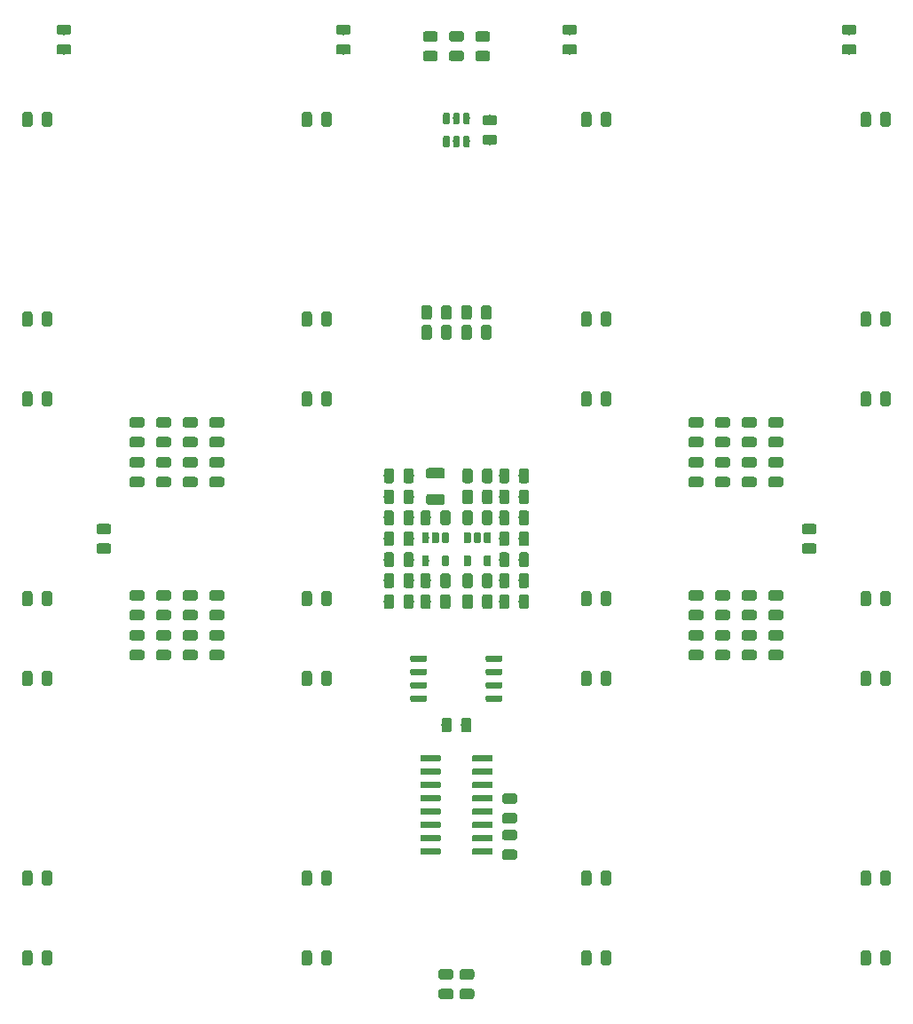
<source format=gbr>
G04 #@! TF.GenerationSoftware,KiCad,Pcbnew,(5.1.2)-2*
G04 #@! TF.CreationDate,2020-03-23T14:02:15+01:00*
G04 #@! TF.ProjectId,PO16_BU16,504f3136-5f42-4553-9136-2e6b69636164,rev?*
G04 #@! TF.SameCoordinates,Original*
G04 #@! TF.FileFunction,Paste,Bot*
G04 #@! TF.FilePolarity,Positive*
%FSLAX46Y46*%
G04 Gerber Fmt 4.6, Leading zero omitted, Abs format (unit mm)*
G04 Created by KiCad (PCBNEW (5.1.2)-2) date 2020-03-23 14:02:15*
%MOMM*%
%LPD*%
G04 APERTURE LIST*
%ADD10C,0.100000*%
%ADD11C,0.600000*%
%ADD12C,1.000000*%
%ADD13C,0.650000*%
%ADD14C,0.975000*%
G04 APERTURE END LIST*
D10*
G36*
X97064703Y-111130722D02*
G01*
X97079264Y-111132882D01*
X97093543Y-111136459D01*
X97107403Y-111141418D01*
X97120710Y-111147712D01*
X97133336Y-111155280D01*
X97145159Y-111164048D01*
X97156066Y-111173934D01*
X97165952Y-111184841D01*
X97174720Y-111196664D01*
X97182288Y-111209290D01*
X97188582Y-111222597D01*
X97193541Y-111236457D01*
X97197118Y-111250736D01*
X97199278Y-111265297D01*
X97200000Y-111280000D01*
X97200000Y-111580000D01*
X97199278Y-111594703D01*
X97197118Y-111609264D01*
X97193541Y-111623543D01*
X97188582Y-111637403D01*
X97182288Y-111650710D01*
X97174720Y-111663336D01*
X97165952Y-111675159D01*
X97156066Y-111686066D01*
X97145159Y-111695952D01*
X97133336Y-111704720D01*
X97120710Y-111712288D01*
X97107403Y-111718582D01*
X97093543Y-111723541D01*
X97079264Y-111727118D01*
X97064703Y-111729278D01*
X97050000Y-111730000D01*
X95750000Y-111730000D01*
X95735297Y-111729278D01*
X95720736Y-111727118D01*
X95706457Y-111723541D01*
X95692597Y-111718582D01*
X95679290Y-111712288D01*
X95666664Y-111704720D01*
X95654841Y-111695952D01*
X95643934Y-111686066D01*
X95634048Y-111675159D01*
X95625280Y-111663336D01*
X95617712Y-111650710D01*
X95611418Y-111637403D01*
X95606459Y-111623543D01*
X95602882Y-111609264D01*
X95600722Y-111594703D01*
X95600000Y-111580000D01*
X95600000Y-111280000D01*
X95600722Y-111265297D01*
X95602882Y-111250736D01*
X95606459Y-111236457D01*
X95611418Y-111222597D01*
X95617712Y-111209290D01*
X95625280Y-111196664D01*
X95634048Y-111184841D01*
X95643934Y-111173934D01*
X95654841Y-111164048D01*
X95666664Y-111155280D01*
X95679290Y-111147712D01*
X95692597Y-111141418D01*
X95706457Y-111136459D01*
X95720736Y-111132882D01*
X95735297Y-111130722D01*
X95750000Y-111130000D01*
X97050000Y-111130000D01*
X97064703Y-111130722D01*
X97064703Y-111130722D01*
G37*
D11*
X96400000Y-111430000D03*
D10*
G36*
X97064703Y-112400722D02*
G01*
X97079264Y-112402882D01*
X97093543Y-112406459D01*
X97107403Y-112411418D01*
X97120710Y-112417712D01*
X97133336Y-112425280D01*
X97145159Y-112434048D01*
X97156066Y-112443934D01*
X97165952Y-112454841D01*
X97174720Y-112466664D01*
X97182288Y-112479290D01*
X97188582Y-112492597D01*
X97193541Y-112506457D01*
X97197118Y-112520736D01*
X97199278Y-112535297D01*
X97200000Y-112550000D01*
X97200000Y-112850000D01*
X97199278Y-112864703D01*
X97197118Y-112879264D01*
X97193541Y-112893543D01*
X97188582Y-112907403D01*
X97182288Y-112920710D01*
X97174720Y-112933336D01*
X97165952Y-112945159D01*
X97156066Y-112956066D01*
X97145159Y-112965952D01*
X97133336Y-112974720D01*
X97120710Y-112982288D01*
X97107403Y-112988582D01*
X97093543Y-112993541D01*
X97079264Y-112997118D01*
X97064703Y-112999278D01*
X97050000Y-113000000D01*
X95750000Y-113000000D01*
X95735297Y-112999278D01*
X95720736Y-112997118D01*
X95706457Y-112993541D01*
X95692597Y-112988582D01*
X95679290Y-112982288D01*
X95666664Y-112974720D01*
X95654841Y-112965952D01*
X95643934Y-112956066D01*
X95634048Y-112945159D01*
X95625280Y-112933336D01*
X95617712Y-112920710D01*
X95611418Y-112907403D01*
X95606459Y-112893543D01*
X95602882Y-112879264D01*
X95600722Y-112864703D01*
X95600000Y-112850000D01*
X95600000Y-112550000D01*
X95600722Y-112535297D01*
X95602882Y-112520736D01*
X95606459Y-112506457D01*
X95611418Y-112492597D01*
X95617712Y-112479290D01*
X95625280Y-112466664D01*
X95634048Y-112454841D01*
X95643934Y-112443934D01*
X95654841Y-112434048D01*
X95666664Y-112425280D01*
X95679290Y-112417712D01*
X95692597Y-112411418D01*
X95706457Y-112406459D01*
X95720736Y-112402882D01*
X95735297Y-112400722D01*
X95750000Y-112400000D01*
X97050000Y-112400000D01*
X97064703Y-112400722D01*
X97064703Y-112400722D01*
G37*
D11*
X96400000Y-112700000D03*
D10*
G36*
X97064703Y-113670722D02*
G01*
X97079264Y-113672882D01*
X97093543Y-113676459D01*
X97107403Y-113681418D01*
X97120710Y-113687712D01*
X97133336Y-113695280D01*
X97145159Y-113704048D01*
X97156066Y-113713934D01*
X97165952Y-113724841D01*
X97174720Y-113736664D01*
X97182288Y-113749290D01*
X97188582Y-113762597D01*
X97193541Y-113776457D01*
X97197118Y-113790736D01*
X97199278Y-113805297D01*
X97200000Y-113820000D01*
X97200000Y-114120000D01*
X97199278Y-114134703D01*
X97197118Y-114149264D01*
X97193541Y-114163543D01*
X97188582Y-114177403D01*
X97182288Y-114190710D01*
X97174720Y-114203336D01*
X97165952Y-114215159D01*
X97156066Y-114226066D01*
X97145159Y-114235952D01*
X97133336Y-114244720D01*
X97120710Y-114252288D01*
X97107403Y-114258582D01*
X97093543Y-114263541D01*
X97079264Y-114267118D01*
X97064703Y-114269278D01*
X97050000Y-114270000D01*
X95750000Y-114270000D01*
X95735297Y-114269278D01*
X95720736Y-114267118D01*
X95706457Y-114263541D01*
X95692597Y-114258582D01*
X95679290Y-114252288D01*
X95666664Y-114244720D01*
X95654841Y-114235952D01*
X95643934Y-114226066D01*
X95634048Y-114215159D01*
X95625280Y-114203336D01*
X95617712Y-114190710D01*
X95611418Y-114177403D01*
X95606459Y-114163543D01*
X95602882Y-114149264D01*
X95600722Y-114134703D01*
X95600000Y-114120000D01*
X95600000Y-113820000D01*
X95600722Y-113805297D01*
X95602882Y-113790736D01*
X95606459Y-113776457D01*
X95611418Y-113762597D01*
X95617712Y-113749290D01*
X95625280Y-113736664D01*
X95634048Y-113724841D01*
X95643934Y-113713934D01*
X95654841Y-113704048D01*
X95666664Y-113695280D01*
X95679290Y-113687712D01*
X95692597Y-113681418D01*
X95706457Y-113676459D01*
X95720736Y-113672882D01*
X95735297Y-113670722D01*
X95750000Y-113670000D01*
X97050000Y-113670000D01*
X97064703Y-113670722D01*
X97064703Y-113670722D01*
G37*
D11*
X96400000Y-113970000D03*
D10*
G36*
X97064703Y-114940722D02*
G01*
X97079264Y-114942882D01*
X97093543Y-114946459D01*
X97107403Y-114951418D01*
X97120710Y-114957712D01*
X97133336Y-114965280D01*
X97145159Y-114974048D01*
X97156066Y-114983934D01*
X97165952Y-114994841D01*
X97174720Y-115006664D01*
X97182288Y-115019290D01*
X97188582Y-115032597D01*
X97193541Y-115046457D01*
X97197118Y-115060736D01*
X97199278Y-115075297D01*
X97200000Y-115090000D01*
X97200000Y-115390000D01*
X97199278Y-115404703D01*
X97197118Y-115419264D01*
X97193541Y-115433543D01*
X97188582Y-115447403D01*
X97182288Y-115460710D01*
X97174720Y-115473336D01*
X97165952Y-115485159D01*
X97156066Y-115496066D01*
X97145159Y-115505952D01*
X97133336Y-115514720D01*
X97120710Y-115522288D01*
X97107403Y-115528582D01*
X97093543Y-115533541D01*
X97079264Y-115537118D01*
X97064703Y-115539278D01*
X97050000Y-115540000D01*
X95750000Y-115540000D01*
X95735297Y-115539278D01*
X95720736Y-115537118D01*
X95706457Y-115533541D01*
X95692597Y-115528582D01*
X95679290Y-115522288D01*
X95666664Y-115514720D01*
X95654841Y-115505952D01*
X95643934Y-115496066D01*
X95634048Y-115485159D01*
X95625280Y-115473336D01*
X95617712Y-115460710D01*
X95611418Y-115447403D01*
X95606459Y-115433543D01*
X95602882Y-115419264D01*
X95600722Y-115404703D01*
X95600000Y-115390000D01*
X95600000Y-115090000D01*
X95600722Y-115075297D01*
X95602882Y-115060736D01*
X95606459Y-115046457D01*
X95611418Y-115032597D01*
X95617712Y-115019290D01*
X95625280Y-115006664D01*
X95634048Y-114994841D01*
X95643934Y-114983934D01*
X95654841Y-114974048D01*
X95666664Y-114965280D01*
X95679290Y-114957712D01*
X95692597Y-114951418D01*
X95706457Y-114946459D01*
X95720736Y-114942882D01*
X95735297Y-114940722D01*
X95750000Y-114940000D01*
X97050000Y-114940000D01*
X97064703Y-114940722D01*
X97064703Y-114940722D01*
G37*
D11*
X96400000Y-115240000D03*
D10*
G36*
X104264703Y-114940722D02*
G01*
X104279264Y-114942882D01*
X104293543Y-114946459D01*
X104307403Y-114951418D01*
X104320710Y-114957712D01*
X104333336Y-114965280D01*
X104345159Y-114974048D01*
X104356066Y-114983934D01*
X104365952Y-114994841D01*
X104374720Y-115006664D01*
X104382288Y-115019290D01*
X104388582Y-115032597D01*
X104393541Y-115046457D01*
X104397118Y-115060736D01*
X104399278Y-115075297D01*
X104400000Y-115090000D01*
X104400000Y-115390000D01*
X104399278Y-115404703D01*
X104397118Y-115419264D01*
X104393541Y-115433543D01*
X104388582Y-115447403D01*
X104382288Y-115460710D01*
X104374720Y-115473336D01*
X104365952Y-115485159D01*
X104356066Y-115496066D01*
X104345159Y-115505952D01*
X104333336Y-115514720D01*
X104320710Y-115522288D01*
X104307403Y-115528582D01*
X104293543Y-115533541D01*
X104279264Y-115537118D01*
X104264703Y-115539278D01*
X104250000Y-115540000D01*
X102950000Y-115540000D01*
X102935297Y-115539278D01*
X102920736Y-115537118D01*
X102906457Y-115533541D01*
X102892597Y-115528582D01*
X102879290Y-115522288D01*
X102866664Y-115514720D01*
X102854841Y-115505952D01*
X102843934Y-115496066D01*
X102834048Y-115485159D01*
X102825280Y-115473336D01*
X102817712Y-115460710D01*
X102811418Y-115447403D01*
X102806459Y-115433543D01*
X102802882Y-115419264D01*
X102800722Y-115404703D01*
X102800000Y-115390000D01*
X102800000Y-115090000D01*
X102800722Y-115075297D01*
X102802882Y-115060736D01*
X102806459Y-115046457D01*
X102811418Y-115032597D01*
X102817712Y-115019290D01*
X102825280Y-115006664D01*
X102834048Y-114994841D01*
X102843934Y-114983934D01*
X102854841Y-114974048D01*
X102866664Y-114965280D01*
X102879290Y-114957712D01*
X102892597Y-114951418D01*
X102906457Y-114946459D01*
X102920736Y-114942882D01*
X102935297Y-114940722D01*
X102950000Y-114940000D01*
X104250000Y-114940000D01*
X104264703Y-114940722D01*
X104264703Y-114940722D01*
G37*
D11*
X103600000Y-115240000D03*
D10*
G36*
X104264703Y-113670722D02*
G01*
X104279264Y-113672882D01*
X104293543Y-113676459D01*
X104307403Y-113681418D01*
X104320710Y-113687712D01*
X104333336Y-113695280D01*
X104345159Y-113704048D01*
X104356066Y-113713934D01*
X104365952Y-113724841D01*
X104374720Y-113736664D01*
X104382288Y-113749290D01*
X104388582Y-113762597D01*
X104393541Y-113776457D01*
X104397118Y-113790736D01*
X104399278Y-113805297D01*
X104400000Y-113820000D01*
X104400000Y-114120000D01*
X104399278Y-114134703D01*
X104397118Y-114149264D01*
X104393541Y-114163543D01*
X104388582Y-114177403D01*
X104382288Y-114190710D01*
X104374720Y-114203336D01*
X104365952Y-114215159D01*
X104356066Y-114226066D01*
X104345159Y-114235952D01*
X104333336Y-114244720D01*
X104320710Y-114252288D01*
X104307403Y-114258582D01*
X104293543Y-114263541D01*
X104279264Y-114267118D01*
X104264703Y-114269278D01*
X104250000Y-114270000D01*
X102950000Y-114270000D01*
X102935297Y-114269278D01*
X102920736Y-114267118D01*
X102906457Y-114263541D01*
X102892597Y-114258582D01*
X102879290Y-114252288D01*
X102866664Y-114244720D01*
X102854841Y-114235952D01*
X102843934Y-114226066D01*
X102834048Y-114215159D01*
X102825280Y-114203336D01*
X102817712Y-114190710D01*
X102811418Y-114177403D01*
X102806459Y-114163543D01*
X102802882Y-114149264D01*
X102800722Y-114134703D01*
X102800000Y-114120000D01*
X102800000Y-113820000D01*
X102800722Y-113805297D01*
X102802882Y-113790736D01*
X102806459Y-113776457D01*
X102811418Y-113762597D01*
X102817712Y-113749290D01*
X102825280Y-113736664D01*
X102834048Y-113724841D01*
X102843934Y-113713934D01*
X102854841Y-113704048D01*
X102866664Y-113695280D01*
X102879290Y-113687712D01*
X102892597Y-113681418D01*
X102906457Y-113676459D01*
X102920736Y-113672882D01*
X102935297Y-113670722D01*
X102950000Y-113670000D01*
X104250000Y-113670000D01*
X104264703Y-113670722D01*
X104264703Y-113670722D01*
G37*
D11*
X103600000Y-113970000D03*
D10*
G36*
X104264703Y-112400722D02*
G01*
X104279264Y-112402882D01*
X104293543Y-112406459D01*
X104307403Y-112411418D01*
X104320710Y-112417712D01*
X104333336Y-112425280D01*
X104345159Y-112434048D01*
X104356066Y-112443934D01*
X104365952Y-112454841D01*
X104374720Y-112466664D01*
X104382288Y-112479290D01*
X104388582Y-112492597D01*
X104393541Y-112506457D01*
X104397118Y-112520736D01*
X104399278Y-112535297D01*
X104400000Y-112550000D01*
X104400000Y-112850000D01*
X104399278Y-112864703D01*
X104397118Y-112879264D01*
X104393541Y-112893543D01*
X104388582Y-112907403D01*
X104382288Y-112920710D01*
X104374720Y-112933336D01*
X104365952Y-112945159D01*
X104356066Y-112956066D01*
X104345159Y-112965952D01*
X104333336Y-112974720D01*
X104320710Y-112982288D01*
X104307403Y-112988582D01*
X104293543Y-112993541D01*
X104279264Y-112997118D01*
X104264703Y-112999278D01*
X104250000Y-113000000D01*
X102950000Y-113000000D01*
X102935297Y-112999278D01*
X102920736Y-112997118D01*
X102906457Y-112993541D01*
X102892597Y-112988582D01*
X102879290Y-112982288D01*
X102866664Y-112974720D01*
X102854841Y-112965952D01*
X102843934Y-112956066D01*
X102834048Y-112945159D01*
X102825280Y-112933336D01*
X102817712Y-112920710D01*
X102811418Y-112907403D01*
X102806459Y-112893543D01*
X102802882Y-112879264D01*
X102800722Y-112864703D01*
X102800000Y-112850000D01*
X102800000Y-112550000D01*
X102800722Y-112535297D01*
X102802882Y-112520736D01*
X102806459Y-112506457D01*
X102811418Y-112492597D01*
X102817712Y-112479290D01*
X102825280Y-112466664D01*
X102834048Y-112454841D01*
X102843934Y-112443934D01*
X102854841Y-112434048D01*
X102866664Y-112425280D01*
X102879290Y-112417712D01*
X102892597Y-112411418D01*
X102906457Y-112406459D01*
X102920736Y-112402882D01*
X102935297Y-112400722D01*
X102950000Y-112400000D01*
X104250000Y-112400000D01*
X104264703Y-112400722D01*
X104264703Y-112400722D01*
G37*
D11*
X103600000Y-112700000D03*
D10*
G36*
X104264703Y-111130722D02*
G01*
X104279264Y-111132882D01*
X104293543Y-111136459D01*
X104307403Y-111141418D01*
X104320710Y-111147712D01*
X104333336Y-111155280D01*
X104345159Y-111164048D01*
X104356066Y-111173934D01*
X104365952Y-111184841D01*
X104374720Y-111196664D01*
X104382288Y-111209290D01*
X104388582Y-111222597D01*
X104393541Y-111236457D01*
X104397118Y-111250736D01*
X104399278Y-111265297D01*
X104400000Y-111280000D01*
X104400000Y-111580000D01*
X104399278Y-111594703D01*
X104397118Y-111609264D01*
X104393541Y-111623543D01*
X104388582Y-111637403D01*
X104382288Y-111650710D01*
X104374720Y-111663336D01*
X104365952Y-111675159D01*
X104356066Y-111686066D01*
X104345159Y-111695952D01*
X104333336Y-111704720D01*
X104320710Y-111712288D01*
X104307403Y-111718582D01*
X104293543Y-111723541D01*
X104279264Y-111727118D01*
X104264703Y-111729278D01*
X104250000Y-111730000D01*
X102950000Y-111730000D01*
X102935297Y-111729278D01*
X102920736Y-111727118D01*
X102906457Y-111723541D01*
X102892597Y-111718582D01*
X102879290Y-111712288D01*
X102866664Y-111704720D01*
X102854841Y-111695952D01*
X102843934Y-111686066D01*
X102834048Y-111675159D01*
X102825280Y-111663336D01*
X102817712Y-111650710D01*
X102811418Y-111637403D01*
X102806459Y-111623543D01*
X102802882Y-111609264D01*
X102800722Y-111594703D01*
X102800000Y-111580000D01*
X102800000Y-111280000D01*
X102800722Y-111265297D01*
X102802882Y-111250736D01*
X102806459Y-111236457D01*
X102811418Y-111222597D01*
X102817712Y-111209290D01*
X102825280Y-111196664D01*
X102834048Y-111184841D01*
X102843934Y-111173934D01*
X102854841Y-111164048D01*
X102866664Y-111155280D01*
X102879290Y-111147712D01*
X102892597Y-111141418D01*
X102906457Y-111136459D01*
X102920736Y-111132882D01*
X102935297Y-111130722D01*
X102950000Y-111130000D01*
X104250000Y-111130000D01*
X104264703Y-111130722D01*
X104264703Y-111130722D01*
G37*
D11*
X103600000Y-111430000D03*
D10*
G36*
X98674504Y-93251204D02*
G01*
X98698773Y-93254804D01*
X98722571Y-93260765D01*
X98745671Y-93269030D01*
X98767849Y-93279520D01*
X98788893Y-93292133D01*
X98808598Y-93306747D01*
X98826777Y-93323223D01*
X98843253Y-93341402D01*
X98857867Y-93361107D01*
X98870480Y-93382151D01*
X98880970Y-93404329D01*
X98889235Y-93427429D01*
X98895196Y-93451227D01*
X98898796Y-93475496D01*
X98900000Y-93500000D01*
X98900000Y-94000000D01*
X98898796Y-94024504D01*
X98895196Y-94048773D01*
X98889235Y-94072571D01*
X98880970Y-94095671D01*
X98870480Y-94117849D01*
X98857867Y-94138893D01*
X98843253Y-94158598D01*
X98826777Y-94176777D01*
X98808598Y-94193253D01*
X98788893Y-94207867D01*
X98767849Y-94220480D01*
X98745671Y-94230970D01*
X98722571Y-94239235D01*
X98698773Y-94245196D01*
X98674504Y-94248796D01*
X98650000Y-94250000D01*
X97350000Y-94250000D01*
X97325496Y-94248796D01*
X97301227Y-94245196D01*
X97277429Y-94239235D01*
X97254329Y-94230970D01*
X97232151Y-94220480D01*
X97211107Y-94207867D01*
X97191402Y-94193253D01*
X97173223Y-94176777D01*
X97156747Y-94158598D01*
X97142133Y-94138893D01*
X97129520Y-94117849D01*
X97119030Y-94095671D01*
X97110765Y-94072571D01*
X97104804Y-94048773D01*
X97101204Y-94024504D01*
X97100000Y-94000000D01*
X97100000Y-93500000D01*
X97101204Y-93475496D01*
X97104804Y-93451227D01*
X97110765Y-93427429D01*
X97119030Y-93404329D01*
X97129520Y-93382151D01*
X97142133Y-93361107D01*
X97156747Y-93341402D01*
X97173223Y-93323223D01*
X97191402Y-93306747D01*
X97211107Y-93292133D01*
X97232151Y-93279520D01*
X97254329Y-93269030D01*
X97277429Y-93260765D01*
X97301227Y-93254804D01*
X97325496Y-93251204D01*
X97350000Y-93250000D01*
X98650000Y-93250000D01*
X98674504Y-93251204D01*
X98674504Y-93251204D01*
G37*
D12*
X98000000Y-93750000D03*
D10*
G36*
X98674504Y-95751204D02*
G01*
X98698773Y-95754804D01*
X98722571Y-95760765D01*
X98745671Y-95769030D01*
X98767849Y-95779520D01*
X98788893Y-95792133D01*
X98808598Y-95806747D01*
X98826777Y-95823223D01*
X98843253Y-95841402D01*
X98857867Y-95861107D01*
X98870480Y-95882151D01*
X98880970Y-95904329D01*
X98889235Y-95927429D01*
X98895196Y-95951227D01*
X98898796Y-95975496D01*
X98900000Y-96000000D01*
X98900000Y-96500000D01*
X98898796Y-96524504D01*
X98895196Y-96548773D01*
X98889235Y-96572571D01*
X98880970Y-96595671D01*
X98870480Y-96617849D01*
X98857867Y-96638893D01*
X98843253Y-96658598D01*
X98826777Y-96676777D01*
X98808598Y-96693253D01*
X98788893Y-96707867D01*
X98767849Y-96720480D01*
X98745671Y-96730970D01*
X98722571Y-96739235D01*
X98698773Y-96745196D01*
X98674504Y-96748796D01*
X98650000Y-96750000D01*
X97350000Y-96750000D01*
X97325496Y-96748796D01*
X97301227Y-96745196D01*
X97277429Y-96739235D01*
X97254329Y-96730970D01*
X97232151Y-96720480D01*
X97211107Y-96707867D01*
X97191402Y-96693253D01*
X97173223Y-96676777D01*
X97156747Y-96658598D01*
X97142133Y-96638893D01*
X97129520Y-96617849D01*
X97119030Y-96595671D01*
X97110765Y-96572571D01*
X97104804Y-96548773D01*
X97101204Y-96524504D01*
X97100000Y-96500000D01*
X97100000Y-96000000D01*
X97101204Y-95975496D01*
X97104804Y-95951227D01*
X97110765Y-95927429D01*
X97119030Y-95904329D01*
X97129520Y-95882151D01*
X97142133Y-95861107D01*
X97156747Y-95841402D01*
X97173223Y-95823223D01*
X97191402Y-95806747D01*
X97211107Y-95792133D01*
X97232151Y-95779520D01*
X97254329Y-95769030D01*
X97277429Y-95760765D01*
X97301227Y-95754804D01*
X97325496Y-95751204D01*
X97350000Y-95750000D01*
X98650000Y-95750000D01*
X98674504Y-95751204D01*
X98674504Y-95751204D01*
G37*
D12*
X98000000Y-96250000D03*
D10*
G36*
X100178428Y-61570782D02*
G01*
X100194202Y-61573122D01*
X100209671Y-61576997D01*
X100224686Y-61582370D01*
X100239102Y-61589188D01*
X100252780Y-61597386D01*
X100265589Y-61606886D01*
X100277405Y-61617595D01*
X100288114Y-61629411D01*
X100297614Y-61642220D01*
X100305812Y-61655898D01*
X100312630Y-61670314D01*
X100318003Y-61685329D01*
X100321878Y-61700798D01*
X100324218Y-61716572D01*
X100325000Y-61732500D01*
X100325000Y-62467500D01*
X100324218Y-62483428D01*
X100321878Y-62499202D01*
X100318003Y-62514671D01*
X100312630Y-62529686D01*
X100305812Y-62544102D01*
X100297614Y-62557780D01*
X100288114Y-62570589D01*
X100277405Y-62582405D01*
X100265589Y-62593114D01*
X100252780Y-62602614D01*
X100239102Y-62610812D01*
X100224686Y-62617630D01*
X100209671Y-62623003D01*
X100194202Y-62626878D01*
X100178428Y-62629218D01*
X100162500Y-62630000D01*
X99837500Y-62630000D01*
X99821572Y-62629218D01*
X99805798Y-62626878D01*
X99790329Y-62623003D01*
X99775314Y-62617630D01*
X99760898Y-62610812D01*
X99747220Y-62602614D01*
X99734411Y-62593114D01*
X99722595Y-62582405D01*
X99711886Y-62570589D01*
X99702386Y-62557780D01*
X99694188Y-62544102D01*
X99687370Y-62529686D01*
X99681997Y-62514671D01*
X99678122Y-62499202D01*
X99675782Y-62483428D01*
X99675000Y-62467500D01*
X99675000Y-61732500D01*
X99675782Y-61716572D01*
X99678122Y-61700798D01*
X99681997Y-61685329D01*
X99687370Y-61670314D01*
X99694188Y-61655898D01*
X99702386Y-61642220D01*
X99711886Y-61629411D01*
X99722595Y-61617595D01*
X99734411Y-61606886D01*
X99747220Y-61597386D01*
X99760898Y-61589188D01*
X99775314Y-61582370D01*
X99790329Y-61576997D01*
X99805798Y-61573122D01*
X99821572Y-61570782D01*
X99837500Y-61570000D01*
X100162500Y-61570000D01*
X100178428Y-61570782D01*
X100178428Y-61570782D01*
G37*
D13*
X100000000Y-62100000D03*
D10*
G36*
X99228428Y-61570782D02*
G01*
X99244202Y-61573122D01*
X99259671Y-61576997D01*
X99274686Y-61582370D01*
X99289102Y-61589188D01*
X99302780Y-61597386D01*
X99315589Y-61606886D01*
X99327405Y-61617595D01*
X99338114Y-61629411D01*
X99347614Y-61642220D01*
X99355812Y-61655898D01*
X99362630Y-61670314D01*
X99368003Y-61685329D01*
X99371878Y-61700798D01*
X99374218Y-61716572D01*
X99375000Y-61732500D01*
X99375000Y-62467500D01*
X99374218Y-62483428D01*
X99371878Y-62499202D01*
X99368003Y-62514671D01*
X99362630Y-62529686D01*
X99355812Y-62544102D01*
X99347614Y-62557780D01*
X99338114Y-62570589D01*
X99327405Y-62582405D01*
X99315589Y-62593114D01*
X99302780Y-62602614D01*
X99289102Y-62610812D01*
X99274686Y-62617630D01*
X99259671Y-62623003D01*
X99244202Y-62626878D01*
X99228428Y-62629218D01*
X99212500Y-62630000D01*
X98887500Y-62630000D01*
X98871572Y-62629218D01*
X98855798Y-62626878D01*
X98840329Y-62623003D01*
X98825314Y-62617630D01*
X98810898Y-62610812D01*
X98797220Y-62602614D01*
X98784411Y-62593114D01*
X98772595Y-62582405D01*
X98761886Y-62570589D01*
X98752386Y-62557780D01*
X98744188Y-62544102D01*
X98737370Y-62529686D01*
X98731997Y-62514671D01*
X98728122Y-62499202D01*
X98725782Y-62483428D01*
X98725000Y-62467500D01*
X98725000Y-61732500D01*
X98725782Y-61716572D01*
X98728122Y-61700798D01*
X98731997Y-61685329D01*
X98737370Y-61670314D01*
X98744188Y-61655898D01*
X98752386Y-61642220D01*
X98761886Y-61629411D01*
X98772595Y-61617595D01*
X98784411Y-61606886D01*
X98797220Y-61597386D01*
X98810898Y-61589188D01*
X98825314Y-61582370D01*
X98840329Y-61576997D01*
X98855798Y-61573122D01*
X98871572Y-61570782D01*
X98887500Y-61570000D01*
X99212500Y-61570000D01*
X99228428Y-61570782D01*
X99228428Y-61570782D01*
G37*
D13*
X99050000Y-62100000D03*
D10*
G36*
X101128428Y-61570782D02*
G01*
X101144202Y-61573122D01*
X101159671Y-61576997D01*
X101174686Y-61582370D01*
X101189102Y-61589188D01*
X101202780Y-61597386D01*
X101215589Y-61606886D01*
X101227405Y-61617595D01*
X101238114Y-61629411D01*
X101247614Y-61642220D01*
X101255812Y-61655898D01*
X101262630Y-61670314D01*
X101268003Y-61685329D01*
X101271878Y-61700798D01*
X101274218Y-61716572D01*
X101275000Y-61732500D01*
X101275000Y-62467500D01*
X101274218Y-62483428D01*
X101271878Y-62499202D01*
X101268003Y-62514671D01*
X101262630Y-62529686D01*
X101255812Y-62544102D01*
X101247614Y-62557780D01*
X101238114Y-62570589D01*
X101227405Y-62582405D01*
X101215589Y-62593114D01*
X101202780Y-62602614D01*
X101189102Y-62610812D01*
X101174686Y-62617630D01*
X101159671Y-62623003D01*
X101144202Y-62626878D01*
X101128428Y-62629218D01*
X101112500Y-62630000D01*
X100787500Y-62630000D01*
X100771572Y-62629218D01*
X100755798Y-62626878D01*
X100740329Y-62623003D01*
X100725314Y-62617630D01*
X100710898Y-62610812D01*
X100697220Y-62602614D01*
X100684411Y-62593114D01*
X100672595Y-62582405D01*
X100661886Y-62570589D01*
X100652386Y-62557780D01*
X100644188Y-62544102D01*
X100637370Y-62529686D01*
X100631997Y-62514671D01*
X100628122Y-62499202D01*
X100625782Y-62483428D01*
X100625000Y-62467500D01*
X100625000Y-61732500D01*
X100625782Y-61716572D01*
X100628122Y-61700798D01*
X100631997Y-61685329D01*
X100637370Y-61670314D01*
X100644188Y-61655898D01*
X100652386Y-61642220D01*
X100661886Y-61629411D01*
X100672595Y-61617595D01*
X100684411Y-61606886D01*
X100697220Y-61597386D01*
X100710898Y-61589188D01*
X100725314Y-61582370D01*
X100740329Y-61576997D01*
X100755798Y-61573122D01*
X100771572Y-61570782D01*
X100787500Y-61570000D01*
X101112500Y-61570000D01*
X101128428Y-61570782D01*
X101128428Y-61570782D01*
G37*
D13*
X100950000Y-62100000D03*
D10*
G36*
X101128428Y-59370782D02*
G01*
X101144202Y-59373122D01*
X101159671Y-59376997D01*
X101174686Y-59382370D01*
X101189102Y-59389188D01*
X101202780Y-59397386D01*
X101215589Y-59406886D01*
X101227405Y-59417595D01*
X101238114Y-59429411D01*
X101247614Y-59442220D01*
X101255812Y-59455898D01*
X101262630Y-59470314D01*
X101268003Y-59485329D01*
X101271878Y-59500798D01*
X101274218Y-59516572D01*
X101275000Y-59532500D01*
X101275000Y-60267500D01*
X101274218Y-60283428D01*
X101271878Y-60299202D01*
X101268003Y-60314671D01*
X101262630Y-60329686D01*
X101255812Y-60344102D01*
X101247614Y-60357780D01*
X101238114Y-60370589D01*
X101227405Y-60382405D01*
X101215589Y-60393114D01*
X101202780Y-60402614D01*
X101189102Y-60410812D01*
X101174686Y-60417630D01*
X101159671Y-60423003D01*
X101144202Y-60426878D01*
X101128428Y-60429218D01*
X101112500Y-60430000D01*
X100787500Y-60430000D01*
X100771572Y-60429218D01*
X100755798Y-60426878D01*
X100740329Y-60423003D01*
X100725314Y-60417630D01*
X100710898Y-60410812D01*
X100697220Y-60402614D01*
X100684411Y-60393114D01*
X100672595Y-60382405D01*
X100661886Y-60370589D01*
X100652386Y-60357780D01*
X100644188Y-60344102D01*
X100637370Y-60329686D01*
X100631997Y-60314671D01*
X100628122Y-60299202D01*
X100625782Y-60283428D01*
X100625000Y-60267500D01*
X100625000Y-59532500D01*
X100625782Y-59516572D01*
X100628122Y-59500798D01*
X100631997Y-59485329D01*
X100637370Y-59470314D01*
X100644188Y-59455898D01*
X100652386Y-59442220D01*
X100661886Y-59429411D01*
X100672595Y-59417595D01*
X100684411Y-59406886D01*
X100697220Y-59397386D01*
X100710898Y-59389188D01*
X100725314Y-59382370D01*
X100740329Y-59376997D01*
X100755798Y-59373122D01*
X100771572Y-59370782D01*
X100787500Y-59370000D01*
X101112500Y-59370000D01*
X101128428Y-59370782D01*
X101128428Y-59370782D01*
G37*
D13*
X100950000Y-59900000D03*
D10*
G36*
X100178428Y-59370782D02*
G01*
X100194202Y-59373122D01*
X100209671Y-59376997D01*
X100224686Y-59382370D01*
X100239102Y-59389188D01*
X100252780Y-59397386D01*
X100265589Y-59406886D01*
X100277405Y-59417595D01*
X100288114Y-59429411D01*
X100297614Y-59442220D01*
X100305812Y-59455898D01*
X100312630Y-59470314D01*
X100318003Y-59485329D01*
X100321878Y-59500798D01*
X100324218Y-59516572D01*
X100325000Y-59532500D01*
X100325000Y-60267500D01*
X100324218Y-60283428D01*
X100321878Y-60299202D01*
X100318003Y-60314671D01*
X100312630Y-60329686D01*
X100305812Y-60344102D01*
X100297614Y-60357780D01*
X100288114Y-60370589D01*
X100277405Y-60382405D01*
X100265589Y-60393114D01*
X100252780Y-60402614D01*
X100239102Y-60410812D01*
X100224686Y-60417630D01*
X100209671Y-60423003D01*
X100194202Y-60426878D01*
X100178428Y-60429218D01*
X100162500Y-60430000D01*
X99837500Y-60430000D01*
X99821572Y-60429218D01*
X99805798Y-60426878D01*
X99790329Y-60423003D01*
X99775314Y-60417630D01*
X99760898Y-60410812D01*
X99747220Y-60402614D01*
X99734411Y-60393114D01*
X99722595Y-60382405D01*
X99711886Y-60370589D01*
X99702386Y-60357780D01*
X99694188Y-60344102D01*
X99687370Y-60329686D01*
X99681997Y-60314671D01*
X99678122Y-60299202D01*
X99675782Y-60283428D01*
X99675000Y-60267500D01*
X99675000Y-59532500D01*
X99675782Y-59516572D01*
X99678122Y-59500798D01*
X99681997Y-59485329D01*
X99687370Y-59470314D01*
X99694188Y-59455898D01*
X99702386Y-59442220D01*
X99711886Y-59429411D01*
X99722595Y-59417595D01*
X99734411Y-59406886D01*
X99747220Y-59397386D01*
X99760898Y-59389188D01*
X99775314Y-59382370D01*
X99790329Y-59376997D01*
X99805798Y-59373122D01*
X99821572Y-59370782D01*
X99837500Y-59370000D01*
X100162500Y-59370000D01*
X100178428Y-59370782D01*
X100178428Y-59370782D01*
G37*
D13*
X100000000Y-59900000D03*
D10*
G36*
X99228428Y-59370782D02*
G01*
X99244202Y-59373122D01*
X99259671Y-59376997D01*
X99274686Y-59382370D01*
X99289102Y-59389188D01*
X99302780Y-59397386D01*
X99315589Y-59406886D01*
X99327405Y-59417595D01*
X99338114Y-59429411D01*
X99347614Y-59442220D01*
X99355812Y-59455898D01*
X99362630Y-59470314D01*
X99368003Y-59485329D01*
X99371878Y-59500798D01*
X99374218Y-59516572D01*
X99375000Y-59532500D01*
X99375000Y-60267500D01*
X99374218Y-60283428D01*
X99371878Y-60299202D01*
X99368003Y-60314671D01*
X99362630Y-60329686D01*
X99355812Y-60344102D01*
X99347614Y-60357780D01*
X99338114Y-60370589D01*
X99327405Y-60382405D01*
X99315589Y-60393114D01*
X99302780Y-60402614D01*
X99289102Y-60410812D01*
X99274686Y-60417630D01*
X99259671Y-60423003D01*
X99244202Y-60426878D01*
X99228428Y-60429218D01*
X99212500Y-60430000D01*
X98887500Y-60430000D01*
X98871572Y-60429218D01*
X98855798Y-60426878D01*
X98840329Y-60423003D01*
X98825314Y-60417630D01*
X98810898Y-60410812D01*
X98797220Y-60402614D01*
X98784411Y-60393114D01*
X98772595Y-60382405D01*
X98761886Y-60370589D01*
X98752386Y-60357780D01*
X98744188Y-60344102D01*
X98737370Y-60329686D01*
X98731997Y-60314671D01*
X98728122Y-60299202D01*
X98725782Y-60283428D01*
X98725000Y-60267500D01*
X98725000Y-59532500D01*
X98725782Y-59516572D01*
X98728122Y-59500798D01*
X98731997Y-59485329D01*
X98737370Y-59470314D01*
X98744188Y-59455898D01*
X98752386Y-59442220D01*
X98761886Y-59429411D01*
X98772595Y-59417595D01*
X98784411Y-59406886D01*
X98797220Y-59397386D01*
X98810898Y-59389188D01*
X98825314Y-59382370D01*
X98840329Y-59376997D01*
X98855798Y-59373122D01*
X98871572Y-59370782D01*
X98887500Y-59370000D01*
X99212500Y-59370000D01*
X99228428Y-59370782D01*
X99228428Y-59370782D01*
G37*
D13*
X99050000Y-59900000D03*
D10*
G36*
X97980142Y-53461174D02*
G01*
X98003803Y-53464684D01*
X98027007Y-53470496D01*
X98049529Y-53478554D01*
X98071153Y-53488782D01*
X98091670Y-53501079D01*
X98110883Y-53515329D01*
X98128607Y-53531393D01*
X98144671Y-53549117D01*
X98158921Y-53568330D01*
X98171218Y-53588847D01*
X98181446Y-53610471D01*
X98189504Y-53632993D01*
X98195316Y-53656197D01*
X98198826Y-53679858D01*
X98200000Y-53703750D01*
X98200000Y-54191250D01*
X98198826Y-54215142D01*
X98195316Y-54238803D01*
X98189504Y-54262007D01*
X98181446Y-54284529D01*
X98171218Y-54306153D01*
X98158921Y-54326670D01*
X98144671Y-54345883D01*
X98128607Y-54363607D01*
X98110883Y-54379671D01*
X98091670Y-54393921D01*
X98071153Y-54406218D01*
X98049529Y-54416446D01*
X98027007Y-54424504D01*
X98003803Y-54430316D01*
X97980142Y-54433826D01*
X97956250Y-54435000D01*
X97043750Y-54435000D01*
X97019858Y-54433826D01*
X96996197Y-54430316D01*
X96972993Y-54424504D01*
X96950471Y-54416446D01*
X96928847Y-54406218D01*
X96908330Y-54393921D01*
X96889117Y-54379671D01*
X96871393Y-54363607D01*
X96855329Y-54345883D01*
X96841079Y-54326670D01*
X96828782Y-54306153D01*
X96818554Y-54284529D01*
X96810496Y-54262007D01*
X96804684Y-54238803D01*
X96801174Y-54215142D01*
X96800000Y-54191250D01*
X96800000Y-53703750D01*
X96801174Y-53679858D01*
X96804684Y-53656197D01*
X96810496Y-53632993D01*
X96818554Y-53610471D01*
X96828782Y-53588847D01*
X96841079Y-53568330D01*
X96855329Y-53549117D01*
X96871393Y-53531393D01*
X96889117Y-53515329D01*
X96908330Y-53501079D01*
X96928847Y-53488782D01*
X96950471Y-53478554D01*
X96972993Y-53470496D01*
X96996197Y-53464684D01*
X97019858Y-53461174D01*
X97043750Y-53460000D01*
X97956250Y-53460000D01*
X97980142Y-53461174D01*
X97980142Y-53461174D01*
G37*
D14*
X97500000Y-53947500D03*
D10*
G36*
X97980142Y-51586174D02*
G01*
X98003803Y-51589684D01*
X98027007Y-51595496D01*
X98049529Y-51603554D01*
X98071153Y-51613782D01*
X98091670Y-51626079D01*
X98110883Y-51640329D01*
X98128607Y-51656393D01*
X98144671Y-51674117D01*
X98158921Y-51693330D01*
X98171218Y-51713847D01*
X98181446Y-51735471D01*
X98189504Y-51757993D01*
X98195316Y-51781197D01*
X98198826Y-51804858D01*
X98200000Y-51828750D01*
X98200000Y-52316250D01*
X98198826Y-52340142D01*
X98195316Y-52363803D01*
X98189504Y-52387007D01*
X98181446Y-52409529D01*
X98171218Y-52431153D01*
X98158921Y-52451670D01*
X98144671Y-52470883D01*
X98128607Y-52488607D01*
X98110883Y-52504671D01*
X98091670Y-52518921D01*
X98071153Y-52531218D01*
X98049529Y-52541446D01*
X98027007Y-52549504D01*
X98003803Y-52555316D01*
X97980142Y-52558826D01*
X97956250Y-52560000D01*
X97043750Y-52560000D01*
X97019858Y-52558826D01*
X96996197Y-52555316D01*
X96972993Y-52549504D01*
X96950471Y-52541446D01*
X96928847Y-52531218D01*
X96908330Y-52518921D01*
X96889117Y-52504671D01*
X96871393Y-52488607D01*
X96855329Y-52470883D01*
X96841079Y-52451670D01*
X96828782Y-52431153D01*
X96818554Y-52409529D01*
X96810496Y-52387007D01*
X96804684Y-52363803D01*
X96801174Y-52340142D01*
X96800000Y-52316250D01*
X96800000Y-51828750D01*
X96801174Y-51804858D01*
X96804684Y-51781197D01*
X96810496Y-51757993D01*
X96818554Y-51735471D01*
X96828782Y-51713847D01*
X96841079Y-51693330D01*
X96855329Y-51674117D01*
X96871393Y-51656393D01*
X96889117Y-51640329D01*
X96908330Y-51626079D01*
X96928847Y-51613782D01*
X96950471Y-51603554D01*
X96972993Y-51595496D01*
X96996197Y-51589684D01*
X97019858Y-51586174D01*
X97043750Y-51585000D01*
X97956250Y-51585000D01*
X97980142Y-51586174D01*
X97980142Y-51586174D01*
G37*
D14*
X97500000Y-52072500D03*
D10*
G36*
X98364703Y-129545722D02*
G01*
X98379264Y-129547882D01*
X98393543Y-129551459D01*
X98407403Y-129556418D01*
X98420710Y-129562712D01*
X98433336Y-129570280D01*
X98445159Y-129579048D01*
X98456066Y-129588934D01*
X98465952Y-129599841D01*
X98474720Y-129611664D01*
X98482288Y-129624290D01*
X98488582Y-129637597D01*
X98493541Y-129651457D01*
X98497118Y-129665736D01*
X98499278Y-129680297D01*
X98500000Y-129695000D01*
X98500000Y-129995000D01*
X98499278Y-130009703D01*
X98497118Y-130024264D01*
X98493541Y-130038543D01*
X98488582Y-130052403D01*
X98482288Y-130065710D01*
X98474720Y-130078336D01*
X98465952Y-130090159D01*
X98456066Y-130101066D01*
X98445159Y-130110952D01*
X98433336Y-130119720D01*
X98420710Y-130127288D01*
X98407403Y-130133582D01*
X98393543Y-130138541D01*
X98379264Y-130142118D01*
X98364703Y-130144278D01*
X98350000Y-130145000D01*
X96700000Y-130145000D01*
X96685297Y-130144278D01*
X96670736Y-130142118D01*
X96656457Y-130138541D01*
X96642597Y-130133582D01*
X96629290Y-130127288D01*
X96616664Y-130119720D01*
X96604841Y-130110952D01*
X96593934Y-130101066D01*
X96584048Y-130090159D01*
X96575280Y-130078336D01*
X96567712Y-130065710D01*
X96561418Y-130052403D01*
X96556459Y-130038543D01*
X96552882Y-130024264D01*
X96550722Y-130009703D01*
X96550000Y-129995000D01*
X96550000Y-129695000D01*
X96550722Y-129680297D01*
X96552882Y-129665736D01*
X96556459Y-129651457D01*
X96561418Y-129637597D01*
X96567712Y-129624290D01*
X96575280Y-129611664D01*
X96584048Y-129599841D01*
X96593934Y-129588934D01*
X96604841Y-129579048D01*
X96616664Y-129570280D01*
X96629290Y-129562712D01*
X96642597Y-129556418D01*
X96656457Y-129551459D01*
X96670736Y-129547882D01*
X96685297Y-129545722D01*
X96700000Y-129545000D01*
X98350000Y-129545000D01*
X98364703Y-129545722D01*
X98364703Y-129545722D01*
G37*
D11*
X97525000Y-129845000D03*
D10*
G36*
X98364703Y-128275722D02*
G01*
X98379264Y-128277882D01*
X98393543Y-128281459D01*
X98407403Y-128286418D01*
X98420710Y-128292712D01*
X98433336Y-128300280D01*
X98445159Y-128309048D01*
X98456066Y-128318934D01*
X98465952Y-128329841D01*
X98474720Y-128341664D01*
X98482288Y-128354290D01*
X98488582Y-128367597D01*
X98493541Y-128381457D01*
X98497118Y-128395736D01*
X98499278Y-128410297D01*
X98500000Y-128425000D01*
X98500000Y-128725000D01*
X98499278Y-128739703D01*
X98497118Y-128754264D01*
X98493541Y-128768543D01*
X98488582Y-128782403D01*
X98482288Y-128795710D01*
X98474720Y-128808336D01*
X98465952Y-128820159D01*
X98456066Y-128831066D01*
X98445159Y-128840952D01*
X98433336Y-128849720D01*
X98420710Y-128857288D01*
X98407403Y-128863582D01*
X98393543Y-128868541D01*
X98379264Y-128872118D01*
X98364703Y-128874278D01*
X98350000Y-128875000D01*
X96700000Y-128875000D01*
X96685297Y-128874278D01*
X96670736Y-128872118D01*
X96656457Y-128868541D01*
X96642597Y-128863582D01*
X96629290Y-128857288D01*
X96616664Y-128849720D01*
X96604841Y-128840952D01*
X96593934Y-128831066D01*
X96584048Y-128820159D01*
X96575280Y-128808336D01*
X96567712Y-128795710D01*
X96561418Y-128782403D01*
X96556459Y-128768543D01*
X96552882Y-128754264D01*
X96550722Y-128739703D01*
X96550000Y-128725000D01*
X96550000Y-128425000D01*
X96550722Y-128410297D01*
X96552882Y-128395736D01*
X96556459Y-128381457D01*
X96561418Y-128367597D01*
X96567712Y-128354290D01*
X96575280Y-128341664D01*
X96584048Y-128329841D01*
X96593934Y-128318934D01*
X96604841Y-128309048D01*
X96616664Y-128300280D01*
X96629290Y-128292712D01*
X96642597Y-128286418D01*
X96656457Y-128281459D01*
X96670736Y-128277882D01*
X96685297Y-128275722D01*
X96700000Y-128275000D01*
X98350000Y-128275000D01*
X98364703Y-128275722D01*
X98364703Y-128275722D01*
G37*
D11*
X97525000Y-128575000D03*
D10*
G36*
X98364703Y-127005722D02*
G01*
X98379264Y-127007882D01*
X98393543Y-127011459D01*
X98407403Y-127016418D01*
X98420710Y-127022712D01*
X98433336Y-127030280D01*
X98445159Y-127039048D01*
X98456066Y-127048934D01*
X98465952Y-127059841D01*
X98474720Y-127071664D01*
X98482288Y-127084290D01*
X98488582Y-127097597D01*
X98493541Y-127111457D01*
X98497118Y-127125736D01*
X98499278Y-127140297D01*
X98500000Y-127155000D01*
X98500000Y-127455000D01*
X98499278Y-127469703D01*
X98497118Y-127484264D01*
X98493541Y-127498543D01*
X98488582Y-127512403D01*
X98482288Y-127525710D01*
X98474720Y-127538336D01*
X98465952Y-127550159D01*
X98456066Y-127561066D01*
X98445159Y-127570952D01*
X98433336Y-127579720D01*
X98420710Y-127587288D01*
X98407403Y-127593582D01*
X98393543Y-127598541D01*
X98379264Y-127602118D01*
X98364703Y-127604278D01*
X98350000Y-127605000D01*
X96700000Y-127605000D01*
X96685297Y-127604278D01*
X96670736Y-127602118D01*
X96656457Y-127598541D01*
X96642597Y-127593582D01*
X96629290Y-127587288D01*
X96616664Y-127579720D01*
X96604841Y-127570952D01*
X96593934Y-127561066D01*
X96584048Y-127550159D01*
X96575280Y-127538336D01*
X96567712Y-127525710D01*
X96561418Y-127512403D01*
X96556459Y-127498543D01*
X96552882Y-127484264D01*
X96550722Y-127469703D01*
X96550000Y-127455000D01*
X96550000Y-127155000D01*
X96550722Y-127140297D01*
X96552882Y-127125736D01*
X96556459Y-127111457D01*
X96561418Y-127097597D01*
X96567712Y-127084290D01*
X96575280Y-127071664D01*
X96584048Y-127059841D01*
X96593934Y-127048934D01*
X96604841Y-127039048D01*
X96616664Y-127030280D01*
X96629290Y-127022712D01*
X96642597Y-127016418D01*
X96656457Y-127011459D01*
X96670736Y-127007882D01*
X96685297Y-127005722D01*
X96700000Y-127005000D01*
X98350000Y-127005000D01*
X98364703Y-127005722D01*
X98364703Y-127005722D01*
G37*
D11*
X97525000Y-127305000D03*
D10*
G36*
X98364703Y-125735722D02*
G01*
X98379264Y-125737882D01*
X98393543Y-125741459D01*
X98407403Y-125746418D01*
X98420710Y-125752712D01*
X98433336Y-125760280D01*
X98445159Y-125769048D01*
X98456066Y-125778934D01*
X98465952Y-125789841D01*
X98474720Y-125801664D01*
X98482288Y-125814290D01*
X98488582Y-125827597D01*
X98493541Y-125841457D01*
X98497118Y-125855736D01*
X98499278Y-125870297D01*
X98500000Y-125885000D01*
X98500000Y-126185000D01*
X98499278Y-126199703D01*
X98497118Y-126214264D01*
X98493541Y-126228543D01*
X98488582Y-126242403D01*
X98482288Y-126255710D01*
X98474720Y-126268336D01*
X98465952Y-126280159D01*
X98456066Y-126291066D01*
X98445159Y-126300952D01*
X98433336Y-126309720D01*
X98420710Y-126317288D01*
X98407403Y-126323582D01*
X98393543Y-126328541D01*
X98379264Y-126332118D01*
X98364703Y-126334278D01*
X98350000Y-126335000D01*
X96700000Y-126335000D01*
X96685297Y-126334278D01*
X96670736Y-126332118D01*
X96656457Y-126328541D01*
X96642597Y-126323582D01*
X96629290Y-126317288D01*
X96616664Y-126309720D01*
X96604841Y-126300952D01*
X96593934Y-126291066D01*
X96584048Y-126280159D01*
X96575280Y-126268336D01*
X96567712Y-126255710D01*
X96561418Y-126242403D01*
X96556459Y-126228543D01*
X96552882Y-126214264D01*
X96550722Y-126199703D01*
X96550000Y-126185000D01*
X96550000Y-125885000D01*
X96550722Y-125870297D01*
X96552882Y-125855736D01*
X96556459Y-125841457D01*
X96561418Y-125827597D01*
X96567712Y-125814290D01*
X96575280Y-125801664D01*
X96584048Y-125789841D01*
X96593934Y-125778934D01*
X96604841Y-125769048D01*
X96616664Y-125760280D01*
X96629290Y-125752712D01*
X96642597Y-125746418D01*
X96656457Y-125741459D01*
X96670736Y-125737882D01*
X96685297Y-125735722D01*
X96700000Y-125735000D01*
X98350000Y-125735000D01*
X98364703Y-125735722D01*
X98364703Y-125735722D01*
G37*
D11*
X97525000Y-126035000D03*
D10*
G36*
X98364703Y-124465722D02*
G01*
X98379264Y-124467882D01*
X98393543Y-124471459D01*
X98407403Y-124476418D01*
X98420710Y-124482712D01*
X98433336Y-124490280D01*
X98445159Y-124499048D01*
X98456066Y-124508934D01*
X98465952Y-124519841D01*
X98474720Y-124531664D01*
X98482288Y-124544290D01*
X98488582Y-124557597D01*
X98493541Y-124571457D01*
X98497118Y-124585736D01*
X98499278Y-124600297D01*
X98500000Y-124615000D01*
X98500000Y-124915000D01*
X98499278Y-124929703D01*
X98497118Y-124944264D01*
X98493541Y-124958543D01*
X98488582Y-124972403D01*
X98482288Y-124985710D01*
X98474720Y-124998336D01*
X98465952Y-125010159D01*
X98456066Y-125021066D01*
X98445159Y-125030952D01*
X98433336Y-125039720D01*
X98420710Y-125047288D01*
X98407403Y-125053582D01*
X98393543Y-125058541D01*
X98379264Y-125062118D01*
X98364703Y-125064278D01*
X98350000Y-125065000D01*
X96700000Y-125065000D01*
X96685297Y-125064278D01*
X96670736Y-125062118D01*
X96656457Y-125058541D01*
X96642597Y-125053582D01*
X96629290Y-125047288D01*
X96616664Y-125039720D01*
X96604841Y-125030952D01*
X96593934Y-125021066D01*
X96584048Y-125010159D01*
X96575280Y-124998336D01*
X96567712Y-124985710D01*
X96561418Y-124972403D01*
X96556459Y-124958543D01*
X96552882Y-124944264D01*
X96550722Y-124929703D01*
X96550000Y-124915000D01*
X96550000Y-124615000D01*
X96550722Y-124600297D01*
X96552882Y-124585736D01*
X96556459Y-124571457D01*
X96561418Y-124557597D01*
X96567712Y-124544290D01*
X96575280Y-124531664D01*
X96584048Y-124519841D01*
X96593934Y-124508934D01*
X96604841Y-124499048D01*
X96616664Y-124490280D01*
X96629290Y-124482712D01*
X96642597Y-124476418D01*
X96656457Y-124471459D01*
X96670736Y-124467882D01*
X96685297Y-124465722D01*
X96700000Y-124465000D01*
X98350000Y-124465000D01*
X98364703Y-124465722D01*
X98364703Y-124465722D01*
G37*
D11*
X97525000Y-124765000D03*
D10*
G36*
X98364703Y-123195722D02*
G01*
X98379264Y-123197882D01*
X98393543Y-123201459D01*
X98407403Y-123206418D01*
X98420710Y-123212712D01*
X98433336Y-123220280D01*
X98445159Y-123229048D01*
X98456066Y-123238934D01*
X98465952Y-123249841D01*
X98474720Y-123261664D01*
X98482288Y-123274290D01*
X98488582Y-123287597D01*
X98493541Y-123301457D01*
X98497118Y-123315736D01*
X98499278Y-123330297D01*
X98500000Y-123345000D01*
X98500000Y-123645000D01*
X98499278Y-123659703D01*
X98497118Y-123674264D01*
X98493541Y-123688543D01*
X98488582Y-123702403D01*
X98482288Y-123715710D01*
X98474720Y-123728336D01*
X98465952Y-123740159D01*
X98456066Y-123751066D01*
X98445159Y-123760952D01*
X98433336Y-123769720D01*
X98420710Y-123777288D01*
X98407403Y-123783582D01*
X98393543Y-123788541D01*
X98379264Y-123792118D01*
X98364703Y-123794278D01*
X98350000Y-123795000D01*
X96700000Y-123795000D01*
X96685297Y-123794278D01*
X96670736Y-123792118D01*
X96656457Y-123788541D01*
X96642597Y-123783582D01*
X96629290Y-123777288D01*
X96616664Y-123769720D01*
X96604841Y-123760952D01*
X96593934Y-123751066D01*
X96584048Y-123740159D01*
X96575280Y-123728336D01*
X96567712Y-123715710D01*
X96561418Y-123702403D01*
X96556459Y-123688543D01*
X96552882Y-123674264D01*
X96550722Y-123659703D01*
X96550000Y-123645000D01*
X96550000Y-123345000D01*
X96550722Y-123330297D01*
X96552882Y-123315736D01*
X96556459Y-123301457D01*
X96561418Y-123287597D01*
X96567712Y-123274290D01*
X96575280Y-123261664D01*
X96584048Y-123249841D01*
X96593934Y-123238934D01*
X96604841Y-123229048D01*
X96616664Y-123220280D01*
X96629290Y-123212712D01*
X96642597Y-123206418D01*
X96656457Y-123201459D01*
X96670736Y-123197882D01*
X96685297Y-123195722D01*
X96700000Y-123195000D01*
X98350000Y-123195000D01*
X98364703Y-123195722D01*
X98364703Y-123195722D01*
G37*
D11*
X97525000Y-123495000D03*
D10*
G36*
X98364703Y-121925722D02*
G01*
X98379264Y-121927882D01*
X98393543Y-121931459D01*
X98407403Y-121936418D01*
X98420710Y-121942712D01*
X98433336Y-121950280D01*
X98445159Y-121959048D01*
X98456066Y-121968934D01*
X98465952Y-121979841D01*
X98474720Y-121991664D01*
X98482288Y-122004290D01*
X98488582Y-122017597D01*
X98493541Y-122031457D01*
X98497118Y-122045736D01*
X98499278Y-122060297D01*
X98500000Y-122075000D01*
X98500000Y-122375000D01*
X98499278Y-122389703D01*
X98497118Y-122404264D01*
X98493541Y-122418543D01*
X98488582Y-122432403D01*
X98482288Y-122445710D01*
X98474720Y-122458336D01*
X98465952Y-122470159D01*
X98456066Y-122481066D01*
X98445159Y-122490952D01*
X98433336Y-122499720D01*
X98420710Y-122507288D01*
X98407403Y-122513582D01*
X98393543Y-122518541D01*
X98379264Y-122522118D01*
X98364703Y-122524278D01*
X98350000Y-122525000D01*
X96700000Y-122525000D01*
X96685297Y-122524278D01*
X96670736Y-122522118D01*
X96656457Y-122518541D01*
X96642597Y-122513582D01*
X96629290Y-122507288D01*
X96616664Y-122499720D01*
X96604841Y-122490952D01*
X96593934Y-122481066D01*
X96584048Y-122470159D01*
X96575280Y-122458336D01*
X96567712Y-122445710D01*
X96561418Y-122432403D01*
X96556459Y-122418543D01*
X96552882Y-122404264D01*
X96550722Y-122389703D01*
X96550000Y-122375000D01*
X96550000Y-122075000D01*
X96550722Y-122060297D01*
X96552882Y-122045736D01*
X96556459Y-122031457D01*
X96561418Y-122017597D01*
X96567712Y-122004290D01*
X96575280Y-121991664D01*
X96584048Y-121979841D01*
X96593934Y-121968934D01*
X96604841Y-121959048D01*
X96616664Y-121950280D01*
X96629290Y-121942712D01*
X96642597Y-121936418D01*
X96656457Y-121931459D01*
X96670736Y-121927882D01*
X96685297Y-121925722D01*
X96700000Y-121925000D01*
X98350000Y-121925000D01*
X98364703Y-121925722D01*
X98364703Y-121925722D01*
G37*
D11*
X97525000Y-122225000D03*
D10*
G36*
X98364703Y-120655722D02*
G01*
X98379264Y-120657882D01*
X98393543Y-120661459D01*
X98407403Y-120666418D01*
X98420710Y-120672712D01*
X98433336Y-120680280D01*
X98445159Y-120689048D01*
X98456066Y-120698934D01*
X98465952Y-120709841D01*
X98474720Y-120721664D01*
X98482288Y-120734290D01*
X98488582Y-120747597D01*
X98493541Y-120761457D01*
X98497118Y-120775736D01*
X98499278Y-120790297D01*
X98500000Y-120805000D01*
X98500000Y-121105000D01*
X98499278Y-121119703D01*
X98497118Y-121134264D01*
X98493541Y-121148543D01*
X98488582Y-121162403D01*
X98482288Y-121175710D01*
X98474720Y-121188336D01*
X98465952Y-121200159D01*
X98456066Y-121211066D01*
X98445159Y-121220952D01*
X98433336Y-121229720D01*
X98420710Y-121237288D01*
X98407403Y-121243582D01*
X98393543Y-121248541D01*
X98379264Y-121252118D01*
X98364703Y-121254278D01*
X98350000Y-121255000D01*
X96700000Y-121255000D01*
X96685297Y-121254278D01*
X96670736Y-121252118D01*
X96656457Y-121248541D01*
X96642597Y-121243582D01*
X96629290Y-121237288D01*
X96616664Y-121229720D01*
X96604841Y-121220952D01*
X96593934Y-121211066D01*
X96584048Y-121200159D01*
X96575280Y-121188336D01*
X96567712Y-121175710D01*
X96561418Y-121162403D01*
X96556459Y-121148543D01*
X96552882Y-121134264D01*
X96550722Y-121119703D01*
X96550000Y-121105000D01*
X96550000Y-120805000D01*
X96550722Y-120790297D01*
X96552882Y-120775736D01*
X96556459Y-120761457D01*
X96561418Y-120747597D01*
X96567712Y-120734290D01*
X96575280Y-120721664D01*
X96584048Y-120709841D01*
X96593934Y-120698934D01*
X96604841Y-120689048D01*
X96616664Y-120680280D01*
X96629290Y-120672712D01*
X96642597Y-120666418D01*
X96656457Y-120661459D01*
X96670736Y-120657882D01*
X96685297Y-120655722D01*
X96700000Y-120655000D01*
X98350000Y-120655000D01*
X98364703Y-120655722D01*
X98364703Y-120655722D01*
G37*
D11*
X97525000Y-120955000D03*
D10*
G36*
X103314703Y-120655722D02*
G01*
X103329264Y-120657882D01*
X103343543Y-120661459D01*
X103357403Y-120666418D01*
X103370710Y-120672712D01*
X103383336Y-120680280D01*
X103395159Y-120689048D01*
X103406066Y-120698934D01*
X103415952Y-120709841D01*
X103424720Y-120721664D01*
X103432288Y-120734290D01*
X103438582Y-120747597D01*
X103443541Y-120761457D01*
X103447118Y-120775736D01*
X103449278Y-120790297D01*
X103450000Y-120805000D01*
X103450000Y-121105000D01*
X103449278Y-121119703D01*
X103447118Y-121134264D01*
X103443541Y-121148543D01*
X103438582Y-121162403D01*
X103432288Y-121175710D01*
X103424720Y-121188336D01*
X103415952Y-121200159D01*
X103406066Y-121211066D01*
X103395159Y-121220952D01*
X103383336Y-121229720D01*
X103370710Y-121237288D01*
X103357403Y-121243582D01*
X103343543Y-121248541D01*
X103329264Y-121252118D01*
X103314703Y-121254278D01*
X103300000Y-121255000D01*
X101650000Y-121255000D01*
X101635297Y-121254278D01*
X101620736Y-121252118D01*
X101606457Y-121248541D01*
X101592597Y-121243582D01*
X101579290Y-121237288D01*
X101566664Y-121229720D01*
X101554841Y-121220952D01*
X101543934Y-121211066D01*
X101534048Y-121200159D01*
X101525280Y-121188336D01*
X101517712Y-121175710D01*
X101511418Y-121162403D01*
X101506459Y-121148543D01*
X101502882Y-121134264D01*
X101500722Y-121119703D01*
X101500000Y-121105000D01*
X101500000Y-120805000D01*
X101500722Y-120790297D01*
X101502882Y-120775736D01*
X101506459Y-120761457D01*
X101511418Y-120747597D01*
X101517712Y-120734290D01*
X101525280Y-120721664D01*
X101534048Y-120709841D01*
X101543934Y-120698934D01*
X101554841Y-120689048D01*
X101566664Y-120680280D01*
X101579290Y-120672712D01*
X101592597Y-120666418D01*
X101606457Y-120661459D01*
X101620736Y-120657882D01*
X101635297Y-120655722D01*
X101650000Y-120655000D01*
X103300000Y-120655000D01*
X103314703Y-120655722D01*
X103314703Y-120655722D01*
G37*
D11*
X102475000Y-120955000D03*
D10*
G36*
X103314703Y-121925722D02*
G01*
X103329264Y-121927882D01*
X103343543Y-121931459D01*
X103357403Y-121936418D01*
X103370710Y-121942712D01*
X103383336Y-121950280D01*
X103395159Y-121959048D01*
X103406066Y-121968934D01*
X103415952Y-121979841D01*
X103424720Y-121991664D01*
X103432288Y-122004290D01*
X103438582Y-122017597D01*
X103443541Y-122031457D01*
X103447118Y-122045736D01*
X103449278Y-122060297D01*
X103450000Y-122075000D01*
X103450000Y-122375000D01*
X103449278Y-122389703D01*
X103447118Y-122404264D01*
X103443541Y-122418543D01*
X103438582Y-122432403D01*
X103432288Y-122445710D01*
X103424720Y-122458336D01*
X103415952Y-122470159D01*
X103406066Y-122481066D01*
X103395159Y-122490952D01*
X103383336Y-122499720D01*
X103370710Y-122507288D01*
X103357403Y-122513582D01*
X103343543Y-122518541D01*
X103329264Y-122522118D01*
X103314703Y-122524278D01*
X103300000Y-122525000D01*
X101650000Y-122525000D01*
X101635297Y-122524278D01*
X101620736Y-122522118D01*
X101606457Y-122518541D01*
X101592597Y-122513582D01*
X101579290Y-122507288D01*
X101566664Y-122499720D01*
X101554841Y-122490952D01*
X101543934Y-122481066D01*
X101534048Y-122470159D01*
X101525280Y-122458336D01*
X101517712Y-122445710D01*
X101511418Y-122432403D01*
X101506459Y-122418543D01*
X101502882Y-122404264D01*
X101500722Y-122389703D01*
X101500000Y-122375000D01*
X101500000Y-122075000D01*
X101500722Y-122060297D01*
X101502882Y-122045736D01*
X101506459Y-122031457D01*
X101511418Y-122017597D01*
X101517712Y-122004290D01*
X101525280Y-121991664D01*
X101534048Y-121979841D01*
X101543934Y-121968934D01*
X101554841Y-121959048D01*
X101566664Y-121950280D01*
X101579290Y-121942712D01*
X101592597Y-121936418D01*
X101606457Y-121931459D01*
X101620736Y-121927882D01*
X101635297Y-121925722D01*
X101650000Y-121925000D01*
X103300000Y-121925000D01*
X103314703Y-121925722D01*
X103314703Y-121925722D01*
G37*
D11*
X102475000Y-122225000D03*
D10*
G36*
X103314703Y-123195722D02*
G01*
X103329264Y-123197882D01*
X103343543Y-123201459D01*
X103357403Y-123206418D01*
X103370710Y-123212712D01*
X103383336Y-123220280D01*
X103395159Y-123229048D01*
X103406066Y-123238934D01*
X103415952Y-123249841D01*
X103424720Y-123261664D01*
X103432288Y-123274290D01*
X103438582Y-123287597D01*
X103443541Y-123301457D01*
X103447118Y-123315736D01*
X103449278Y-123330297D01*
X103450000Y-123345000D01*
X103450000Y-123645000D01*
X103449278Y-123659703D01*
X103447118Y-123674264D01*
X103443541Y-123688543D01*
X103438582Y-123702403D01*
X103432288Y-123715710D01*
X103424720Y-123728336D01*
X103415952Y-123740159D01*
X103406066Y-123751066D01*
X103395159Y-123760952D01*
X103383336Y-123769720D01*
X103370710Y-123777288D01*
X103357403Y-123783582D01*
X103343543Y-123788541D01*
X103329264Y-123792118D01*
X103314703Y-123794278D01*
X103300000Y-123795000D01*
X101650000Y-123795000D01*
X101635297Y-123794278D01*
X101620736Y-123792118D01*
X101606457Y-123788541D01*
X101592597Y-123783582D01*
X101579290Y-123777288D01*
X101566664Y-123769720D01*
X101554841Y-123760952D01*
X101543934Y-123751066D01*
X101534048Y-123740159D01*
X101525280Y-123728336D01*
X101517712Y-123715710D01*
X101511418Y-123702403D01*
X101506459Y-123688543D01*
X101502882Y-123674264D01*
X101500722Y-123659703D01*
X101500000Y-123645000D01*
X101500000Y-123345000D01*
X101500722Y-123330297D01*
X101502882Y-123315736D01*
X101506459Y-123301457D01*
X101511418Y-123287597D01*
X101517712Y-123274290D01*
X101525280Y-123261664D01*
X101534048Y-123249841D01*
X101543934Y-123238934D01*
X101554841Y-123229048D01*
X101566664Y-123220280D01*
X101579290Y-123212712D01*
X101592597Y-123206418D01*
X101606457Y-123201459D01*
X101620736Y-123197882D01*
X101635297Y-123195722D01*
X101650000Y-123195000D01*
X103300000Y-123195000D01*
X103314703Y-123195722D01*
X103314703Y-123195722D01*
G37*
D11*
X102475000Y-123495000D03*
D10*
G36*
X103314703Y-124465722D02*
G01*
X103329264Y-124467882D01*
X103343543Y-124471459D01*
X103357403Y-124476418D01*
X103370710Y-124482712D01*
X103383336Y-124490280D01*
X103395159Y-124499048D01*
X103406066Y-124508934D01*
X103415952Y-124519841D01*
X103424720Y-124531664D01*
X103432288Y-124544290D01*
X103438582Y-124557597D01*
X103443541Y-124571457D01*
X103447118Y-124585736D01*
X103449278Y-124600297D01*
X103450000Y-124615000D01*
X103450000Y-124915000D01*
X103449278Y-124929703D01*
X103447118Y-124944264D01*
X103443541Y-124958543D01*
X103438582Y-124972403D01*
X103432288Y-124985710D01*
X103424720Y-124998336D01*
X103415952Y-125010159D01*
X103406066Y-125021066D01*
X103395159Y-125030952D01*
X103383336Y-125039720D01*
X103370710Y-125047288D01*
X103357403Y-125053582D01*
X103343543Y-125058541D01*
X103329264Y-125062118D01*
X103314703Y-125064278D01*
X103300000Y-125065000D01*
X101650000Y-125065000D01*
X101635297Y-125064278D01*
X101620736Y-125062118D01*
X101606457Y-125058541D01*
X101592597Y-125053582D01*
X101579290Y-125047288D01*
X101566664Y-125039720D01*
X101554841Y-125030952D01*
X101543934Y-125021066D01*
X101534048Y-125010159D01*
X101525280Y-124998336D01*
X101517712Y-124985710D01*
X101511418Y-124972403D01*
X101506459Y-124958543D01*
X101502882Y-124944264D01*
X101500722Y-124929703D01*
X101500000Y-124915000D01*
X101500000Y-124615000D01*
X101500722Y-124600297D01*
X101502882Y-124585736D01*
X101506459Y-124571457D01*
X101511418Y-124557597D01*
X101517712Y-124544290D01*
X101525280Y-124531664D01*
X101534048Y-124519841D01*
X101543934Y-124508934D01*
X101554841Y-124499048D01*
X101566664Y-124490280D01*
X101579290Y-124482712D01*
X101592597Y-124476418D01*
X101606457Y-124471459D01*
X101620736Y-124467882D01*
X101635297Y-124465722D01*
X101650000Y-124465000D01*
X103300000Y-124465000D01*
X103314703Y-124465722D01*
X103314703Y-124465722D01*
G37*
D11*
X102475000Y-124765000D03*
D10*
G36*
X103314703Y-125735722D02*
G01*
X103329264Y-125737882D01*
X103343543Y-125741459D01*
X103357403Y-125746418D01*
X103370710Y-125752712D01*
X103383336Y-125760280D01*
X103395159Y-125769048D01*
X103406066Y-125778934D01*
X103415952Y-125789841D01*
X103424720Y-125801664D01*
X103432288Y-125814290D01*
X103438582Y-125827597D01*
X103443541Y-125841457D01*
X103447118Y-125855736D01*
X103449278Y-125870297D01*
X103450000Y-125885000D01*
X103450000Y-126185000D01*
X103449278Y-126199703D01*
X103447118Y-126214264D01*
X103443541Y-126228543D01*
X103438582Y-126242403D01*
X103432288Y-126255710D01*
X103424720Y-126268336D01*
X103415952Y-126280159D01*
X103406066Y-126291066D01*
X103395159Y-126300952D01*
X103383336Y-126309720D01*
X103370710Y-126317288D01*
X103357403Y-126323582D01*
X103343543Y-126328541D01*
X103329264Y-126332118D01*
X103314703Y-126334278D01*
X103300000Y-126335000D01*
X101650000Y-126335000D01*
X101635297Y-126334278D01*
X101620736Y-126332118D01*
X101606457Y-126328541D01*
X101592597Y-126323582D01*
X101579290Y-126317288D01*
X101566664Y-126309720D01*
X101554841Y-126300952D01*
X101543934Y-126291066D01*
X101534048Y-126280159D01*
X101525280Y-126268336D01*
X101517712Y-126255710D01*
X101511418Y-126242403D01*
X101506459Y-126228543D01*
X101502882Y-126214264D01*
X101500722Y-126199703D01*
X101500000Y-126185000D01*
X101500000Y-125885000D01*
X101500722Y-125870297D01*
X101502882Y-125855736D01*
X101506459Y-125841457D01*
X101511418Y-125827597D01*
X101517712Y-125814290D01*
X101525280Y-125801664D01*
X101534048Y-125789841D01*
X101543934Y-125778934D01*
X101554841Y-125769048D01*
X101566664Y-125760280D01*
X101579290Y-125752712D01*
X101592597Y-125746418D01*
X101606457Y-125741459D01*
X101620736Y-125737882D01*
X101635297Y-125735722D01*
X101650000Y-125735000D01*
X103300000Y-125735000D01*
X103314703Y-125735722D01*
X103314703Y-125735722D01*
G37*
D11*
X102475000Y-126035000D03*
D10*
G36*
X103314703Y-127005722D02*
G01*
X103329264Y-127007882D01*
X103343543Y-127011459D01*
X103357403Y-127016418D01*
X103370710Y-127022712D01*
X103383336Y-127030280D01*
X103395159Y-127039048D01*
X103406066Y-127048934D01*
X103415952Y-127059841D01*
X103424720Y-127071664D01*
X103432288Y-127084290D01*
X103438582Y-127097597D01*
X103443541Y-127111457D01*
X103447118Y-127125736D01*
X103449278Y-127140297D01*
X103450000Y-127155000D01*
X103450000Y-127455000D01*
X103449278Y-127469703D01*
X103447118Y-127484264D01*
X103443541Y-127498543D01*
X103438582Y-127512403D01*
X103432288Y-127525710D01*
X103424720Y-127538336D01*
X103415952Y-127550159D01*
X103406066Y-127561066D01*
X103395159Y-127570952D01*
X103383336Y-127579720D01*
X103370710Y-127587288D01*
X103357403Y-127593582D01*
X103343543Y-127598541D01*
X103329264Y-127602118D01*
X103314703Y-127604278D01*
X103300000Y-127605000D01*
X101650000Y-127605000D01*
X101635297Y-127604278D01*
X101620736Y-127602118D01*
X101606457Y-127598541D01*
X101592597Y-127593582D01*
X101579290Y-127587288D01*
X101566664Y-127579720D01*
X101554841Y-127570952D01*
X101543934Y-127561066D01*
X101534048Y-127550159D01*
X101525280Y-127538336D01*
X101517712Y-127525710D01*
X101511418Y-127512403D01*
X101506459Y-127498543D01*
X101502882Y-127484264D01*
X101500722Y-127469703D01*
X101500000Y-127455000D01*
X101500000Y-127155000D01*
X101500722Y-127140297D01*
X101502882Y-127125736D01*
X101506459Y-127111457D01*
X101511418Y-127097597D01*
X101517712Y-127084290D01*
X101525280Y-127071664D01*
X101534048Y-127059841D01*
X101543934Y-127048934D01*
X101554841Y-127039048D01*
X101566664Y-127030280D01*
X101579290Y-127022712D01*
X101592597Y-127016418D01*
X101606457Y-127011459D01*
X101620736Y-127007882D01*
X101635297Y-127005722D01*
X101650000Y-127005000D01*
X103300000Y-127005000D01*
X103314703Y-127005722D01*
X103314703Y-127005722D01*
G37*
D11*
X102475000Y-127305000D03*
D10*
G36*
X103314703Y-128275722D02*
G01*
X103329264Y-128277882D01*
X103343543Y-128281459D01*
X103357403Y-128286418D01*
X103370710Y-128292712D01*
X103383336Y-128300280D01*
X103395159Y-128309048D01*
X103406066Y-128318934D01*
X103415952Y-128329841D01*
X103424720Y-128341664D01*
X103432288Y-128354290D01*
X103438582Y-128367597D01*
X103443541Y-128381457D01*
X103447118Y-128395736D01*
X103449278Y-128410297D01*
X103450000Y-128425000D01*
X103450000Y-128725000D01*
X103449278Y-128739703D01*
X103447118Y-128754264D01*
X103443541Y-128768543D01*
X103438582Y-128782403D01*
X103432288Y-128795710D01*
X103424720Y-128808336D01*
X103415952Y-128820159D01*
X103406066Y-128831066D01*
X103395159Y-128840952D01*
X103383336Y-128849720D01*
X103370710Y-128857288D01*
X103357403Y-128863582D01*
X103343543Y-128868541D01*
X103329264Y-128872118D01*
X103314703Y-128874278D01*
X103300000Y-128875000D01*
X101650000Y-128875000D01*
X101635297Y-128874278D01*
X101620736Y-128872118D01*
X101606457Y-128868541D01*
X101592597Y-128863582D01*
X101579290Y-128857288D01*
X101566664Y-128849720D01*
X101554841Y-128840952D01*
X101543934Y-128831066D01*
X101534048Y-128820159D01*
X101525280Y-128808336D01*
X101517712Y-128795710D01*
X101511418Y-128782403D01*
X101506459Y-128768543D01*
X101502882Y-128754264D01*
X101500722Y-128739703D01*
X101500000Y-128725000D01*
X101500000Y-128425000D01*
X101500722Y-128410297D01*
X101502882Y-128395736D01*
X101506459Y-128381457D01*
X101511418Y-128367597D01*
X101517712Y-128354290D01*
X101525280Y-128341664D01*
X101534048Y-128329841D01*
X101543934Y-128318934D01*
X101554841Y-128309048D01*
X101566664Y-128300280D01*
X101579290Y-128292712D01*
X101592597Y-128286418D01*
X101606457Y-128281459D01*
X101620736Y-128277882D01*
X101635297Y-128275722D01*
X101650000Y-128275000D01*
X103300000Y-128275000D01*
X103314703Y-128275722D01*
X103314703Y-128275722D01*
G37*
D11*
X102475000Y-128575000D03*
D10*
G36*
X103314703Y-129545722D02*
G01*
X103329264Y-129547882D01*
X103343543Y-129551459D01*
X103357403Y-129556418D01*
X103370710Y-129562712D01*
X103383336Y-129570280D01*
X103395159Y-129579048D01*
X103406066Y-129588934D01*
X103415952Y-129599841D01*
X103424720Y-129611664D01*
X103432288Y-129624290D01*
X103438582Y-129637597D01*
X103443541Y-129651457D01*
X103447118Y-129665736D01*
X103449278Y-129680297D01*
X103450000Y-129695000D01*
X103450000Y-129995000D01*
X103449278Y-130009703D01*
X103447118Y-130024264D01*
X103443541Y-130038543D01*
X103438582Y-130052403D01*
X103432288Y-130065710D01*
X103424720Y-130078336D01*
X103415952Y-130090159D01*
X103406066Y-130101066D01*
X103395159Y-130110952D01*
X103383336Y-130119720D01*
X103370710Y-130127288D01*
X103357403Y-130133582D01*
X103343543Y-130138541D01*
X103329264Y-130142118D01*
X103314703Y-130144278D01*
X103300000Y-130145000D01*
X101650000Y-130145000D01*
X101635297Y-130144278D01*
X101620736Y-130142118D01*
X101606457Y-130138541D01*
X101592597Y-130133582D01*
X101579290Y-130127288D01*
X101566664Y-130119720D01*
X101554841Y-130110952D01*
X101543934Y-130101066D01*
X101534048Y-130090159D01*
X101525280Y-130078336D01*
X101517712Y-130065710D01*
X101511418Y-130052403D01*
X101506459Y-130038543D01*
X101502882Y-130024264D01*
X101500722Y-130009703D01*
X101500000Y-129995000D01*
X101500000Y-129695000D01*
X101500722Y-129680297D01*
X101502882Y-129665736D01*
X101506459Y-129651457D01*
X101511418Y-129637597D01*
X101517712Y-129624290D01*
X101525280Y-129611664D01*
X101534048Y-129599841D01*
X101543934Y-129588934D01*
X101554841Y-129579048D01*
X101566664Y-129570280D01*
X101579290Y-129562712D01*
X101592597Y-129556418D01*
X101606457Y-129551459D01*
X101620736Y-129547882D01*
X101635297Y-129545722D01*
X101650000Y-129545000D01*
X103300000Y-129545000D01*
X103314703Y-129545722D01*
X103314703Y-129545722D01*
G37*
D11*
X102475000Y-129845000D03*
D10*
G36*
X101228428Y-101570782D02*
G01*
X101244202Y-101573122D01*
X101259671Y-101576997D01*
X101274686Y-101582370D01*
X101289102Y-101589188D01*
X101302780Y-101597386D01*
X101315589Y-101606886D01*
X101327405Y-101617595D01*
X101338114Y-101629411D01*
X101347614Y-101642220D01*
X101355812Y-101655898D01*
X101362630Y-101670314D01*
X101368003Y-101685329D01*
X101371878Y-101700798D01*
X101374218Y-101716572D01*
X101375000Y-101732500D01*
X101375000Y-102467500D01*
X101374218Y-102483428D01*
X101371878Y-102499202D01*
X101368003Y-102514671D01*
X101362630Y-102529686D01*
X101355812Y-102544102D01*
X101347614Y-102557780D01*
X101338114Y-102570589D01*
X101327405Y-102582405D01*
X101315589Y-102593114D01*
X101302780Y-102602614D01*
X101289102Y-102610812D01*
X101274686Y-102617630D01*
X101259671Y-102623003D01*
X101244202Y-102626878D01*
X101228428Y-102629218D01*
X101212500Y-102630000D01*
X100887500Y-102630000D01*
X100871572Y-102629218D01*
X100855798Y-102626878D01*
X100840329Y-102623003D01*
X100825314Y-102617630D01*
X100810898Y-102610812D01*
X100797220Y-102602614D01*
X100784411Y-102593114D01*
X100772595Y-102582405D01*
X100761886Y-102570589D01*
X100752386Y-102557780D01*
X100744188Y-102544102D01*
X100737370Y-102529686D01*
X100731997Y-102514671D01*
X100728122Y-102499202D01*
X100725782Y-102483428D01*
X100725000Y-102467500D01*
X100725000Y-101732500D01*
X100725782Y-101716572D01*
X100728122Y-101700798D01*
X100731997Y-101685329D01*
X100737370Y-101670314D01*
X100744188Y-101655898D01*
X100752386Y-101642220D01*
X100761886Y-101629411D01*
X100772595Y-101617595D01*
X100784411Y-101606886D01*
X100797220Y-101597386D01*
X100810898Y-101589188D01*
X100825314Y-101582370D01*
X100840329Y-101576997D01*
X100855798Y-101573122D01*
X100871572Y-101570782D01*
X100887500Y-101570000D01*
X101212500Y-101570000D01*
X101228428Y-101570782D01*
X101228428Y-101570782D01*
G37*
D13*
X101050000Y-102100000D03*
D10*
G36*
X103128428Y-101570782D02*
G01*
X103144202Y-101573122D01*
X103159671Y-101576997D01*
X103174686Y-101582370D01*
X103189102Y-101589188D01*
X103202780Y-101597386D01*
X103215589Y-101606886D01*
X103227405Y-101617595D01*
X103238114Y-101629411D01*
X103247614Y-101642220D01*
X103255812Y-101655898D01*
X103262630Y-101670314D01*
X103268003Y-101685329D01*
X103271878Y-101700798D01*
X103274218Y-101716572D01*
X103275000Y-101732500D01*
X103275000Y-102467500D01*
X103274218Y-102483428D01*
X103271878Y-102499202D01*
X103268003Y-102514671D01*
X103262630Y-102529686D01*
X103255812Y-102544102D01*
X103247614Y-102557780D01*
X103238114Y-102570589D01*
X103227405Y-102582405D01*
X103215589Y-102593114D01*
X103202780Y-102602614D01*
X103189102Y-102610812D01*
X103174686Y-102617630D01*
X103159671Y-102623003D01*
X103144202Y-102626878D01*
X103128428Y-102629218D01*
X103112500Y-102630000D01*
X102787500Y-102630000D01*
X102771572Y-102629218D01*
X102755798Y-102626878D01*
X102740329Y-102623003D01*
X102725314Y-102617630D01*
X102710898Y-102610812D01*
X102697220Y-102602614D01*
X102684411Y-102593114D01*
X102672595Y-102582405D01*
X102661886Y-102570589D01*
X102652386Y-102557780D01*
X102644188Y-102544102D01*
X102637370Y-102529686D01*
X102631997Y-102514671D01*
X102628122Y-102499202D01*
X102625782Y-102483428D01*
X102625000Y-102467500D01*
X102625000Y-101732500D01*
X102625782Y-101716572D01*
X102628122Y-101700798D01*
X102631997Y-101685329D01*
X102637370Y-101670314D01*
X102644188Y-101655898D01*
X102652386Y-101642220D01*
X102661886Y-101629411D01*
X102672595Y-101617595D01*
X102684411Y-101606886D01*
X102697220Y-101597386D01*
X102710898Y-101589188D01*
X102725314Y-101582370D01*
X102740329Y-101576997D01*
X102755798Y-101573122D01*
X102771572Y-101570782D01*
X102787500Y-101570000D01*
X103112500Y-101570000D01*
X103128428Y-101570782D01*
X103128428Y-101570782D01*
G37*
D13*
X102950000Y-102100000D03*
D10*
G36*
X103128428Y-99370782D02*
G01*
X103144202Y-99373122D01*
X103159671Y-99376997D01*
X103174686Y-99382370D01*
X103189102Y-99389188D01*
X103202780Y-99397386D01*
X103215589Y-99406886D01*
X103227405Y-99417595D01*
X103238114Y-99429411D01*
X103247614Y-99442220D01*
X103255812Y-99455898D01*
X103262630Y-99470314D01*
X103268003Y-99485329D01*
X103271878Y-99500798D01*
X103274218Y-99516572D01*
X103275000Y-99532500D01*
X103275000Y-100267500D01*
X103274218Y-100283428D01*
X103271878Y-100299202D01*
X103268003Y-100314671D01*
X103262630Y-100329686D01*
X103255812Y-100344102D01*
X103247614Y-100357780D01*
X103238114Y-100370589D01*
X103227405Y-100382405D01*
X103215589Y-100393114D01*
X103202780Y-100402614D01*
X103189102Y-100410812D01*
X103174686Y-100417630D01*
X103159671Y-100423003D01*
X103144202Y-100426878D01*
X103128428Y-100429218D01*
X103112500Y-100430000D01*
X102787500Y-100430000D01*
X102771572Y-100429218D01*
X102755798Y-100426878D01*
X102740329Y-100423003D01*
X102725314Y-100417630D01*
X102710898Y-100410812D01*
X102697220Y-100402614D01*
X102684411Y-100393114D01*
X102672595Y-100382405D01*
X102661886Y-100370589D01*
X102652386Y-100357780D01*
X102644188Y-100344102D01*
X102637370Y-100329686D01*
X102631997Y-100314671D01*
X102628122Y-100299202D01*
X102625782Y-100283428D01*
X102625000Y-100267500D01*
X102625000Y-99532500D01*
X102625782Y-99516572D01*
X102628122Y-99500798D01*
X102631997Y-99485329D01*
X102637370Y-99470314D01*
X102644188Y-99455898D01*
X102652386Y-99442220D01*
X102661886Y-99429411D01*
X102672595Y-99417595D01*
X102684411Y-99406886D01*
X102697220Y-99397386D01*
X102710898Y-99389188D01*
X102725314Y-99382370D01*
X102740329Y-99376997D01*
X102755798Y-99373122D01*
X102771572Y-99370782D01*
X102787500Y-99370000D01*
X103112500Y-99370000D01*
X103128428Y-99370782D01*
X103128428Y-99370782D01*
G37*
D13*
X102950000Y-99900000D03*
D10*
G36*
X102178428Y-99370782D02*
G01*
X102194202Y-99373122D01*
X102209671Y-99376997D01*
X102224686Y-99382370D01*
X102239102Y-99389188D01*
X102252780Y-99397386D01*
X102265589Y-99406886D01*
X102277405Y-99417595D01*
X102288114Y-99429411D01*
X102297614Y-99442220D01*
X102305812Y-99455898D01*
X102312630Y-99470314D01*
X102318003Y-99485329D01*
X102321878Y-99500798D01*
X102324218Y-99516572D01*
X102325000Y-99532500D01*
X102325000Y-100267500D01*
X102324218Y-100283428D01*
X102321878Y-100299202D01*
X102318003Y-100314671D01*
X102312630Y-100329686D01*
X102305812Y-100344102D01*
X102297614Y-100357780D01*
X102288114Y-100370589D01*
X102277405Y-100382405D01*
X102265589Y-100393114D01*
X102252780Y-100402614D01*
X102239102Y-100410812D01*
X102224686Y-100417630D01*
X102209671Y-100423003D01*
X102194202Y-100426878D01*
X102178428Y-100429218D01*
X102162500Y-100430000D01*
X101837500Y-100430000D01*
X101821572Y-100429218D01*
X101805798Y-100426878D01*
X101790329Y-100423003D01*
X101775314Y-100417630D01*
X101760898Y-100410812D01*
X101747220Y-100402614D01*
X101734411Y-100393114D01*
X101722595Y-100382405D01*
X101711886Y-100370589D01*
X101702386Y-100357780D01*
X101694188Y-100344102D01*
X101687370Y-100329686D01*
X101681997Y-100314671D01*
X101678122Y-100299202D01*
X101675782Y-100283428D01*
X101675000Y-100267500D01*
X101675000Y-99532500D01*
X101675782Y-99516572D01*
X101678122Y-99500798D01*
X101681997Y-99485329D01*
X101687370Y-99470314D01*
X101694188Y-99455898D01*
X101702386Y-99442220D01*
X101711886Y-99429411D01*
X101722595Y-99417595D01*
X101734411Y-99406886D01*
X101747220Y-99397386D01*
X101760898Y-99389188D01*
X101775314Y-99382370D01*
X101790329Y-99376997D01*
X101805798Y-99373122D01*
X101821572Y-99370782D01*
X101837500Y-99370000D01*
X102162500Y-99370000D01*
X102178428Y-99370782D01*
X102178428Y-99370782D01*
G37*
D13*
X102000000Y-99900000D03*
D10*
G36*
X101228428Y-99370782D02*
G01*
X101244202Y-99373122D01*
X101259671Y-99376997D01*
X101274686Y-99382370D01*
X101289102Y-99389188D01*
X101302780Y-99397386D01*
X101315589Y-99406886D01*
X101327405Y-99417595D01*
X101338114Y-99429411D01*
X101347614Y-99442220D01*
X101355812Y-99455898D01*
X101362630Y-99470314D01*
X101368003Y-99485329D01*
X101371878Y-99500798D01*
X101374218Y-99516572D01*
X101375000Y-99532500D01*
X101375000Y-100267500D01*
X101374218Y-100283428D01*
X101371878Y-100299202D01*
X101368003Y-100314671D01*
X101362630Y-100329686D01*
X101355812Y-100344102D01*
X101347614Y-100357780D01*
X101338114Y-100370589D01*
X101327405Y-100382405D01*
X101315589Y-100393114D01*
X101302780Y-100402614D01*
X101289102Y-100410812D01*
X101274686Y-100417630D01*
X101259671Y-100423003D01*
X101244202Y-100426878D01*
X101228428Y-100429218D01*
X101212500Y-100430000D01*
X100887500Y-100430000D01*
X100871572Y-100429218D01*
X100855798Y-100426878D01*
X100840329Y-100423003D01*
X100825314Y-100417630D01*
X100810898Y-100410812D01*
X100797220Y-100402614D01*
X100784411Y-100393114D01*
X100772595Y-100382405D01*
X100761886Y-100370589D01*
X100752386Y-100357780D01*
X100744188Y-100344102D01*
X100737370Y-100329686D01*
X100731997Y-100314671D01*
X100728122Y-100299202D01*
X100725782Y-100283428D01*
X100725000Y-100267500D01*
X100725000Y-99532500D01*
X100725782Y-99516572D01*
X100728122Y-99500798D01*
X100731997Y-99485329D01*
X100737370Y-99470314D01*
X100744188Y-99455898D01*
X100752386Y-99442220D01*
X100761886Y-99429411D01*
X100772595Y-99417595D01*
X100784411Y-99406886D01*
X100797220Y-99397386D01*
X100810898Y-99389188D01*
X100825314Y-99382370D01*
X100840329Y-99376997D01*
X100855798Y-99373122D01*
X100871572Y-99370782D01*
X100887500Y-99370000D01*
X101212500Y-99370000D01*
X101228428Y-99370782D01*
X101228428Y-99370782D01*
G37*
D13*
X101050000Y-99900000D03*
D10*
G36*
X97228428Y-101570782D02*
G01*
X97244202Y-101573122D01*
X97259671Y-101576997D01*
X97274686Y-101582370D01*
X97289102Y-101589188D01*
X97302780Y-101597386D01*
X97315589Y-101606886D01*
X97327405Y-101617595D01*
X97338114Y-101629411D01*
X97347614Y-101642220D01*
X97355812Y-101655898D01*
X97362630Y-101670314D01*
X97368003Y-101685329D01*
X97371878Y-101700798D01*
X97374218Y-101716572D01*
X97375000Y-101732500D01*
X97375000Y-102467500D01*
X97374218Y-102483428D01*
X97371878Y-102499202D01*
X97368003Y-102514671D01*
X97362630Y-102529686D01*
X97355812Y-102544102D01*
X97347614Y-102557780D01*
X97338114Y-102570589D01*
X97327405Y-102582405D01*
X97315589Y-102593114D01*
X97302780Y-102602614D01*
X97289102Y-102610812D01*
X97274686Y-102617630D01*
X97259671Y-102623003D01*
X97244202Y-102626878D01*
X97228428Y-102629218D01*
X97212500Y-102630000D01*
X96887500Y-102630000D01*
X96871572Y-102629218D01*
X96855798Y-102626878D01*
X96840329Y-102623003D01*
X96825314Y-102617630D01*
X96810898Y-102610812D01*
X96797220Y-102602614D01*
X96784411Y-102593114D01*
X96772595Y-102582405D01*
X96761886Y-102570589D01*
X96752386Y-102557780D01*
X96744188Y-102544102D01*
X96737370Y-102529686D01*
X96731997Y-102514671D01*
X96728122Y-102499202D01*
X96725782Y-102483428D01*
X96725000Y-102467500D01*
X96725000Y-101732500D01*
X96725782Y-101716572D01*
X96728122Y-101700798D01*
X96731997Y-101685329D01*
X96737370Y-101670314D01*
X96744188Y-101655898D01*
X96752386Y-101642220D01*
X96761886Y-101629411D01*
X96772595Y-101617595D01*
X96784411Y-101606886D01*
X96797220Y-101597386D01*
X96810898Y-101589188D01*
X96825314Y-101582370D01*
X96840329Y-101576997D01*
X96855798Y-101573122D01*
X96871572Y-101570782D01*
X96887500Y-101570000D01*
X97212500Y-101570000D01*
X97228428Y-101570782D01*
X97228428Y-101570782D01*
G37*
D13*
X97050000Y-102100000D03*
D10*
G36*
X99128428Y-101570782D02*
G01*
X99144202Y-101573122D01*
X99159671Y-101576997D01*
X99174686Y-101582370D01*
X99189102Y-101589188D01*
X99202780Y-101597386D01*
X99215589Y-101606886D01*
X99227405Y-101617595D01*
X99238114Y-101629411D01*
X99247614Y-101642220D01*
X99255812Y-101655898D01*
X99262630Y-101670314D01*
X99268003Y-101685329D01*
X99271878Y-101700798D01*
X99274218Y-101716572D01*
X99275000Y-101732500D01*
X99275000Y-102467500D01*
X99274218Y-102483428D01*
X99271878Y-102499202D01*
X99268003Y-102514671D01*
X99262630Y-102529686D01*
X99255812Y-102544102D01*
X99247614Y-102557780D01*
X99238114Y-102570589D01*
X99227405Y-102582405D01*
X99215589Y-102593114D01*
X99202780Y-102602614D01*
X99189102Y-102610812D01*
X99174686Y-102617630D01*
X99159671Y-102623003D01*
X99144202Y-102626878D01*
X99128428Y-102629218D01*
X99112500Y-102630000D01*
X98787500Y-102630000D01*
X98771572Y-102629218D01*
X98755798Y-102626878D01*
X98740329Y-102623003D01*
X98725314Y-102617630D01*
X98710898Y-102610812D01*
X98697220Y-102602614D01*
X98684411Y-102593114D01*
X98672595Y-102582405D01*
X98661886Y-102570589D01*
X98652386Y-102557780D01*
X98644188Y-102544102D01*
X98637370Y-102529686D01*
X98631997Y-102514671D01*
X98628122Y-102499202D01*
X98625782Y-102483428D01*
X98625000Y-102467500D01*
X98625000Y-101732500D01*
X98625782Y-101716572D01*
X98628122Y-101700798D01*
X98631997Y-101685329D01*
X98637370Y-101670314D01*
X98644188Y-101655898D01*
X98652386Y-101642220D01*
X98661886Y-101629411D01*
X98672595Y-101617595D01*
X98684411Y-101606886D01*
X98697220Y-101597386D01*
X98710898Y-101589188D01*
X98725314Y-101582370D01*
X98740329Y-101576997D01*
X98755798Y-101573122D01*
X98771572Y-101570782D01*
X98787500Y-101570000D01*
X99112500Y-101570000D01*
X99128428Y-101570782D01*
X99128428Y-101570782D01*
G37*
D13*
X98950000Y-102100000D03*
D10*
G36*
X99128428Y-99370782D02*
G01*
X99144202Y-99373122D01*
X99159671Y-99376997D01*
X99174686Y-99382370D01*
X99189102Y-99389188D01*
X99202780Y-99397386D01*
X99215589Y-99406886D01*
X99227405Y-99417595D01*
X99238114Y-99429411D01*
X99247614Y-99442220D01*
X99255812Y-99455898D01*
X99262630Y-99470314D01*
X99268003Y-99485329D01*
X99271878Y-99500798D01*
X99274218Y-99516572D01*
X99275000Y-99532500D01*
X99275000Y-100267500D01*
X99274218Y-100283428D01*
X99271878Y-100299202D01*
X99268003Y-100314671D01*
X99262630Y-100329686D01*
X99255812Y-100344102D01*
X99247614Y-100357780D01*
X99238114Y-100370589D01*
X99227405Y-100382405D01*
X99215589Y-100393114D01*
X99202780Y-100402614D01*
X99189102Y-100410812D01*
X99174686Y-100417630D01*
X99159671Y-100423003D01*
X99144202Y-100426878D01*
X99128428Y-100429218D01*
X99112500Y-100430000D01*
X98787500Y-100430000D01*
X98771572Y-100429218D01*
X98755798Y-100426878D01*
X98740329Y-100423003D01*
X98725314Y-100417630D01*
X98710898Y-100410812D01*
X98697220Y-100402614D01*
X98684411Y-100393114D01*
X98672595Y-100382405D01*
X98661886Y-100370589D01*
X98652386Y-100357780D01*
X98644188Y-100344102D01*
X98637370Y-100329686D01*
X98631997Y-100314671D01*
X98628122Y-100299202D01*
X98625782Y-100283428D01*
X98625000Y-100267500D01*
X98625000Y-99532500D01*
X98625782Y-99516572D01*
X98628122Y-99500798D01*
X98631997Y-99485329D01*
X98637370Y-99470314D01*
X98644188Y-99455898D01*
X98652386Y-99442220D01*
X98661886Y-99429411D01*
X98672595Y-99417595D01*
X98684411Y-99406886D01*
X98697220Y-99397386D01*
X98710898Y-99389188D01*
X98725314Y-99382370D01*
X98740329Y-99376997D01*
X98755798Y-99373122D01*
X98771572Y-99370782D01*
X98787500Y-99370000D01*
X99112500Y-99370000D01*
X99128428Y-99370782D01*
X99128428Y-99370782D01*
G37*
D13*
X98950000Y-99900000D03*
D10*
G36*
X98178428Y-99370782D02*
G01*
X98194202Y-99373122D01*
X98209671Y-99376997D01*
X98224686Y-99382370D01*
X98239102Y-99389188D01*
X98252780Y-99397386D01*
X98265589Y-99406886D01*
X98277405Y-99417595D01*
X98288114Y-99429411D01*
X98297614Y-99442220D01*
X98305812Y-99455898D01*
X98312630Y-99470314D01*
X98318003Y-99485329D01*
X98321878Y-99500798D01*
X98324218Y-99516572D01*
X98325000Y-99532500D01*
X98325000Y-100267500D01*
X98324218Y-100283428D01*
X98321878Y-100299202D01*
X98318003Y-100314671D01*
X98312630Y-100329686D01*
X98305812Y-100344102D01*
X98297614Y-100357780D01*
X98288114Y-100370589D01*
X98277405Y-100382405D01*
X98265589Y-100393114D01*
X98252780Y-100402614D01*
X98239102Y-100410812D01*
X98224686Y-100417630D01*
X98209671Y-100423003D01*
X98194202Y-100426878D01*
X98178428Y-100429218D01*
X98162500Y-100430000D01*
X97837500Y-100430000D01*
X97821572Y-100429218D01*
X97805798Y-100426878D01*
X97790329Y-100423003D01*
X97775314Y-100417630D01*
X97760898Y-100410812D01*
X97747220Y-100402614D01*
X97734411Y-100393114D01*
X97722595Y-100382405D01*
X97711886Y-100370589D01*
X97702386Y-100357780D01*
X97694188Y-100344102D01*
X97687370Y-100329686D01*
X97681997Y-100314671D01*
X97678122Y-100299202D01*
X97675782Y-100283428D01*
X97675000Y-100267500D01*
X97675000Y-99532500D01*
X97675782Y-99516572D01*
X97678122Y-99500798D01*
X97681997Y-99485329D01*
X97687370Y-99470314D01*
X97694188Y-99455898D01*
X97702386Y-99442220D01*
X97711886Y-99429411D01*
X97722595Y-99417595D01*
X97734411Y-99406886D01*
X97747220Y-99397386D01*
X97760898Y-99389188D01*
X97775314Y-99382370D01*
X97790329Y-99376997D01*
X97805798Y-99373122D01*
X97821572Y-99370782D01*
X97837500Y-99370000D01*
X98162500Y-99370000D01*
X98178428Y-99370782D01*
X98178428Y-99370782D01*
G37*
D13*
X98000000Y-99900000D03*
D10*
G36*
X97228428Y-99370782D02*
G01*
X97244202Y-99373122D01*
X97259671Y-99376997D01*
X97274686Y-99382370D01*
X97289102Y-99389188D01*
X97302780Y-99397386D01*
X97315589Y-99406886D01*
X97327405Y-99417595D01*
X97338114Y-99429411D01*
X97347614Y-99442220D01*
X97355812Y-99455898D01*
X97362630Y-99470314D01*
X97368003Y-99485329D01*
X97371878Y-99500798D01*
X97374218Y-99516572D01*
X97375000Y-99532500D01*
X97375000Y-100267500D01*
X97374218Y-100283428D01*
X97371878Y-100299202D01*
X97368003Y-100314671D01*
X97362630Y-100329686D01*
X97355812Y-100344102D01*
X97347614Y-100357780D01*
X97338114Y-100370589D01*
X97327405Y-100382405D01*
X97315589Y-100393114D01*
X97302780Y-100402614D01*
X97289102Y-100410812D01*
X97274686Y-100417630D01*
X97259671Y-100423003D01*
X97244202Y-100426878D01*
X97228428Y-100429218D01*
X97212500Y-100430000D01*
X96887500Y-100430000D01*
X96871572Y-100429218D01*
X96855798Y-100426878D01*
X96840329Y-100423003D01*
X96825314Y-100417630D01*
X96810898Y-100410812D01*
X96797220Y-100402614D01*
X96784411Y-100393114D01*
X96772595Y-100382405D01*
X96761886Y-100370589D01*
X96752386Y-100357780D01*
X96744188Y-100344102D01*
X96737370Y-100329686D01*
X96731997Y-100314671D01*
X96728122Y-100299202D01*
X96725782Y-100283428D01*
X96725000Y-100267500D01*
X96725000Y-99532500D01*
X96725782Y-99516572D01*
X96728122Y-99500798D01*
X96731997Y-99485329D01*
X96737370Y-99470314D01*
X96744188Y-99455898D01*
X96752386Y-99442220D01*
X96761886Y-99429411D01*
X96772595Y-99417595D01*
X96784411Y-99406886D01*
X96797220Y-99397386D01*
X96810898Y-99389188D01*
X96825314Y-99382370D01*
X96840329Y-99376997D01*
X96855798Y-99373122D01*
X96871572Y-99370782D01*
X96887500Y-99370000D01*
X97212500Y-99370000D01*
X97228428Y-99370782D01*
X97228428Y-99370782D01*
G37*
D13*
X97050000Y-99900000D03*
D10*
G36*
X106705142Y-93301174D02*
G01*
X106728803Y-93304684D01*
X106752007Y-93310496D01*
X106774529Y-93318554D01*
X106796153Y-93328782D01*
X106816670Y-93341079D01*
X106835883Y-93355329D01*
X106853607Y-93371393D01*
X106869671Y-93389117D01*
X106883921Y-93408330D01*
X106896218Y-93428847D01*
X106906446Y-93450471D01*
X106914504Y-93472993D01*
X106920316Y-93496197D01*
X106923826Y-93519858D01*
X106925000Y-93543750D01*
X106925000Y-94456250D01*
X106923826Y-94480142D01*
X106920316Y-94503803D01*
X106914504Y-94527007D01*
X106906446Y-94549529D01*
X106896218Y-94571153D01*
X106883921Y-94591670D01*
X106869671Y-94610883D01*
X106853607Y-94628607D01*
X106835883Y-94644671D01*
X106816670Y-94658921D01*
X106796153Y-94671218D01*
X106774529Y-94681446D01*
X106752007Y-94689504D01*
X106728803Y-94695316D01*
X106705142Y-94698826D01*
X106681250Y-94700000D01*
X106193750Y-94700000D01*
X106169858Y-94698826D01*
X106146197Y-94695316D01*
X106122993Y-94689504D01*
X106100471Y-94681446D01*
X106078847Y-94671218D01*
X106058330Y-94658921D01*
X106039117Y-94644671D01*
X106021393Y-94628607D01*
X106005329Y-94610883D01*
X105991079Y-94591670D01*
X105978782Y-94571153D01*
X105968554Y-94549529D01*
X105960496Y-94527007D01*
X105954684Y-94503803D01*
X105951174Y-94480142D01*
X105950000Y-94456250D01*
X105950000Y-93543750D01*
X105951174Y-93519858D01*
X105954684Y-93496197D01*
X105960496Y-93472993D01*
X105968554Y-93450471D01*
X105978782Y-93428847D01*
X105991079Y-93408330D01*
X106005329Y-93389117D01*
X106021393Y-93371393D01*
X106039117Y-93355329D01*
X106058330Y-93341079D01*
X106078847Y-93328782D01*
X106100471Y-93318554D01*
X106122993Y-93310496D01*
X106146197Y-93304684D01*
X106169858Y-93301174D01*
X106193750Y-93300000D01*
X106681250Y-93300000D01*
X106705142Y-93301174D01*
X106705142Y-93301174D01*
G37*
D14*
X106437500Y-94000000D03*
D10*
G36*
X104830142Y-93301174D02*
G01*
X104853803Y-93304684D01*
X104877007Y-93310496D01*
X104899529Y-93318554D01*
X104921153Y-93328782D01*
X104941670Y-93341079D01*
X104960883Y-93355329D01*
X104978607Y-93371393D01*
X104994671Y-93389117D01*
X105008921Y-93408330D01*
X105021218Y-93428847D01*
X105031446Y-93450471D01*
X105039504Y-93472993D01*
X105045316Y-93496197D01*
X105048826Y-93519858D01*
X105050000Y-93543750D01*
X105050000Y-94456250D01*
X105048826Y-94480142D01*
X105045316Y-94503803D01*
X105039504Y-94527007D01*
X105031446Y-94549529D01*
X105021218Y-94571153D01*
X105008921Y-94591670D01*
X104994671Y-94610883D01*
X104978607Y-94628607D01*
X104960883Y-94644671D01*
X104941670Y-94658921D01*
X104921153Y-94671218D01*
X104899529Y-94681446D01*
X104877007Y-94689504D01*
X104853803Y-94695316D01*
X104830142Y-94698826D01*
X104806250Y-94700000D01*
X104318750Y-94700000D01*
X104294858Y-94698826D01*
X104271197Y-94695316D01*
X104247993Y-94689504D01*
X104225471Y-94681446D01*
X104203847Y-94671218D01*
X104183330Y-94658921D01*
X104164117Y-94644671D01*
X104146393Y-94628607D01*
X104130329Y-94610883D01*
X104116079Y-94591670D01*
X104103782Y-94571153D01*
X104093554Y-94549529D01*
X104085496Y-94527007D01*
X104079684Y-94503803D01*
X104076174Y-94480142D01*
X104075000Y-94456250D01*
X104075000Y-93543750D01*
X104076174Y-93519858D01*
X104079684Y-93496197D01*
X104085496Y-93472993D01*
X104093554Y-93450471D01*
X104103782Y-93428847D01*
X104116079Y-93408330D01*
X104130329Y-93389117D01*
X104146393Y-93371393D01*
X104164117Y-93355329D01*
X104183330Y-93341079D01*
X104203847Y-93328782D01*
X104225471Y-93318554D01*
X104247993Y-93310496D01*
X104271197Y-93304684D01*
X104294858Y-93301174D01*
X104318750Y-93300000D01*
X104806250Y-93300000D01*
X104830142Y-93301174D01*
X104830142Y-93301174D01*
G37*
D14*
X104562500Y-94000000D03*
D10*
G36*
X106705142Y-97301174D02*
G01*
X106728803Y-97304684D01*
X106752007Y-97310496D01*
X106774529Y-97318554D01*
X106796153Y-97328782D01*
X106816670Y-97341079D01*
X106835883Y-97355329D01*
X106853607Y-97371393D01*
X106869671Y-97389117D01*
X106883921Y-97408330D01*
X106896218Y-97428847D01*
X106906446Y-97450471D01*
X106914504Y-97472993D01*
X106920316Y-97496197D01*
X106923826Y-97519858D01*
X106925000Y-97543750D01*
X106925000Y-98456250D01*
X106923826Y-98480142D01*
X106920316Y-98503803D01*
X106914504Y-98527007D01*
X106906446Y-98549529D01*
X106896218Y-98571153D01*
X106883921Y-98591670D01*
X106869671Y-98610883D01*
X106853607Y-98628607D01*
X106835883Y-98644671D01*
X106816670Y-98658921D01*
X106796153Y-98671218D01*
X106774529Y-98681446D01*
X106752007Y-98689504D01*
X106728803Y-98695316D01*
X106705142Y-98698826D01*
X106681250Y-98700000D01*
X106193750Y-98700000D01*
X106169858Y-98698826D01*
X106146197Y-98695316D01*
X106122993Y-98689504D01*
X106100471Y-98681446D01*
X106078847Y-98671218D01*
X106058330Y-98658921D01*
X106039117Y-98644671D01*
X106021393Y-98628607D01*
X106005329Y-98610883D01*
X105991079Y-98591670D01*
X105978782Y-98571153D01*
X105968554Y-98549529D01*
X105960496Y-98527007D01*
X105954684Y-98503803D01*
X105951174Y-98480142D01*
X105950000Y-98456250D01*
X105950000Y-97543750D01*
X105951174Y-97519858D01*
X105954684Y-97496197D01*
X105960496Y-97472993D01*
X105968554Y-97450471D01*
X105978782Y-97428847D01*
X105991079Y-97408330D01*
X106005329Y-97389117D01*
X106021393Y-97371393D01*
X106039117Y-97355329D01*
X106058330Y-97341079D01*
X106078847Y-97328782D01*
X106100471Y-97318554D01*
X106122993Y-97310496D01*
X106146197Y-97304684D01*
X106169858Y-97301174D01*
X106193750Y-97300000D01*
X106681250Y-97300000D01*
X106705142Y-97301174D01*
X106705142Y-97301174D01*
G37*
D14*
X106437500Y-98000000D03*
D10*
G36*
X104830142Y-97301174D02*
G01*
X104853803Y-97304684D01*
X104877007Y-97310496D01*
X104899529Y-97318554D01*
X104921153Y-97328782D01*
X104941670Y-97341079D01*
X104960883Y-97355329D01*
X104978607Y-97371393D01*
X104994671Y-97389117D01*
X105008921Y-97408330D01*
X105021218Y-97428847D01*
X105031446Y-97450471D01*
X105039504Y-97472993D01*
X105045316Y-97496197D01*
X105048826Y-97519858D01*
X105050000Y-97543750D01*
X105050000Y-98456250D01*
X105048826Y-98480142D01*
X105045316Y-98503803D01*
X105039504Y-98527007D01*
X105031446Y-98549529D01*
X105021218Y-98571153D01*
X105008921Y-98591670D01*
X104994671Y-98610883D01*
X104978607Y-98628607D01*
X104960883Y-98644671D01*
X104941670Y-98658921D01*
X104921153Y-98671218D01*
X104899529Y-98681446D01*
X104877007Y-98689504D01*
X104853803Y-98695316D01*
X104830142Y-98698826D01*
X104806250Y-98700000D01*
X104318750Y-98700000D01*
X104294858Y-98698826D01*
X104271197Y-98695316D01*
X104247993Y-98689504D01*
X104225471Y-98681446D01*
X104203847Y-98671218D01*
X104183330Y-98658921D01*
X104164117Y-98644671D01*
X104146393Y-98628607D01*
X104130329Y-98610883D01*
X104116079Y-98591670D01*
X104103782Y-98571153D01*
X104093554Y-98549529D01*
X104085496Y-98527007D01*
X104079684Y-98503803D01*
X104076174Y-98480142D01*
X104075000Y-98456250D01*
X104075000Y-97543750D01*
X104076174Y-97519858D01*
X104079684Y-97496197D01*
X104085496Y-97472993D01*
X104093554Y-97450471D01*
X104103782Y-97428847D01*
X104116079Y-97408330D01*
X104130329Y-97389117D01*
X104146393Y-97371393D01*
X104164117Y-97355329D01*
X104183330Y-97341079D01*
X104203847Y-97328782D01*
X104225471Y-97318554D01*
X104247993Y-97310496D01*
X104271197Y-97304684D01*
X104294858Y-97301174D01*
X104318750Y-97300000D01*
X104806250Y-97300000D01*
X104830142Y-97301174D01*
X104830142Y-97301174D01*
G37*
D14*
X104562500Y-98000000D03*
D10*
G36*
X103205142Y-97301174D02*
G01*
X103228803Y-97304684D01*
X103252007Y-97310496D01*
X103274529Y-97318554D01*
X103296153Y-97328782D01*
X103316670Y-97341079D01*
X103335883Y-97355329D01*
X103353607Y-97371393D01*
X103369671Y-97389117D01*
X103383921Y-97408330D01*
X103396218Y-97428847D01*
X103406446Y-97450471D01*
X103414504Y-97472993D01*
X103420316Y-97496197D01*
X103423826Y-97519858D01*
X103425000Y-97543750D01*
X103425000Y-98456250D01*
X103423826Y-98480142D01*
X103420316Y-98503803D01*
X103414504Y-98527007D01*
X103406446Y-98549529D01*
X103396218Y-98571153D01*
X103383921Y-98591670D01*
X103369671Y-98610883D01*
X103353607Y-98628607D01*
X103335883Y-98644671D01*
X103316670Y-98658921D01*
X103296153Y-98671218D01*
X103274529Y-98681446D01*
X103252007Y-98689504D01*
X103228803Y-98695316D01*
X103205142Y-98698826D01*
X103181250Y-98700000D01*
X102693750Y-98700000D01*
X102669858Y-98698826D01*
X102646197Y-98695316D01*
X102622993Y-98689504D01*
X102600471Y-98681446D01*
X102578847Y-98671218D01*
X102558330Y-98658921D01*
X102539117Y-98644671D01*
X102521393Y-98628607D01*
X102505329Y-98610883D01*
X102491079Y-98591670D01*
X102478782Y-98571153D01*
X102468554Y-98549529D01*
X102460496Y-98527007D01*
X102454684Y-98503803D01*
X102451174Y-98480142D01*
X102450000Y-98456250D01*
X102450000Y-97543750D01*
X102451174Y-97519858D01*
X102454684Y-97496197D01*
X102460496Y-97472993D01*
X102468554Y-97450471D01*
X102478782Y-97428847D01*
X102491079Y-97408330D01*
X102505329Y-97389117D01*
X102521393Y-97371393D01*
X102539117Y-97355329D01*
X102558330Y-97341079D01*
X102578847Y-97328782D01*
X102600471Y-97318554D01*
X102622993Y-97310496D01*
X102646197Y-97304684D01*
X102669858Y-97301174D01*
X102693750Y-97300000D01*
X103181250Y-97300000D01*
X103205142Y-97301174D01*
X103205142Y-97301174D01*
G37*
D14*
X102937500Y-98000000D03*
D10*
G36*
X101330142Y-97301174D02*
G01*
X101353803Y-97304684D01*
X101377007Y-97310496D01*
X101399529Y-97318554D01*
X101421153Y-97328782D01*
X101441670Y-97341079D01*
X101460883Y-97355329D01*
X101478607Y-97371393D01*
X101494671Y-97389117D01*
X101508921Y-97408330D01*
X101521218Y-97428847D01*
X101531446Y-97450471D01*
X101539504Y-97472993D01*
X101545316Y-97496197D01*
X101548826Y-97519858D01*
X101550000Y-97543750D01*
X101550000Y-98456250D01*
X101548826Y-98480142D01*
X101545316Y-98503803D01*
X101539504Y-98527007D01*
X101531446Y-98549529D01*
X101521218Y-98571153D01*
X101508921Y-98591670D01*
X101494671Y-98610883D01*
X101478607Y-98628607D01*
X101460883Y-98644671D01*
X101441670Y-98658921D01*
X101421153Y-98671218D01*
X101399529Y-98681446D01*
X101377007Y-98689504D01*
X101353803Y-98695316D01*
X101330142Y-98698826D01*
X101306250Y-98700000D01*
X100818750Y-98700000D01*
X100794858Y-98698826D01*
X100771197Y-98695316D01*
X100747993Y-98689504D01*
X100725471Y-98681446D01*
X100703847Y-98671218D01*
X100683330Y-98658921D01*
X100664117Y-98644671D01*
X100646393Y-98628607D01*
X100630329Y-98610883D01*
X100616079Y-98591670D01*
X100603782Y-98571153D01*
X100593554Y-98549529D01*
X100585496Y-98527007D01*
X100579684Y-98503803D01*
X100576174Y-98480142D01*
X100575000Y-98456250D01*
X100575000Y-97543750D01*
X100576174Y-97519858D01*
X100579684Y-97496197D01*
X100585496Y-97472993D01*
X100593554Y-97450471D01*
X100603782Y-97428847D01*
X100616079Y-97408330D01*
X100630329Y-97389117D01*
X100646393Y-97371393D01*
X100664117Y-97355329D01*
X100683330Y-97341079D01*
X100703847Y-97328782D01*
X100725471Y-97318554D01*
X100747993Y-97310496D01*
X100771197Y-97304684D01*
X100794858Y-97301174D01*
X100818750Y-97300000D01*
X101306250Y-97300000D01*
X101330142Y-97301174D01*
X101330142Y-97301174D01*
G37*
D14*
X101062500Y-98000000D03*
D10*
G36*
X103205142Y-105301174D02*
G01*
X103228803Y-105304684D01*
X103252007Y-105310496D01*
X103274529Y-105318554D01*
X103296153Y-105328782D01*
X103316670Y-105341079D01*
X103335883Y-105355329D01*
X103353607Y-105371393D01*
X103369671Y-105389117D01*
X103383921Y-105408330D01*
X103396218Y-105428847D01*
X103406446Y-105450471D01*
X103414504Y-105472993D01*
X103420316Y-105496197D01*
X103423826Y-105519858D01*
X103425000Y-105543750D01*
X103425000Y-106456250D01*
X103423826Y-106480142D01*
X103420316Y-106503803D01*
X103414504Y-106527007D01*
X103406446Y-106549529D01*
X103396218Y-106571153D01*
X103383921Y-106591670D01*
X103369671Y-106610883D01*
X103353607Y-106628607D01*
X103335883Y-106644671D01*
X103316670Y-106658921D01*
X103296153Y-106671218D01*
X103274529Y-106681446D01*
X103252007Y-106689504D01*
X103228803Y-106695316D01*
X103205142Y-106698826D01*
X103181250Y-106700000D01*
X102693750Y-106700000D01*
X102669858Y-106698826D01*
X102646197Y-106695316D01*
X102622993Y-106689504D01*
X102600471Y-106681446D01*
X102578847Y-106671218D01*
X102558330Y-106658921D01*
X102539117Y-106644671D01*
X102521393Y-106628607D01*
X102505329Y-106610883D01*
X102491079Y-106591670D01*
X102478782Y-106571153D01*
X102468554Y-106549529D01*
X102460496Y-106527007D01*
X102454684Y-106503803D01*
X102451174Y-106480142D01*
X102450000Y-106456250D01*
X102450000Y-105543750D01*
X102451174Y-105519858D01*
X102454684Y-105496197D01*
X102460496Y-105472993D01*
X102468554Y-105450471D01*
X102478782Y-105428847D01*
X102491079Y-105408330D01*
X102505329Y-105389117D01*
X102521393Y-105371393D01*
X102539117Y-105355329D01*
X102558330Y-105341079D01*
X102578847Y-105328782D01*
X102600471Y-105318554D01*
X102622993Y-105310496D01*
X102646197Y-105304684D01*
X102669858Y-105301174D01*
X102693750Y-105300000D01*
X103181250Y-105300000D01*
X103205142Y-105301174D01*
X103205142Y-105301174D01*
G37*
D14*
X102937500Y-106000000D03*
D10*
G36*
X101330142Y-105301174D02*
G01*
X101353803Y-105304684D01*
X101377007Y-105310496D01*
X101399529Y-105318554D01*
X101421153Y-105328782D01*
X101441670Y-105341079D01*
X101460883Y-105355329D01*
X101478607Y-105371393D01*
X101494671Y-105389117D01*
X101508921Y-105408330D01*
X101521218Y-105428847D01*
X101531446Y-105450471D01*
X101539504Y-105472993D01*
X101545316Y-105496197D01*
X101548826Y-105519858D01*
X101550000Y-105543750D01*
X101550000Y-106456250D01*
X101548826Y-106480142D01*
X101545316Y-106503803D01*
X101539504Y-106527007D01*
X101531446Y-106549529D01*
X101521218Y-106571153D01*
X101508921Y-106591670D01*
X101494671Y-106610883D01*
X101478607Y-106628607D01*
X101460883Y-106644671D01*
X101441670Y-106658921D01*
X101421153Y-106671218D01*
X101399529Y-106681446D01*
X101377007Y-106689504D01*
X101353803Y-106695316D01*
X101330142Y-106698826D01*
X101306250Y-106700000D01*
X100818750Y-106700000D01*
X100794858Y-106698826D01*
X100771197Y-106695316D01*
X100747993Y-106689504D01*
X100725471Y-106681446D01*
X100703847Y-106671218D01*
X100683330Y-106658921D01*
X100664117Y-106644671D01*
X100646393Y-106628607D01*
X100630329Y-106610883D01*
X100616079Y-106591670D01*
X100603782Y-106571153D01*
X100593554Y-106549529D01*
X100585496Y-106527007D01*
X100579684Y-106503803D01*
X100576174Y-106480142D01*
X100575000Y-106456250D01*
X100575000Y-105543750D01*
X100576174Y-105519858D01*
X100579684Y-105496197D01*
X100585496Y-105472993D01*
X100593554Y-105450471D01*
X100603782Y-105428847D01*
X100616079Y-105408330D01*
X100630329Y-105389117D01*
X100646393Y-105371393D01*
X100664117Y-105355329D01*
X100683330Y-105341079D01*
X100703847Y-105328782D01*
X100725471Y-105318554D01*
X100747993Y-105310496D01*
X100771197Y-105304684D01*
X100794858Y-105301174D01*
X100818750Y-105300000D01*
X101306250Y-105300000D01*
X101330142Y-105301174D01*
X101330142Y-105301174D01*
G37*
D14*
X101062500Y-106000000D03*
D10*
G36*
X103205142Y-103301174D02*
G01*
X103228803Y-103304684D01*
X103252007Y-103310496D01*
X103274529Y-103318554D01*
X103296153Y-103328782D01*
X103316670Y-103341079D01*
X103335883Y-103355329D01*
X103353607Y-103371393D01*
X103369671Y-103389117D01*
X103383921Y-103408330D01*
X103396218Y-103428847D01*
X103406446Y-103450471D01*
X103414504Y-103472993D01*
X103420316Y-103496197D01*
X103423826Y-103519858D01*
X103425000Y-103543750D01*
X103425000Y-104456250D01*
X103423826Y-104480142D01*
X103420316Y-104503803D01*
X103414504Y-104527007D01*
X103406446Y-104549529D01*
X103396218Y-104571153D01*
X103383921Y-104591670D01*
X103369671Y-104610883D01*
X103353607Y-104628607D01*
X103335883Y-104644671D01*
X103316670Y-104658921D01*
X103296153Y-104671218D01*
X103274529Y-104681446D01*
X103252007Y-104689504D01*
X103228803Y-104695316D01*
X103205142Y-104698826D01*
X103181250Y-104700000D01*
X102693750Y-104700000D01*
X102669858Y-104698826D01*
X102646197Y-104695316D01*
X102622993Y-104689504D01*
X102600471Y-104681446D01*
X102578847Y-104671218D01*
X102558330Y-104658921D01*
X102539117Y-104644671D01*
X102521393Y-104628607D01*
X102505329Y-104610883D01*
X102491079Y-104591670D01*
X102478782Y-104571153D01*
X102468554Y-104549529D01*
X102460496Y-104527007D01*
X102454684Y-104503803D01*
X102451174Y-104480142D01*
X102450000Y-104456250D01*
X102450000Y-103543750D01*
X102451174Y-103519858D01*
X102454684Y-103496197D01*
X102460496Y-103472993D01*
X102468554Y-103450471D01*
X102478782Y-103428847D01*
X102491079Y-103408330D01*
X102505329Y-103389117D01*
X102521393Y-103371393D01*
X102539117Y-103355329D01*
X102558330Y-103341079D01*
X102578847Y-103328782D01*
X102600471Y-103318554D01*
X102622993Y-103310496D01*
X102646197Y-103304684D01*
X102669858Y-103301174D01*
X102693750Y-103300000D01*
X103181250Y-103300000D01*
X103205142Y-103301174D01*
X103205142Y-103301174D01*
G37*
D14*
X102937500Y-104000000D03*
D10*
G36*
X101330142Y-103301174D02*
G01*
X101353803Y-103304684D01*
X101377007Y-103310496D01*
X101399529Y-103318554D01*
X101421153Y-103328782D01*
X101441670Y-103341079D01*
X101460883Y-103355329D01*
X101478607Y-103371393D01*
X101494671Y-103389117D01*
X101508921Y-103408330D01*
X101521218Y-103428847D01*
X101531446Y-103450471D01*
X101539504Y-103472993D01*
X101545316Y-103496197D01*
X101548826Y-103519858D01*
X101550000Y-103543750D01*
X101550000Y-104456250D01*
X101548826Y-104480142D01*
X101545316Y-104503803D01*
X101539504Y-104527007D01*
X101531446Y-104549529D01*
X101521218Y-104571153D01*
X101508921Y-104591670D01*
X101494671Y-104610883D01*
X101478607Y-104628607D01*
X101460883Y-104644671D01*
X101441670Y-104658921D01*
X101421153Y-104671218D01*
X101399529Y-104681446D01*
X101377007Y-104689504D01*
X101353803Y-104695316D01*
X101330142Y-104698826D01*
X101306250Y-104700000D01*
X100818750Y-104700000D01*
X100794858Y-104698826D01*
X100771197Y-104695316D01*
X100747993Y-104689504D01*
X100725471Y-104681446D01*
X100703847Y-104671218D01*
X100683330Y-104658921D01*
X100664117Y-104644671D01*
X100646393Y-104628607D01*
X100630329Y-104610883D01*
X100616079Y-104591670D01*
X100603782Y-104571153D01*
X100593554Y-104549529D01*
X100585496Y-104527007D01*
X100579684Y-104503803D01*
X100576174Y-104480142D01*
X100575000Y-104456250D01*
X100575000Y-103543750D01*
X100576174Y-103519858D01*
X100579684Y-103496197D01*
X100585496Y-103472993D01*
X100593554Y-103450471D01*
X100603782Y-103428847D01*
X100616079Y-103408330D01*
X100630329Y-103389117D01*
X100646393Y-103371393D01*
X100664117Y-103355329D01*
X100683330Y-103341079D01*
X100703847Y-103328782D01*
X100725471Y-103318554D01*
X100747993Y-103310496D01*
X100771197Y-103304684D01*
X100794858Y-103301174D01*
X100818750Y-103300000D01*
X101306250Y-103300000D01*
X101330142Y-103301174D01*
X101330142Y-103301174D01*
G37*
D14*
X101062500Y-104000000D03*
D10*
G36*
X93830142Y-93301174D02*
G01*
X93853803Y-93304684D01*
X93877007Y-93310496D01*
X93899529Y-93318554D01*
X93921153Y-93328782D01*
X93941670Y-93341079D01*
X93960883Y-93355329D01*
X93978607Y-93371393D01*
X93994671Y-93389117D01*
X94008921Y-93408330D01*
X94021218Y-93428847D01*
X94031446Y-93450471D01*
X94039504Y-93472993D01*
X94045316Y-93496197D01*
X94048826Y-93519858D01*
X94050000Y-93543750D01*
X94050000Y-94456250D01*
X94048826Y-94480142D01*
X94045316Y-94503803D01*
X94039504Y-94527007D01*
X94031446Y-94549529D01*
X94021218Y-94571153D01*
X94008921Y-94591670D01*
X93994671Y-94610883D01*
X93978607Y-94628607D01*
X93960883Y-94644671D01*
X93941670Y-94658921D01*
X93921153Y-94671218D01*
X93899529Y-94681446D01*
X93877007Y-94689504D01*
X93853803Y-94695316D01*
X93830142Y-94698826D01*
X93806250Y-94700000D01*
X93318750Y-94700000D01*
X93294858Y-94698826D01*
X93271197Y-94695316D01*
X93247993Y-94689504D01*
X93225471Y-94681446D01*
X93203847Y-94671218D01*
X93183330Y-94658921D01*
X93164117Y-94644671D01*
X93146393Y-94628607D01*
X93130329Y-94610883D01*
X93116079Y-94591670D01*
X93103782Y-94571153D01*
X93093554Y-94549529D01*
X93085496Y-94527007D01*
X93079684Y-94503803D01*
X93076174Y-94480142D01*
X93075000Y-94456250D01*
X93075000Y-93543750D01*
X93076174Y-93519858D01*
X93079684Y-93496197D01*
X93085496Y-93472993D01*
X93093554Y-93450471D01*
X93103782Y-93428847D01*
X93116079Y-93408330D01*
X93130329Y-93389117D01*
X93146393Y-93371393D01*
X93164117Y-93355329D01*
X93183330Y-93341079D01*
X93203847Y-93328782D01*
X93225471Y-93318554D01*
X93247993Y-93310496D01*
X93271197Y-93304684D01*
X93294858Y-93301174D01*
X93318750Y-93300000D01*
X93806250Y-93300000D01*
X93830142Y-93301174D01*
X93830142Y-93301174D01*
G37*
D14*
X93562500Y-94000000D03*
D10*
G36*
X95705142Y-93301174D02*
G01*
X95728803Y-93304684D01*
X95752007Y-93310496D01*
X95774529Y-93318554D01*
X95796153Y-93328782D01*
X95816670Y-93341079D01*
X95835883Y-93355329D01*
X95853607Y-93371393D01*
X95869671Y-93389117D01*
X95883921Y-93408330D01*
X95896218Y-93428847D01*
X95906446Y-93450471D01*
X95914504Y-93472993D01*
X95920316Y-93496197D01*
X95923826Y-93519858D01*
X95925000Y-93543750D01*
X95925000Y-94456250D01*
X95923826Y-94480142D01*
X95920316Y-94503803D01*
X95914504Y-94527007D01*
X95906446Y-94549529D01*
X95896218Y-94571153D01*
X95883921Y-94591670D01*
X95869671Y-94610883D01*
X95853607Y-94628607D01*
X95835883Y-94644671D01*
X95816670Y-94658921D01*
X95796153Y-94671218D01*
X95774529Y-94681446D01*
X95752007Y-94689504D01*
X95728803Y-94695316D01*
X95705142Y-94698826D01*
X95681250Y-94700000D01*
X95193750Y-94700000D01*
X95169858Y-94698826D01*
X95146197Y-94695316D01*
X95122993Y-94689504D01*
X95100471Y-94681446D01*
X95078847Y-94671218D01*
X95058330Y-94658921D01*
X95039117Y-94644671D01*
X95021393Y-94628607D01*
X95005329Y-94610883D01*
X94991079Y-94591670D01*
X94978782Y-94571153D01*
X94968554Y-94549529D01*
X94960496Y-94527007D01*
X94954684Y-94503803D01*
X94951174Y-94480142D01*
X94950000Y-94456250D01*
X94950000Y-93543750D01*
X94951174Y-93519858D01*
X94954684Y-93496197D01*
X94960496Y-93472993D01*
X94968554Y-93450471D01*
X94978782Y-93428847D01*
X94991079Y-93408330D01*
X95005329Y-93389117D01*
X95021393Y-93371393D01*
X95039117Y-93355329D01*
X95058330Y-93341079D01*
X95078847Y-93328782D01*
X95100471Y-93318554D01*
X95122993Y-93310496D01*
X95146197Y-93304684D01*
X95169858Y-93301174D01*
X95193750Y-93300000D01*
X95681250Y-93300000D01*
X95705142Y-93301174D01*
X95705142Y-93301174D01*
G37*
D14*
X95437500Y-94000000D03*
D10*
G36*
X101330142Y-95301174D02*
G01*
X101353803Y-95304684D01*
X101377007Y-95310496D01*
X101399529Y-95318554D01*
X101421153Y-95328782D01*
X101441670Y-95341079D01*
X101460883Y-95355329D01*
X101478607Y-95371393D01*
X101494671Y-95389117D01*
X101508921Y-95408330D01*
X101521218Y-95428847D01*
X101531446Y-95450471D01*
X101539504Y-95472993D01*
X101545316Y-95496197D01*
X101548826Y-95519858D01*
X101550000Y-95543750D01*
X101550000Y-96456250D01*
X101548826Y-96480142D01*
X101545316Y-96503803D01*
X101539504Y-96527007D01*
X101531446Y-96549529D01*
X101521218Y-96571153D01*
X101508921Y-96591670D01*
X101494671Y-96610883D01*
X101478607Y-96628607D01*
X101460883Y-96644671D01*
X101441670Y-96658921D01*
X101421153Y-96671218D01*
X101399529Y-96681446D01*
X101377007Y-96689504D01*
X101353803Y-96695316D01*
X101330142Y-96698826D01*
X101306250Y-96700000D01*
X100818750Y-96700000D01*
X100794858Y-96698826D01*
X100771197Y-96695316D01*
X100747993Y-96689504D01*
X100725471Y-96681446D01*
X100703847Y-96671218D01*
X100683330Y-96658921D01*
X100664117Y-96644671D01*
X100646393Y-96628607D01*
X100630329Y-96610883D01*
X100616079Y-96591670D01*
X100603782Y-96571153D01*
X100593554Y-96549529D01*
X100585496Y-96527007D01*
X100579684Y-96503803D01*
X100576174Y-96480142D01*
X100575000Y-96456250D01*
X100575000Y-95543750D01*
X100576174Y-95519858D01*
X100579684Y-95496197D01*
X100585496Y-95472993D01*
X100593554Y-95450471D01*
X100603782Y-95428847D01*
X100616079Y-95408330D01*
X100630329Y-95389117D01*
X100646393Y-95371393D01*
X100664117Y-95355329D01*
X100683330Y-95341079D01*
X100703847Y-95328782D01*
X100725471Y-95318554D01*
X100747993Y-95310496D01*
X100771197Y-95304684D01*
X100794858Y-95301174D01*
X100818750Y-95300000D01*
X101306250Y-95300000D01*
X101330142Y-95301174D01*
X101330142Y-95301174D01*
G37*
D14*
X101062500Y-96000000D03*
D10*
G36*
X103205142Y-95301174D02*
G01*
X103228803Y-95304684D01*
X103252007Y-95310496D01*
X103274529Y-95318554D01*
X103296153Y-95328782D01*
X103316670Y-95341079D01*
X103335883Y-95355329D01*
X103353607Y-95371393D01*
X103369671Y-95389117D01*
X103383921Y-95408330D01*
X103396218Y-95428847D01*
X103406446Y-95450471D01*
X103414504Y-95472993D01*
X103420316Y-95496197D01*
X103423826Y-95519858D01*
X103425000Y-95543750D01*
X103425000Y-96456250D01*
X103423826Y-96480142D01*
X103420316Y-96503803D01*
X103414504Y-96527007D01*
X103406446Y-96549529D01*
X103396218Y-96571153D01*
X103383921Y-96591670D01*
X103369671Y-96610883D01*
X103353607Y-96628607D01*
X103335883Y-96644671D01*
X103316670Y-96658921D01*
X103296153Y-96671218D01*
X103274529Y-96681446D01*
X103252007Y-96689504D01*
X103228803Y-96695316D01*
X103205142Y-96698826D01*
X103181250Y-96700000D01*
X102693750Y-96700000D01*
X102669858Y-96698826D01*
X102646197Y-96695316D01*
X102622993Y-96689504D01*
X102600471Y-96681446D01*
X102578847Y-96671218D01*
X102558330Y-96658921D01*
X102539117Y-96644671D01*
X102521393Y-96628607D01*
X102505329Y-96610883D01*
X102491079Y-96591670D01*
X102478782Y-96571153D01*
X102468554Y-96549529D01*
X102460496Y-96527007D01*
X102454684Y-96503803D01*
X102451174Y-96480142D01*
X102450000Y-96456250D01*
X102450000Y-95543750D01*
X102451174Y-95519858D01*
X102454684Y-95496197D01*
X102460496Y-95472993D01*
X102468554Y-95450471D01*
X102478782Y-95428847D01*
X102491079Y-95408330D01*
X102505329Y-95389117D01*
X102521393Y-95371393D01*
X102539117Y-95355329D01*
X102558330Y-95341079D01*
X102578847Y-95328782D01*
X102600471Y-95318554D01*
X102622993Y-95310496D01*
X102646197Y-95304684D01*
X102669858Y-95301174D01*
X102693750Y-95300000D01*
X103181250Y-95300000D01*
X103205142Y-95301174D01*
X103205142Y-95301174D01*
G37*
D14*
X102937500Y-96000000D03*
D10*
G36*
X95705142Y-99301174D02*
G01*
X95728803Y-99304684D01*
X95752007Y-99310496D01*
X95774529Y-99318554D01*
X95796153Y-99328782D01*
X95816670Y-99341079D01*
X95835883Y-99355329D01*
X95853607Y-99371393D01*
X95869671Y-99389117D01*
X95883921Y-99408330D01*
X95896218Y-99428847D01*
X95906446Y-99450471D01*
X95914504Y-99472993D01*
X95920316Y-99496197D01*
X95923826Y-99519858D01*
X95925000Y-99543750D01*
X95925000Y-100456250D01*
X95923826Y-100480142D01*
X95920316Y-100503803D01*
X95914504Y-100527007D01*
X95906446Y-100549529D01*
X95896218Y-100571153D01*
X95883921Y-100591670D01*
X95869671Y-100610883D01*
X95853607Y-100628607D01*
X95835883Y-100644671D01*
X95816670Y-100658921D01*
X95796153Y-100671218D01*
X95774529Y-100681446D01*
X95752007Y-100689504D01*
X95728803Y-100695316D01*
X95705142Y-100698826D01*
X95681250Y-100700000D01*
X95193750Y-100700000D01*
X95169858Y-100698826D01*
X95146197Y-100695316D01*
X95122993Y-100689504D01*
X95100471Y-100681446D01*
X95078847Y-100671218D01*
X95058330Y-100658921D01*
X95039117Y-100644671D01*
X95021393Y-100628607D01*
X95005329Y-100610883D01*
X94991079Y-100591670D01*
X94978782Y-100571153D01*
X94968554Y-100549529D01*
X94960496Y-100527007D01*
X94954684Y-100503803D01*
X94951174Y-100480142D01*
X94950000Y-100456250D01*
X94950000Y-99543750D01*
X94951174Y-99519858D01*
X94954684Y-99496197D01*
X94960496Y-99472993D01*
X94968554Y-99450471D01*
X94978782Y-99428847D01*
X94991079Y-99408330D01*
X95005329Y-99389117D01*
X95021393Y-99371393D01*
X95039117Y-99355329D01*
X95058330Y-99341079D01*
X95078847Y-99328782D01*
X95100471Y-99318554D01*
X95122993Y-99310496D01*
X95146197Y-99304684D01*
X95169858Y-99301174D01*
X95193750Y-99300000D01*
X95681250Y-99300000D01*
X95705142Y-99301174D01*
X95705142Y-99301174D01*
G37*
D14*
X95437500Y-100000000D03*
D10*
G36*
X93830142Y-99301174D02*
G01*
X93853803Y-99304684D01*
X93877007Y-99310496D01*
X93899529Y-99318554D01*
X93921153Y-99328782D01*
X93941670Y-99341079D01*
X93960883Y-99355329D01*
X93978607Y-99371393D01*
X93994671Y-99389117D01*
X94008921Y-99408330D01*
X94021218Y-99428847D01*
X94031446Y-99450471D01*
X94039504Y-99472993D01*
X94045316Y-99496197D01*
X94048826Y-99519858D01*
X94050000Y-99543750D01*
X94050000Y-100456250D01*
X94048826Y-100480142D01*
X94045316Y-100503803D01*
X94039504Y-100527007D01*
X94031446Y-100549529D01*
X94021218Y-100571153D01*
X94008921Y-100591670D01*
X93994671Y-100610883D01*
X93978607Y-100628607D01*
X93960883Y-100644671D01*
X93941670Y-100658921D01*
X93921153Y-100671218D01*
X93899529Y-100681446D01*
X93877007Y-100689504D01*
X93853803Y-100695316D01*
X93830142Y-100698826D01*
X93806250Y-100700000D01*
X93318750Y-100700000D01*
X93294858Y-100698826D01*
X93271197Y-100695316D01*
X93247993Y-100689504D01*
X93225471Y-100681446D01*
X93203847Y-100671218D01*
X93183330Y-100658921D01*
X93164117Y-100644671D01*
X93146393Y-100628607D01*
X93130329Y-100610883D01*
X93116079Y-100591670D01*
X93103782Y-100571153D01*
X93093554Y-100549529D01*
X93085496Y-100527007D01*
X93079684Y-100503803D01*
X93076174Y-100480142D01*
X93075000Y-100456250D01*
X93075000Y-99543750D01*
X93076174Y-99519858D01*
X93079684Y-99496197D01*
X93085496Y-99472993D01*
X93093554Y-99450471D01*
X93103782Y-99428847D01*
X93116079Y-99408330D01*
X93130329Y-99389117D01*
X93146393Y-99371393D01*
X93164117Y-99355329D01*
X93183330Y-99341079D01*
X93203847Y-99328782D01*
X93225471Y-99318554D01*
X93247993Y-99310496D01*
X93271197Y-99304684D01*
X93294858Y-99301174D01*
X93318750Y-99300000D01*
X93806250Y-99300000D01*
X93830142Y-99301174D01*
X93830142Y-99301174D01*
G37*
D14*
X93562500Y-100000000D03*
D10*
G36*
X106705142Y-99301174D02*
G01*
X106728803Y-99304684D01*
X106752007Y-99310496D01*
X106774529Y-99318554D01*
X106796153Y-99328782D01*
X106816670Y-99341079D01*
X106835883Y-99355329D01*
X106853607Y-99371393D01*
X106869671Y-99389117D01*
X106883921Y-99408330D01*
X106896218Y-99428847D01*
X106906446Y-99450471D01*
X106914504Y-99472993D01*
X106920316Y-99496197D01*
X106923826Y-99519858D01*
X106925000Y-99543750D01*
X106925000Y-100456250D01*
X106923826Y-100480142D01*
X106920316Y-100503803D01*
X106914504Y-100527007D01*
X106906446Y-100549529D01*
X106896218Y-100571153D01*
X106883921Y-100591670D01*
X106869671Y-100610883D01*
X106853607Y-100628607D01*
X106835883Y-100644671D01*
X106816670Y-100658921D01*
X106796153Y-100671218D01*
X106774529Y-100681446D01*
X106752007Y-100689504D01*
X106728803Y-100695316D01*
X106705142Y-100698826D01*
X106681250Y-100700000D01*
X106193750Y-100700000D01*
X106169858Y-100698826D01*
X106146197Y-100695316D01*
X106122993Y-100689504D01*
X106100471Y-100681446D01*
X106078847Y-100671218D01*
X106058330Y-100658921D01*
X106039117Y-100644671D01*
X106021393Y-100628607D01*
X106005329Y-100610883D01*
X105991079Y-100591670D01*
X105978782Y-100571153D01*
X105968554Y-100549529D01*
X105960496Y-100527007D01*
X105954684Y-100503803D01*
X105951174Y-100480142D01*
X105950000Y-100456250D01*
X105950000Y-99543750D01*
X105951174Y-99519858D01*
X105954684Y-99496197D01*
X105960496Y-99472993D01*
X105968554Y-99450471D01*
X105978782Y-99428847D01*
X105991079Y-99408330D01*
X106005329Y-99389117D01*
X106021393Y-99371393D01*
X106039117Y-99355329D01*
X106058330Y-99341079D01*
X106078847Y-99328782D01*
X106100471Y-99318554D01*
X106122993Y-99310496D01*
X106146197Y-99304684D01*
X106169858Y-99301174D01*
X106193750Y-99300000D01*
X106681250Y-99300000D01*
X106705142Y-99301174D01*
X106705142Y-99301174D01*
G37*
D14*
X106437500Y-100000000D03*
D10*
G36*
X104830142Y-99301174D02*
G01*
X104853803Y-99304684D01*
X104877007Y-99310496D01*
X104899529Y-99318554D01*
X104921153Y-99328782D01*
X104941670Y-99341079D01*
X104960883Y-99355329D01*
X104978607Y-99371393D01*
X104994671Y-99389117D01*
X105008921Y-99408330D01*
X105021218Y-99428847D01*
X105031446Y-99450471D01*
X105039504Y-99472993D01*
X105045316Y-99496197D01*
X105048826Y-99519858D01*
X105050000Y-99543750D01*
X105050000Y-100456250D01*
X105048826Y-100480142D01*
X105045316Y-100503803D01*
X105039504Y-100527007D01*
X105031446Y-100549529D01*
X105021218Y-100571153D01*
X105008921Y-100591670D01*
X104994671Y-100610883D01*
X104978607Y-100628607D01*
X104960883Y-100644671D01*
X104941670Y-100658921D01*
X104921153Y-100671218D01*
X104899529Y-100681446D01*
X104877007Y-100689504D01*
X104853803Y-100695316D01*
X104830142Y-100698826D01*
X104806250Y-100700000D01*
X104318750Y-100700000D01*
X104294858Y-100698826D01*
X104271197Y-100695316D01*
X104247993Y-100689504D01*
X104225471Y-100681446D01*
X104203847Y-100671218D01*
X104183330Y-100658921D01*
X104164117Y-100644671D01*
X104146393Y-100628607D01*
X104130329Y-100610883D01*
X104116079Y-100591670D01*
X104103782Y-100571153D01*
X104093554Y-100549529D01*
X104085496Y-100527007D01*
X104079684Y-100503803D01*
X104076174Y-100480142D01*
X104075000Y-100456250D01*
X104075000Y-99543750D01*
X104076174Y-99519858D01*
X104079684Y-99496197D01*
X104085496Y-99472993D01*
X104093554Y-99450471D01*
X104103782Y-99428847D01*
X104116079Y-99408330D01*
X104130329Y-99389117D01*
X104146393Y-99371393D01*
X104164117Y-99355329D01*
X104183330Y-99341079D01*
X104203847Y-99328782D01*
X104225471Y-99318554D01*
X104247993Y-99310496D01*
X104271197Y-99304684D01*
X104294858Y-99301174D01*
X104318750Y-99300000D01*
X104806250Y-99300000D01*
X104830142Y-99301174D01*
X104830142Y-99301174D01*
G37*
D14*
X104562500Y-100000000D03*
D10*
G36*
X93830142Y-95301174D02*
G01*
X93853803Y-95304684D01*
X93877007Y-95310496D01*
X93899529Y-95318554D01*
X93921153Y-95328782D01*
X93941670Y-95341079D01*
X93960883Y-95355329D01*
X93978607Y-95371393D01*
X93994671Y-95389117D01*
X94008921Y-95408330D01*
X94021218Y-95428847D01*
X94031446Y-95450471D01*
X94039504Y-95472993D01*
X94045316Y-95496197D01*
X94048826Y-95519858D01*
X94050000Y-95543750D01*
X94050000Y-96456250D01*
X94048826Y-96480142D01*
X94045316Y-96503803D01*
X94039504Y-96527007D01*
X94031446Y-96549529D01*
X94021218Y-96571153D01*
X94008921Y-96591670D01*
X93994671Y-96610883D01*
X93978607Y-96628607D01*
X93960883Y-96644671D01*
X93941670Y-96658921D01*
X93921153Y-96671218D01*
X93899529Y-96681446D01*
X93877007Y-96689504D01*
X93853803Y-96695316D01*
X93830142Y-96698826D01*
X93806250Y-96700000D01*
X93318750Y-96700000D01*
X93294858Y-96698826D01*
X93271197Y-96695316D01*
X93247993Y-96689504D01*
X93225471Y-96681446D01*
X93203847Y-96671218D01*
X93183330Y-96658921D01*
X93164117Y-96644671D01*
X93146393Y-96628607D01*
X93130329Y-96610883D01*
X93116079Y-96591670D01*
X93103782Y-96571153D01*
X93093554Y-96549529D01*
X93085496Y-96527007D01*
X93079684Y-96503803D01*
X93076174Y-96480142D01*
X93075000Y-96456250D01*
X93075000Y-95543750D01*
X93076174Y-95519858D01*
X93079684Y-95496197D01*
X93085496Y-95472993D01*
X93093554Y-95450471D01*
X93103782Y-95428847D01*
X93116079Y-95408330D01*
X93130329Y-95389117D01*
X93146393Y-95371393D01*
X93164117Y-95355329D01*
X93183330Y-95341079D01*
X93203847Y-95328782D01*
X93225471Y-95318554D01*
X93247993Y-95310496D01*
X93271197Y-95304684D01*
X93294858Y-95301174D01*
X93318750Y-95300000D01*
X93806250Y-95300000D01*
X93830142Y-95301174D01*
X93830142Y-95301174D01*
G37*
D14*
X93562500Y-96000000D03*
D10*
G36*
X95705142Y-95301174D02*
G01*
X95728803Y-95304684D01*
X95752007Y-95310496D01*
X95774529Y-95318554D01*
X95796153Y-95328782D01*
X95816670Y-95341079D01*
X95835883Y-95355329D01*
X95853607Y-95371393D01*
X95869671Y-95389117D01*
X95883921Y-95408330D01*
X95896218Y-95428847D01*
X95906446Y-95450471D01*
X95914504Y-95472993D01*
X95920316Y-95496197D01*
X95923826Y-95519858D01*
X95925000Y-95543750D01*
X95925000Y-96456250D01*
X95923826Y-96480142D01*
X95920316Y-96503803D01*
X95914504Y-96527007D01*
X95906446Y-96549529D01*
X95896218Y-96571153D01*
X95883921Y-96591670D01*
X95869671Y-96610883D01*
X95853607Y-96628607D01*
X95835883Y-96644671D01*
X95816670Y-96658921D01*
X95796153Y-96671218D01*
X95774529Y-96681446D01*
X95752007Y-96689504D01*
X95728803Y-96695316D01*
X95705142Y-96698826D01*
X95681250Y-96700000D01*
X95193750Y-96700000D01*
X95169858Y-96698826D01*
X95146197Y-96695316D01*
X95122993Y-96689504D01*
X95100471Y-96681446D01*
X95078847Y-96671218D01*
X95058330Y-96658921D01*
X95039117Y-96644671D01*
X95021393Y-96628607D01*
X95005329Y-96610883D01*
X94991079Y-96591670D01*
X94978782Y-96571153D01*
X94968554Y-96549529D01*
X94960496Y-96527007D01*
X94954684Y-96503803D01*
X94951174Y-96480142D01*
X94950000Y-96456250D01*
X94950000Y-95543750D01*
X94951174Y-95519858D01*
X94954684Y-95496197D01*
X94960496Y-95472993D01*
X94968554Y-95450471D01*
X94978782Y-95428847D01*
X94991079Y-95408330D01*
X95005329Y-95389117D01*
X95021393Y-95371393D01*
X95039117Y-95355329D01*
X95058330Y-95341079D01*
X95078847Y-95328782D01*
X95100471Y-95318554D01*
X95122993Y-95310496D01*
X95146197Y-95304684D01*
X95169858Y-95301174D01*
X95193750Y-95300000D01*
X95681250Y-95300000D01*
X95705142Y-95301174D01*
X95705142Y-95301174D01*
G37*
D14*
X95437500Y-96000000D03*
D10*
G36*
X103205142Y-93301174D02*
G01*
X103228803Y-93304684D01*
X103252007Y-93310496D01*
X103274529Y-93318554D01*
X103296153Y-93328782D01*
X103316670Y-93341079D01*
X103335883Y-93355329D01*
X103353607Y-93371393D01*
X103369671Y-93389117D01*
X103383921Y-93408330D01*
X103396218Y-93428847D01*
X103406446Y-93450471D01*
X103414504Y-93472993D01*
X103420316Y-93496197D01*
X103423826Y-93519858D01*
X103425000Y-93543750D01*
X103425000Y-94456250D01*
X103423826Y-94480142D01*
X103420316Y-94503803D01*
X103414504Y-94527007D01*
X103406446Y-94549529D01*
X103396218Y-94571153D01*
X103383921Y-94591670D01*
X103369671Y-94610883D01*
X103353607Y-94628607D01*
X103335883Y-94644671D01*
X103316670Y-94658921D01*
X103296153Y-94671218D01*
X103274529Y-94681446D01*
X103252007Y-94689504D01*
X103228803Y-94695316D01*
X103205142Y-94698826D01*
X103181250Y-94700000D01*
X102693750Y-94700000D01*
X102669858Y-94698826D01*
X102646197Y-94695316D01*
X102622993Y-94689504D01*
X102600471Y-94681446D01*
X102578847Y-94671218D01*
X102558330Y-94658921D01*
X102539117Y-94644671D01*
X102521393Y-94628607D01*
X102505329Y-94610883D01*
X102491079Y-94591670D01*
X102478782Y-94571153D01*
X102468554Y-94549529D01*
X102460496Y-94527007D01*
X102454684Y-94503803D01*
X102451174Y-94480142D01*
X102450000Y-94456250D01*
X102450000Y-93543750D01*
X102451174Y-93519858D01*
X102454684Y-93496197D01*
X102460496Y-93472993D01*
X102468554Y-93450471D01*
X102478782Y-93428847D01*
X102491079Y-93408330D01*
X102505329Y-93389117D01*
X102521393Y-93371393D01*
X102539117Y-93355329D01*
X102558330Y-93341079D01*
X102578847Y-93328782D01*
X102600471Y-93318554D01*
X102622993Y-93310496D01*
X102646197Y-93304684D01*
X102669858Y-93301174D01*
X102693750Y-93300000D01*
X103181250Y-93300000D01*
X103205142Y-93301174D01*
X103205142Y-93301174D01*
G37*
D14*
X102937500Y-94000000D03*
D10*
G36*
X101330142Y-93301174D02*
G01*
X101353803Y-93304684D01*
X101377007Y-93310496D01*
X101399529Y-93318554D01*
X101421153Y-93328782D01*
X101441670Y-93341079D01*
X101460883Y-93355329D01*
X101478607Y-93371393D01*
X101494671Y-93389117D01*
X101508921Y-93408330D01*
X101521218Y-93428847D01*
X101531446Y-93450471D01*
X101539504Y-93472993D01*
X101545316Y-93496197D01*
X101548826Y-93519858D01*
X101550000Y-93543750D01*
X101550000Y-94456250D01*
X101548826Y-94480142D01*
X101545316Y-94503803D01*
X101539504Y-94527007D01*
X101531446Y-94549529D01*
X101521218Y-94571153D01*
X101508921Y-94591670D01*
X101494671Y-94610883D01*
X101478607Y-94628607D01*
X101460883Y-94644671D01*
X101441670Y-94658921D01*
X101421153Y-94671218D01*
X101399529Y-94681446D01*
X101377007Y-94689504D01*
X101353803Y-94695316D01*
X101330142Y-94698826D01*
X101306250Y-94700000D01*
X100818750Y-94700000D01*
X100794858Y-94698826D01*
X100771197Y-94695316D01*
X100747993Y-94689504D01*
X100725471Y-94681446D01*
X100703847Y-94671218D01*
X100683330Y-94658921D01*
X100664117Y-94644671D01*
X100646393Y-94628607D01*
X100630329Y-94610883D01*
X100616079Y-94591670D01*
X100603782Y-94571153D01*
X100593554Y-94549529D01*
X100585496Y-94527007D01*
X100579684Y-94503803D01*
X100576174Y-94480142D01*
X100575000Y-94456250D01*
X100575000Y-93543750D01*
X100576174Y-93519858D01*
X100579684Y-93496197D01*
X100585496Y-93472993D01*
X100593554Y-93450471D01*
X100603782Y-93428847D01*
X100616079Y-93408330D01*
X100630329Y-93389117D01*
X100646393Y-93371393D01*
X100664117Y-93355329D01*
X100683330Y-93341079D01*
X100703847Y-93328782D01*
X100725471Y-93318554D01*
X100747993Y-93310496D01*
X100771197Y-93304684D01*
X100794858Y-93301174D01*
X100818750Y-93300000D01*
X101306250Y-93300000D01*
X101330142Y-93301174D01*
X101330142Y-93301174D01*
G37*
D14*
X101062500Y-94000000D03*
D10*
G36*
X104830142Y-103301174D02*
G01*
X104853803Y-103304684D01*
X104877007Y-103310496D01*
X104899529Y-103318554D01*
X104921153Y-103328782D01*
X104941670Y-103341079D01*
X104960883Y-103355329D01*
X104978607Y-103371393D01*
X104994671Y-103389117D01*
X105008921Y-103408330D01*
X105021218Y-103428847D01*
X105031446Y-103450471D01*
X105039504Y-103472993D01*
X105045316Y-103496197D01*
X105048826Y-103519858D01*
X105050000Y-103543750D01*
X105050000Y-104456250D01*
X105048826Y-104480142D01*
X105045316Y-104503803D01*
X105039504Y-104527007D01*
X105031446Y-104549529D01*
X105021218Y-104571153D01*
X105008921Y-104591670D01*
X104994671Y-104610883D01*
X104978607Y-104628607D01*
X104960883Y-104644671D01*
X104941670Y-104658921D01*
X104921153Y-104671218D01*
X104899529Y-104681446D01*
X104877007Y-104689504D01*
X104853803Y-104695316D01*
X104830142Y-104698826D01*
X104806250Y-104700000D01*
X104318750Y-104700000D01*
X104294858Y-104698826D01*
X104271197Y-104695316D01*
X104247993Y-104689504D01*
X104225471Y-104681446D01*
X104203847Y-104671218D01*
X104183330Y-104658921D01*
X104164117Y-104644671D01*
X104146393Y-104628607D01*
X104130329Y-104610883D01*
X104116079Y-104591670D01*
X104103782Y-104571153D01*
X104093554Y-104549529D01*
X104085496Y-104527007D01*
X104079684Y-104503803D01*
X104076174Y-104480142D01*
X104075000Y-104456250D01*
X104075000Y-103543750D01*
X104076174Y-103519858D01*
X104079684Y-103496197D01*
X104085496Y-103472993D01*
X104093554Y-103450471D01*
X104103782Y-103428847D01*
X104116079Y-103408330D01*
X104130329Y-103389117D01*
X104146393Y-103371393D01*
X104164117Y-103355329D01*
X104183330Y-103341079D01*
X104203847Y-103328782D01*
X104225471Y-103318554D01*
X104247993Y-103310496D01*
X104271197Y-103304684D01*
X104294858Y-103301174D01*
X104318750Y-103300000D01*
X104806250Y-103300000D01*
X104830142Y-103301174D01*
X104830142Y-103301174D01*
G37*
D14*
X104562500Y-104000000D03*
D10*
G36*
X106705142Y-103301174D02*
G01*
X106728803Y-103304684D01*
X106752007Y-103310496D01*
X106774529Y-103318554D01*
X106796153Y-103328782D01*
X106816670Y-103341079D01*
X106835883Y-103355329D01*
X106853607Y-103371393D01*
X106869671Y-103389117D01*
X106883921Y-103408330D01*
X106896218Y-103428847D01*
X106906446Y-103450471D01*
X106914504Y-103472993D01*
X106920316Y-103496197D01*
X106923826Y-103519858D01*
X106925000Y-103543750D01*
X106925000Y-104456250D01*
X106923826Y-104480142D01*
X106920316Y-104503803D01*
X106914504Y-104527007D01*
X106906446Y-104549529D01*
X106896218Y-104571153D01*
X106883921Y-104591670D01*
X106869671Y-104610883D01*
X106853607Y-104628607D01*
X106835883Y-104644671D01*
X106816670Y-104658921D01*
X106796153Y-104671218D01*
X106774529Y-104681446D01*
X106752007Y-104689504D01*
X106728803Y-104695316D01*
X106705142Y-104698826D01*
X106681250Y-104700000D01*
X106193750Y-104700000D01*
X106169858Y-104698826D01*
X106146197Y-104695316D01*
X106122993Y-104689504D01*
X106100471Y-104681446D01*
X106078847Y-104671218D01*
X106058330Y-104658921D01*
X106039117Y-104644671D01*
X106021393Y-104628607D01*
X106005329Y-104610883D01*
X105991079Y-104591670D01*
X105978782Y-104571153D01*
X105968554Y-104549529D01*
X105960496Y-104527007D01*
X105954684Y-104503803D01*
X105951174Y-104480142D01*
X105950000Y-104456250D01*
X105950000Y-103543750D01*
X105951174Y-103519858D01*
X105954684Y-103496197D01*
X105960496Y-103472993D01*
X105968554Y-103450471D01*
X105978782Y-103428847D01*
X105991079Y-103408330D01*
X106005329Y-103389117D01*
X106021393Y-103371393D01*
X106039117Y-103355329D01*
X106058330Y-103341079D01*
X106078847Y-103328782D01*
X106100471Y-103318554D01*
X106122993Y-103310496D01*
X106146197Y-103304684D01*
X106169858Y-103301174D01*
X106193750Y-103300000D01*
X106681250Y-103300000D01*
X106705142Y-103301174D01*
X106705142Y-103301174D01*
G37*
D14*
X106437500Y-104000000D03*
D10*
G36*
X93830142Y-105301174D02*
G01*
X93853803Y-105304684D01*
X93877007Y-105310496D01*
X93899529Y-105318554D01*
X93921153Y-105328782D01*
X93941670Y-105341079D01*
X93960883Y-105355329D01*
X93978607Y-105371393D01*
X93994671Y-105389117D01*
X94008921Y-105408330D01*
X94021218Y-105428847D01*
X94031446Y-105450471D01*
X94039504Y-105472993D01*
X94045316Y-105496197D01*
X94048826Y-105519858D01*
X94050000Y-105543750D01*
X94050000Y-106456250D01*
X94048826Y-106480142D01*
X94045316Y-106503803D01*
X94039504Y-106527007D01*
X94031446Y-106549529D01*
X94021218Y-106571153D01*
X94008921Y-106591670D01*
X93994671Y-106610883D01*
X93978607Y-106628607D01*
X93960883Y-106644671D01*
X93941670Y-106658921D01*
X93921153Y-106671218D01*
X93899529Y-106681446D01*
X93877007Y-106689504D01*
X93853803Y-106695316D01*
X93830142Y-106698826D01*
X93806250Y-106700000D01*
X93318750Y-106700000D01*
X93294858Y-106698826D01*
X93271197Y-106695316D01*
X93247993Y-106689504D01*
X93225471Y-106681446D01*
X93203847Y-106671218D01*
X93183330Y-106658921D01*
X93164117Y-106644671D01*
X93146393Y-106628607D01*
X93130329Y-106610883D01*
X93116079Y-106591670D01*
X93103782Y-106571153D01*
X93093554Y-106549529D01*
X93085496Y-106527007D01*
X93079684Y-106503803D01*
X93076174Y-106480142D01*
X93075000Y-106456250D01*
X93075000Y-105543750D01*
X93076174Y-105519858D01*
X93079684Y-105496197D01*
X93085496Y-105472993D01*
X93093554Y-105450471D01*
X93103782Y-105428847D01*
X93116079Y-105408330D01*
X93130329Y-105389117D01*
X93146393Y-105371393D01*
X93164117Y-105355329D01*
X93183330Y-105341079D01*
X93203847Y-105328782D01*
X93225471Y-105318554D01*
X93247993Y-105310496D01*
X93271197Y-105304684D01*
X93294858Y-105301174D01*
X93318750Y-105300000D01*
X93806250Y-105300000D01*
X93830142Y-105301174D01*
X93830142Y-105301174D01*
G37*
D14*
X93562500Y-106000000D03*
D10*
G36*
X95705142Y-105301174D02*
G01*
X95728803Y-105304684D01*
X95752007Y-105310496D01*
X95774529Y-105318554D01*
X95796153Y-105328782D01*
X95816670Y-105341079D01*
X95835883Y-105355329D01*
X95853607Y-105371393D01*
X95869671Y-105389117D01*
X95883921Y-105408330D01*
X95896218Y-105428847D01*
X95906446Y-105450471D01*
X95914504Y-105472993D01*
X95920316Y-105496197D01*
X95923826Y-105519858D01*
X95925000Y-105543750D01*
X95925000Y-106456250D01*
X95923826Y-106480142D01*
X95920316Y-106503803D01*
X95914504Y-106527007D01*
X95906446Y-106549529D01*
X95896218Y-106571153D01*
X95883921Y-106591670D01*
X95869671Y-106610883D01*
X95853607Y-106628607D01*
X95835883Y-106644671D01*
X95816670Y-106658921D01*
X95796153Y-106671218D01*
X95774529Y-106681446D01*
X95752007Y-106689504D01*
X95728803Y-106695316D01*
X95705142Y-106698826D01*
X95681250Y-106700000D01*
X95193750Y-106700000D01*
X95169858Y-106698826D01*
X95146197Y-106695316D01*
X95122993Y-106689504D01*
X95100471Y-106681446D01*
X95078847Y-106671218D01*
X95058330Y-106658921D01*
X95039117Y-106644671D01*
X95021393Y-106628607D01*
X95005329Y-106610883D01*
X94991079Y-106591670D01*
X94978782Y-106571153D01*
X94968554Y-106549529D01*
X94960496Y-106527007D01*
X94954684Y-106503803D01*
X94951174Y-106480142D01*
X94950000Y-106456250D01*
X94950000Y-105543750D01*
X94951174Y-105519858D01*
X94954684Y-105496197D01*
X94960496Y-105472993D01*
X94968554Y-105450471D01*
X94978782Y-105428847D01*
X94991079Y-105408330D01*
X95005329Y-105389117D01*
X95021393Y-105371393D01*
X95039117Y-105355329D01*
X95058330Y-105341079D01*
X95078847Y-105328782D01*
X95100471Y-105318554D01*
X95122993Y-105310496D01*
X95146197Y-105304684D01*
X95169858Y-105301174D01*
X95193750Y-105300000D01*
X95681250Y-105300000D01*
X95705142Y-105301174D01*
X95705142Y-105301174D01*
G37*
D14*
X95437500Y-106000000D03*
D10*
G36*
X104830142Y-105301174D02*
G01*
X104853803Y-105304684D01*
X104877007Y-105310496D01*
X104899529Y-105318554D01*
X104921153Y-105328782D01*
X104941670Y-105341079D01*
X104960883Y-105355329D01*
X104978607Y-105371393D01*
X104994671Y-105389117D01*
X105008921Y-105408330D01*
X105021218Y-105428847D01*
X105031446Y-105450471D01*
X105039504Y-105472993D01*
X105045316Y-105496197D01*
X105048826Y-105519858D01*
X105050000Y-105543750D01*
X105050000Y-106456250D01*
X105048826Y-106480142D01*
X105045316Y-106503803D01*
X105039504Y-106527007D01*
X105031446Y-106549529D01*
X105021218Y-106571153D01*
X105008921Y-106591670D01*
X104994671Y-106610883D01*
X104978607Y-106628607D01*
X104960883Y-106644671D01*
X104941670Y-106658921D01*
X104921153Y-106671218D01*
X104899529Y-106681446D01*
X104877007Y-106689504D01*
X104853803Y-106695316D01*
X104830142Y-106698826D01*
X104806250Y-106700000D01*
X104318750Y-106700000D01*
X104294858Y-106698826D01*
X104271197Y-106695316D01*
X104247993Y-106689504D01*
X104225471Y-106681446D01*
X104203847Y-106671218D01*
X104183330Y-106658921D01*
X104164117Y-106644671D01*
X104146393Y-106628607D01*
X104130329Y-106610883D01*
X104116079Y-106591670D01*
X104103782Y-106571153D01*
X104093554Y-106549529D01*
X104085496Y-106527007D01*
X104079684Y-106503803D01*
X104076174Y-106480142D01*
X104075000Y-106456250D01*
X104075000Y-105543750D01*
X104076174Y-105519858D01*
X104079684Y-105496197D01*
X104085496Y-105472993D01*
X104093554Y-105450471D01*
X104103782Y-105428847D01*
X104116079Y-105408330D01*
X104130329Y-105389117D01*
X104146393Y-105371393D01*
X104164117Y-105355329D01*
X104183330Y-105341079D01*
X104203847Y-105328782D01*
X104225471Y-105318554D01*
X104247993Y-105310496D01*
X104271197Y-105304684D01*
X104294858Y-105301174D01*
X104318750Y-105300000D01*
X104806250Y-105300000D01*
X104830142Y-105301174D01*
X104830142Y-105301174D01*
G37*
D14*
X104562500Y-106000000D03*
D10*
G36*
X106705142Y-105301174D02*
G01*
X106728803Y-105304684D01*
X106752007Y-105310496D01*
X106774529Y-105318554D01*
X106796153Y-105328782D01*
X106816670Y-105341079D01*
X106835883Y-105355329D01*
X106853607Y-105371393D01*
X106869671Y-105389117D01*
X106883921Y-105408330D01*
X106896218Y-105428847D01*
X106906446Y-105450471D01*
X106914504Y-105472993D01*
X106920316Y-105496197D01*
X106923826Y-105519858D01*
X106925000Y-105543750D01*
X106925000Y-106456250D01*
X106923826Y-106480142D01*
X106920316Y-106503803D01*
X106914504Y-106527007D01*
X106906446Y-106549529D01*
X106896218Y-106571153D01*
X106883921Y-106591670D01*
X106869671Y-106610883D01*
X106853607Y-106628607D01*
X106835883Y-106644671D01*
X106816670Y-106658921D01*
X106796153Y-106671218D01*
X106774529Y-106681446D01*
X106752007Y-106689504D01*
X106728803Y-106695316D01*
X106705142Y-106698826D01*
X106681250Y-106700000D01*
X106193750Y-106700000D01*
X106169858Y-106698826D01*
X106146197Y-106695316D01*
X106122993Y-106689504D01*
X106100471Y-106681446D01*
X106078847Y-106671218D01*
X106058330Y-106658921D01*
X106039117Y-106644671D01*
X106021393Y-106628607D01*
X106005329Y-106610883D01*
X105991079Y-106591670D01*
X105978782Y-106571153D01*
X105968554Y-106549529D01*
X105960496Y-106527007D01*
X105954684Y-106503803D01*
X105951174Y-106480142D01*
X105950000Y-106456250D01*
X105950000Y-105543750D01*
X105951174Y-105519858D01*
X105954684Y-105496197D01*
X105960496Y-105472993D01*
X105968554Y-105450471D01*
X105978782Y-105428847D01*
X105991079Y-105408330D01*
X106005329Y-105389117D01*
X106021393Y-105371393D01*
X106039117Y-105355329D01*
X106058330Y-105341079D01*
X106078847Y-105328782D01*
X106100471Y-105318554D01*
X106122993Y-105310496D01*
X106146197Y-105304684D01*
X106169858Y-105301174D01*
X106193750Y-105300000D01*
X106681250Y-105300000D01*
X106705142Y-105301174D01*
X106705142Y-105301174D01*
G37*
D14*
X106437500Y-106000000D03*
D10*
G36*
X93830142Y-103301174D02*
G01*
X93853803Y-103304684D01*
X93877007Y-103310496D01*
X93899529Y-103318554D01*
X93921153Y-103328782D01*
X93941670Y-103341079D01*
X93960883Y-103355329D01*
X93978607Y-103371393D01*
X93994671Y-103389117D01*
X94008921Y-103408330D01*
X94021218Y-103428847D01*
X94031446Y-103450471D01*
X94039504Y-103472993D01*
X94045316Y-103496197D01*
X94048826Y-103519858D01*
X94050000Y-103543750D01*
X94050000Y-104456250D01*
X94048826Y-104480142D01*
X94045316Y-104503803D01*
X94039504Y-104527007D01*
X94031446Y-104549529D01*
X94021218Y-104571153D01*
X94008921Y-104591670D01*
X93994671Y-104610883D01*
X93978607Y-104628607D01*
X93960883Y-104644671D01*
X93941670Y-104658921D01*
X93921153Y-104671218D01*
X93899529Y-104681446D01*
X93877007Y-104689504D01*
X93853803Y-104695316D01*
X93830142Y-104698826D01*
X93806250Y-104700000D01*
X93318750Y-104700000D01*
X93294858Y-104698826D01*
X93271197Y-104695316D01*
X93247993Y-104689504D01*
X93225471Y-104681446D01*
X93203847Y-104671218D01*
X93183330Y-104658921D01*
X93164117Y-104644671D01*
X93146393Y-104628607D01*
X93130329Y-104610883D01*
X93116079Y-104591670D01*
X93103782Y-104571153D01*
X93093554Y-104549529D01*
X93085496Y-104527007D01*
X93079684Y-104503803D01*
X93076174Y-104480142D01*
X93075000Y-104456250D01*
X93075000Y-103543750D01*
X93076174Y-103519858D01*
X93079684Y-103496197D01*
X93085496Y-103472993D01*
X93093554Y-103450471D01*
X93103782Y-103428847D01*
X93116079Y-103408330D01*
X93130329Y-103389117D01*
X93146393Y-103371393D01*
X93164117Y-103355329D01*
X93183330Y-103341079D01*
X93203847Y-103328782D01*
X93225471Y-103318554D01*
X93247993Y-103310496D01*
X93271197Y-103304684D01*
X93294858Y-103301174D01*
X93318750Y-103300000D01*
X93806250Y-103300000D01*
X93830142Y-103301174D01*
X93830142Y-103301174D01*
G37*
D14*
X93562500Y-104000000D03*
D10*
G36*
X95705142Y-103301174D02*
G01*
X95728803Y-103304684D01*
X95752007Y-103310496D01*
X95774529Y-103318554D01*
X95796153Y-103328782D01*
X95816670Y-103341079D01*
X95835883Y-103355329D01*
X95853607Y-103371393D01*
X95869671Y-103389117D01*
X95883921Y-103408330D01*
X95896218Y-103428847D01*
X95906446Y-103450471D01*
X95914504Y-103472993D01*
X95920316Y-103496197D01*
X95923826Y-103519858D01*
X95925000Y-103543750D01*
X95925000Y-104456250D01*
X95923826Y-104480142D01*
X95920316Y-104503803D01*
X95914504Y-104527007D01*
X95906446Y-104549529D01*
X95896218Y-104571153D01*
X95883921Y-104591670D01*
X95869671Y-104610883D01*
X95853607Y-104628607D01*
X95835883Y-104644671D01*
X95816670Y-104658921D01*
X95796153Y-104671218D01*
X95774529Y-104681446D01*
X95752007Y-104689504D01*
X95728803Y-104695316D01*
X95705142Y-104698826D01*
X95681250Y-104700000D01*
X95193750Y-104700000D01*
X95169858Y-104698826D01*
X95146197Y-104695316D01*
X95122993Y-104689504D01*
X95100471Y-104681446D01*
X95078847Y-104671218D01*
X95058330Y-104658921D01*
X95039117Y-104644671D01*
X95021393Y-104628607D01*
X95005329Y-104610883D01*
X94991079Y-104591670D01*
X94978782Y-104571153D01*
X94968554Y-104549529D01*
X94960496Y-104527007D01*
X94954684Y-104503803D01*
X94951174Y-104480142D01*
X94950000Y-104456250D01*
X94950000Y-103543750D01*
X94951174Y-103519858D01*
X94954684Y-103496197D01*
X94960496Y-103472993D01*
X94968554Y-103450471D01*
X94978782Y-103428847D01*
X94991079Y-103408330D01*
X95005329Y-103389117D01*
X95021393Y-103371393D01*
X95039117Y-103355329D01*
X95058330Y-103341079D01*
X95078847Y-103328782D01*
X95100471Y-103318554D01*
X95122993Y-103310496D01*
X95146197Y-103304684D01*
X95169858Y-103301174D01*
X95193750Y-103300000D01*
X95681250Y-103300000D01*
X95705142Y-103301174D01*
X95705142Y-103301174D01*
G37*
D14*
X95437500Y-104000000D03*
D10*
G36*
X106705142Y-101301174D02*
G01*
X106728803Y-101304684D01*
X106752007Y-101310496D01*
X106774529Y-101318554D01*
X106796153Y-101328782D01*
X106816670Y-101341079D01*
X106835883Y-101355329D01*
X106853607Y-101371393D01*
X106869671Y-101389117D01*
X106883921Y-101408330D01*
X106896218Y-101428847D01*
X106906446Y-101450471D01*
X106914504Y-101472993D01*
X106920316Y-101496197D01*
X106923826Y-101519858D01*
X106925000Y-101543750D01*
X106925000Y-102456250D01*
X106923826Y-102480142D01*
X106920316Y-102503803D01*
X106914504Y-102527007D01*
X106906446Y-102549529D01*
X106896218Y-102571153D01*
X106883921Y-102591670D01*
X106869671Y-102610883D01*
X106853607Y-102628607D01*
X106835883Y-102644671D01*
X106816670Y-102658921D01*
X106796153Y-102671218D01*
X106774529Y-102681446D01*
X106752007Y-102689504D01*
X106728803Y-102695316D01*
X106705142Y-102698826D01*
X106681250Y-102700000D01*
X106193750Y-102700000D01*
X106169858Y-102698826D01*
X106146197Y-102695316D01*
X106122993Y-102689504D01*
X106100471Y-102681446D01*
X106078847Y-102671218D01*
X106058330Y-102658921D01*
X106039117Y-102644671D01*
X106021393Y-102628607D01*
X106005329Y-102610883D01*
X105991079Y-102591670D01*
X105978782Y-102571153D01*
X105968554Y-102549529D01*
X105960496Y-102527007D01*
X105954684Y-102503803D01*
X105951174Y-102480142D01*
X105950000Y-102456250D01*
X105950000Y-101543750D01*
X105951174Y-101519858D01*
X105954684Y-101496197D01*
X105960496Y-101472993D01*
X105968554Y-101450471D01*
X105978782Y-101428847D01*
X105991079Y-101408330D01*
X106005329Y-101389117D01*
X106021393Y-101371393D01*
X106039117Y-101355329D01*
X106058330Y-101341079D01*
X106078847Y-101328782D01*
X106100471Y-101318554D01*
X106122993Y-101310496D01*
X106146197Y-101304684D01*
X106169858Y-101301174D01*
X106193750Y-101300000D01*
X106681250Y-101300000D01*
X106705142Y-101301174D01*
X106705142Y-101301174D01*
G37*
D14*
X106437500Y-102000000D03*
D10*
G36*
X104830142Y-101301174D02*
G01*
X104853803Y-101304684D01*
X104877007Y-101310496D01*
X104899529Y-101318554D01*
X104921153Y-101328782D01*
X104941670Y-101341079D01*
X104960883Y-101355329D01*
X104978607Y-101371393D01*
X104994671Y-101389117D01*
X105008921Y-101408330D01*
X105021218Y-101428847D01*
X105031446Y-101450471D01*
X105039504Y-101472993D01*
X105045316Y-101496197D01*
X105048826Y-101519858D01*
X105050000Y-101543750D01*
X105050000Y-102456250D01*
X105048826Y-102480142D01*
X105045316Y-102503803D01*
X105039504Y-102527007D01*
X105031446Y-102549529D01*
X105021218Y-102571153D01*
X105008921Y-102591670D01*
X104994671Y-102610883D01*
X104978607Y-102628607D01*
X104960883Y-102644671D01*
X104941670Y-102658921D01*
X104921153Y-102671218D01*
X104899529Y-102681446D01*
X104877007Y-102689504D01*
X104853803Y-102695316D01*
X104830142Y-102698826D01*
X104806250Y-102700000D01*
X104318750Y-102700000D01*
X104294858Y-102698826D01*
X104271197Y-102695316D01*
X104247993Y-102689504D01*
X104225471Y-102681446D01*
X104203847Y-102671218D01*
X104183330Y-102658921D01*
X104164117Y-102644671D01*
X104146393Y-102628607D01*
X104130329Y-102610883D01*
X104116079Y-102591670D01*
X104103782Y-102571153D01*
X104093554Y-102549529D01*
X104085496Y-102527007D01*
X104079684Y-102503803D01*
X104076174Y-102480142D01*
X104075000Y-102456250D01*
X104075000Y-101543750D01*
X104076174Y-101519858D01*
X104079684Y-101496197D01*
X104085496Y-101472993D01*
X104093554Y-101450471D01*
X104103782Y-101428847D01*
X104116079Y-101408330D01*
X104130329Y-101389117D01*
X104146393Y-101371393D01*
X104164117Y-101355329D01*
X104183330Y-101341079D01*
X104203847Y-101328782D01*
X104225471Y-101318554D01*
X104247993Y-101310496D01*
X104271197Y-101304684D01*
X104294858Y-101301174D01*
X104318750Y-101300000D01*
X104806250Y-101300000D01*
X104830142Y-101301174D01*
X104830142Y-101301174D01*
G37*
D14*
X104562500Y-102000000D03*
D10*
G36*
X99205142Y-105301174D02*
G01*
X99228803Y-105304684D01*
X99252007Y-105310496D01*
X99274529Y-105318554D01*
X99296153Y-105328782D01*
X99316670Y-105341079D01*
X99335883Y-105355329D01*
X99353607Y-105371393D01*
X99369671Y-105389117D01*
X99383921Y-105408330D01*
X99396218Y-105428847D01*
X99406446Y-105450471D01*
X99414504Y-105472993D01*
X99420316Y-105496197D01*
X99423826Y-105519858D01*
X99425000Y-105543750D01*
X99425000Y-106456250D01*
X99423826Y-106480142D01*
X99420316Y-106503803D01*
X99414504Y-106527007D01*
X99406446Y-106549529D01*
X99396218Y-106571153D01*
X99383921Y-106591670D01*
X99369671Y-106610883D01*
X99353607Y-106628607D01*
X99335883Y-106644671D01*
X99316670Y-106658921D01*
X99296153Y-106671218D01*
X99274529Y-106681446D01*
X99252007Y-106689504D01*
X99228803Y-106695316D01*
X99205142Y-106698826D01*
X99181250Y-106700000D01*
X98693750Y-106700000D01*
X98669858Y-106698826D01*
X98646197Y-106695316D01*
X98622993Y-106689504D01*
X98600471Y-106681446D01*
X98578847Y-106671218D01*
X98558330Y-106658921D01*
X98539117Y-106644671D01*
X98521393Y-106628607D01*
X98505329Y-106610883D01*
X98491079Y-106591670D01*
X98478782Y-106571153D01*
X98468554Y-106549529D01*
X98460496Y-106527007D01*
X98454684Y-106503803D01*
X98451174Y-106480142D01*
X98450000Y-106456250D01*
X98450000Y-105543750D01*
X98451174Y-105519858D01*
X98454684Y-105496197D01*
X98460496Y-105472993D01*
X98468554Y-105450471D01*
X98478782Y-105428847D01*
X98491079Y-105408330D01*
X98505329Y-105389117D01*
X98521393Y-105371393D01*
X98539117Y-105355329D01*
X98558330Y-105341079D01*
X98578847Y-105328782D01*
X98600471Y-105318554D01*
X98622993Y-105310496D01*
X98646197Y-105304684D01*
X98669858Y-105301174D01*
X98693750Y-105300000D01*
X99181250Y-105300000D01*
X99205142Y-105301174D01*
X99205142Y-105301174D01*
G37*
D14*
X98937500Y-106000000D03*
D10*
G36*
X97330142Y-105301174D02*
G01*
X97353803Y-105304684D01*
X97377007Y-105310496D01*
X97399529Y-105318554D01*
X97421153Y-105328782D01*
X97441670Y-105341079D01*
X97460883Y-105355329D01*
X97478607Y-105371393D01*
X97494671Y-105389117D01*
X97508921Y-105408330D01*
X97521218Y-105428847D01*
X97531446Y-105450471D01*
X97539504Y-105472993D01*
X97545316Y-105496197D01*
X97548826Y-105519858D01*
X97550000Y-105543750D01*
X97550000Y-106456250D01*
X97548826Y-106480142D01*
X97545316Y-106503803D01*
X97539504Y-106527007D01*
X97531446Y-106549529D01*
X97521218Y-106571153D01*
X97508921Y-106591670D01*
X97494671Y-106610883D01*
X97478607Y-106628607D01*
X97460883Y-106644671D01*
X97441670Y-106658921D01*
X97421153Y-106671218D01*
X97399529Y-106681446D01*
X97377007Y-106689504D01*
X97353803Y-106695316D01*
X97330142Y-106698826D01*
X97306250Y-106700000D01*
X96818750Y-106700000D01*
X96794858Y-106698826D01*
X96771197Y-106695316D01*
X96747993Y-106689504D01*
X96725471Y-106681446D01*
X96703847Y-106671218D01*
X96683330Y-106658921D01*
X96664117Y-106644671D01*
X96646393Y-106628607D01*
X96630329Y-106610883D01*
X96616079Y-106591670D01*
X96603782Y-106571153D01*
X96593554Y-106549529D01*
X96585496Y-106527007D01*
X96579684Y-106503803D01*
X96576174Y-106480142D01*
X96575000Y-106456250D01*
X96575000Y-105543750D01*
X96576174Y-105519858D01*
X96579684Y-105496197D01*
X96585496Y-105472993D01*
X96593554Y-105450471D01*
X96603782Y-105428847D01*
X96616079Y-105408330D01*
X96630329Y-105389117D01*
X96646393Y-105371393D01*
X96664117Y-105355329D01*
X96683330Y-105341079D01*
X96703847Y-105328782D01*
X96725471Y-105318554D01*
X96747993Y-105310496D01*
X96771197Y-105304684D01*
X96794858Y-105301174D01*
X96818750Y-105300000D01*
X97306250Y-105300000D01*
X97330142Y-105301174D01*
X97330142Y-105301174D01*
G37*
D14*
X97062500Y-106000000D03*
D10*
G36*
X106705142Y-95301174D02*
G01*
X106728803Y-95304684D01*
X106752007Y-95310496D01*
X106774529Y-95318554D01*
X106796153Y-95328782D01*
X106816670Y-95341079D01*
X106835883Y-95355329D01*
X106853607Y-95371393D01*
X106869671Y-95389117D01*
X106883921Y-95408330D01*
X106896218Y-95428847D01*
X106906446Y-95450471D01*
X106914504Y-95472993D01*
X106920316Y-95496197D01*
X106923826Y-95519858D01*
X106925000Y-95543750D01*
X106925000Y-96456250D01*
X106923826Y-96480142D01*
X106920316Y-96503803D01*
X106914504Y-96527007D01*
X106906446Y-96549529D01*
X106896218Y-96571153D01*
X106883921Y-96591670D01*
X106869671Y-96610883D01*
X106853607Y-96628607D01*
X106835883Y-96644671D01*
X106816670Y-96658921D01*
X106796153Y-96671218D01*
X106774529Y-96681446D01*
X106752007Y-96689504D01*
X106728803Y-96695316D01*
X106705142Y-96698826D01*
X106681250Y-96700000D01*
X106193750Y-96700000D01*
X106169858Y-96698826D01*
X106146197Y-96695316D01*
X106122993Y-96689504D01*
X106100471Y-96681446D01*
X106078847Y-96671218D01*
X106058330Y-96658921D01*
X106039117Y-96644671D01*
X106021393Y-96628607D01*
X106005329Y-96610883D01*
X105991079Y-96591670D01*
X105978782Y-96571153D01*
X105968554Y-96549529D01*
X105960496Y-96527007D01*
X105954684Y-96503803D01*
X105951174Y-96480142D01*
X105950000Y-96456250D01*
X105950000Y-95543750D01*
X105951174Y-95519858D01*
X105954684Y-95496197D01*
X105960496Y-95472993D01*
X105968554Y-95450471D01*
X105978782Y-95428847D01*
X105991079Y-95408330D01*
X106005329Y-95389117D01*
X106021393Y-95371393D01*
X106039117Y-95355329D01*
X106058330Y-95341079D01*
X106078847Y-95328782D01*
X106100471Y-95318554D01*
X106122993Y-95310496D01*
X106146197Y-95304684D01*
X106169858Y-95301174D01*
X106193750Y-95300000D01*
X106681250Y-95300000D01*
X106705142Y-95301174D01*
X106705142Y-95301174D01*
G37*
D14*
X106437500Y-96000000D03*
D10*
G36*
X104830142Y-95301174D02*
G01*
X104853803Y-95304684D01*
X104877007Y-95310496D01*
X104899529Y-95318554D01*
X104921153Y-95328782D01*
X104941670Y-95341079D01*
X104960883Y-95355329D01*
X104978607Y-95371393D01*
X104994671Y-95389117D01*
X105008921Y-95408330D01*
X105021218Y-95428847D01*
X105031446Y-95450471D01*
X105039504Y-95472993D01*
X105045316Y-95496197D01*
X105048826Y-95519858D01*
X105050000Y-95543750D01*
X105050000Y-96456250D01*
X105048826Y-96480142D01*
X105045316Y-96503803D01*
X105039504Y-96527007D01*
X105031446Y-96549529D01*
X105021218Y-96571153D01*
X105008921Y-96591670D01*
X104994671Y-96610883D01*
X104978607Y-96628607D01*
X104960883Y-96644671D01*
X104941670Y-96658921D01*
X104921153Y-96671218D01*
X104899529Y-96681446D01*
X104877007Y-96689504D01*
X104853803Y-96695316D01*
X104830142Y-96698826D01*
X104806250Y-96700000D01*
X104318750Y-96700000D01*
X104294858Y-96698826D01*
X104271197Y-96695316D01*
X104247993Y-96689504D01*
X104225471Y-96681446D01*
X104203847Y-96671218D01*
X104183330Y-96658921D01*
X104164117Y-96644671D01*
X104146393Y-96628607D01*
X104130329Y-96610883D01*
X104116079Y-96591670D01*
X104103782Y-96571153D01*
X104093554Y-96549529D01*
X104085496Y-96527007D01*
X104079684Y-96503803D01*
X104076174Y-96480142D01*
X104075000Y-96456250D01*
X104075000Y-95543750D01*
X104076174Y-95519858D01*
X104079684Y-95496197D01*
X104085496Y-95472993D01*
X104093554Y-95450471D01*
X104103782Y-95428847D01*
X104116079Y-95408330D01*
X104130329Y-95389117D01*
X104146393Y-95371393D01*
X104164117Y-95355329D01*
X104183330Y-95341079D01*
X104203847Y-95328782D01*
X104225471Y-95318554D01*
X104247993Y-95310496D01*
X104271197Y-95304684D01*
X104294858Y-95301174D01*
X104318750Y-95300000D01*
X104806250Y-95300000D01*
X104830142Y-95301174D01*
X104830142Y-95301174D01*
G37*
D14*
X104562500Y-96000000D03*
D10*
G36*
X99205142Y-103301174D02*
G01*
X99228803Y-103304684D01*
X99252007Y-103310496D01*
X99274529Y-103318554D01*
X99296153Y-103328782D01*
X99316670Y-103341079D01*
X99335883Y-103355329D01*
X99353607Y-103371393D01*
X99369671Y-103389117D01*
X99383921Y-103408330D01*
X99396218Y-103428847D01*
X99406446Y-103450471D01*
X99414504Y-103472993D01*
X99420316Y-103496197D01*
X99423826Y-103519858D01*
X99425000Y-103543750D01*
X99425000Y-104456250D01*
X99423826Y-104480142D01*
X99420316Y-104503803D01*
X99414504Y-104527007D01*
X99406446Y-104549529D01*
X99396218Y-104571153D01*
X99383921Y-104591670D01*
X99369671Y-104610883D01*
X99353607Y-104628607D01*
X99335883Y-104644671D01*
X99316670Y-104658921D01*
X99296153Y-104671218D01*
X99274529Y-104681446D01*
X99252007Y-104689504D01*
X99228803Y-104695316D01*
X99205142Y-104698826D01*
X99181250Y-104700000D01*
X98693750Y-104700000D01*
X98669858Y-104698826D01*
X98646197Y-104695316D01*
X98622993Y-104689504D01*
X98600471Y-104681446D01*
X98578847Y-104671218D01*
X98558330Y-104658921D01*
X98539117Y-104644671D01*
X98521393Y-104628607D01*
X98505329Y-104610883D01*
X98491079Y-104591670D01*
X98478782Y-104571153D01*
X98468554Y-104549529D01*
X98460496Y-104527007D01*
X98454684Y-104503803D01*
X98451174Y-104480142D01*
X98450000Y-104456250D01*
X98450000Y-103543750D01*
X98451174Y-103519858D01*
X98454684Y-103496197D01*
X98460496Y-103472993D01*
X98468554Y-103450471D01*
X98478782Y-103428847D01*
X98491079Y-103408330D01*
X98505329Y-103389117D01*
X98521393Y-103371393D01*
X98539117Y-103355329D01*
X98558330Y-103341079D01*
X98578847Y-103328782D01*
X98600471Y-103318554D01*
X98622993Y-103310496D01*
X98646197Y-103304684D01*
X98669858Y-103301174D01*
X98693750Y-103300000D01*
X99181250Y-103300000D01*
X99205142Y-103301174D01*
X99205142Y-103301174D01*
G37*
D14*
X98937500Y-104000000D03*
D10*
G36*
X97330142Y-103301174D02*
G01*
X97353803Y-103304684D01*
X97377007Y-103310496D01*
X97399529Y-103318554D01*
X97421153Y-103328782D01*
X97441670Y-103341079D01*
X97460883Y-103355329D01*
X97478607Y-103371393D01*
X97494671Y-103389117D01*
X97508921Y-103408330D01*
X97521218Y-103428847D01*
X97531446Y-103450471D01*
X97539504Y-103472993D01*
X97545316Y-103496197D01*
X97548826Y-103519858D01*
X97550000Y-103543750D01*
X97550000Y-104456250D01*
X97548826Y-104480142D01*
X97545316Y-104503803D01*
X97539504Y-104527007D01*
X97531446Y-104549529D01*
X97521218Y-104571153D01*
X97508921Y-104591670D01*
X97494671Y-104610883D01*
X97478607Y-104628607D01*
X97460883Y-104644671D01*
X97441670Y-104658921D01*
X97421153Y-104671218D01*
X97399529Y-104681446D01*
X97377007Y-104689504D01*
X97353803Y-104695316D01*
X97330142Y-104698826D01*
X97306250Y-104700000D01*
X96818750Y-104700000D01*
X96794858Y-104698826D01*
X96771197Y-104695316D01*
X96747993Y-104689504D01*
X96725471Y-104681446D01*
X96703847Y-104671218D01*
X96683330Y-104658921D01*
X96664117Y-104644671D01*
X96646393Y-104628607D01*
X96630329Y-104610883D01*
X96616079Y-104591670D01*
X96603782Y-104571153D01*
X96593554Y-104549529D01*
X96585496Y-104527007D01*
X96579684Y-104503803D01*
X96576174Y-104480142D01*
X96575000Y-104456250D01*
X96575000Y-103543750D01*
X96576174Y-103519858D01*
X96579684Y-103496197D01*
X96585496Y-103472993D01*
X96593554Y-103450471D01*
X96603782Y-103428847D01*
X96616079Y-103408330D01*
X96630329Y-103389117D01*
X96646393Y-103371393D01*
X96664117Y-103355329D01*
X96683330Y-103341079D01*
X96703847Y-103328782D01*
X96725471Y-103318554D01*
X96747993Y-103310496D01*
X96771197Y-103304684D01*
X96794858Y-103301174D01*
X96818750Y-103300000D01*
X97306250Y-103300000D01*
X97330142Y-103301174D01*
X97330142Y-103301174D01*
G37*
D14*
X97062500Y-104000000D03*
D10*
G36*
X95705142Y-101301174D02*
G01*
X95728803Y-101304684D01*
X95752007Y-101310496D01*
X95774529Y-101318554D01*
X95796153Y-101328782D01*
X95816670Y-101341079D01*
X95835883Y-101355329D01*
X95853607Y-101371393D01*
X95869671Y-101389117D01*
X95883921Y-101408330D01*
X95896218Y-101428847D01*
X95906446Y-101450471D01*
X95914504Y-101472993D01*
X95920316Y-101496197D01*
X95923826Y-101519858D01*
X95925000Y-101543750D01*
X95925000Y-102456250D01*
X95923826Y-102480142D01*
X95920316Y-102503803D01*
X95914504Y-102527007D01*
X95906446Y-102549529D01*
X95896218Y-102571153D01*
X95883921Y-102591670D01*
X95869671Y-102610883D01*
X95853607Y-102628607D01*
X95835883Y-102644671D01*
X95816670Y-102658921D01*
X95796153Y-102671218D01*
X95774529Y-102681446D01*
X95752007Y-102689504D01*
X95728803Y-102695316D01*
X95705142Y-102698826D01*
X95681250Y-102700000D01*
X95193750Y-102700000D01*
X95169858Y-102698826D01*
X95146197Y-102695316D01*
X95122993Y-102689504D01*
X95100471Y-102681446D01*
X95078847Y-102671218D01*
X95058330Y-102658921D01*
X95039117Y-102644671D01*
X95021393Y-102628607D01*
X95005329Y-102610883D01*
X94991079Y-102591670D01*
X94978782Y-102571153D01*
X94968554Y-102549529D01*
X94960496Y-102527007D01*
X94954684Y-102503803D01*
X94951174Y-102480142D01*
X94950000Y-102456250D01*
X94950000Y-101543750D01*
X94951174Y-101519858D01*
X94954684Y-101496197D01*
X94960496Y-101472993D01*
X94968554Y-101450471D01*
X94978782Y-101428847D01*
X94991079Y-101408330D01*
X95005329Y-101389117D01*
X95021393Y-101371393D01*
X95039117Y-101355329D01*
X95058330Y-101341079D01*
X95078847Y-101328782D01*
X95100471Y-101318554D01*
X95122993Y-101310496D01*
X95146197Y-101304684D01*
X95169858Y-101301174D01*
X95193750Y-101300000D01*
X95681250Y-101300000D01*
X95705142Y-101301174D01*
X95705142Y-101301174D01*
G37*
D14*
X95437500Y-102000000D03*
D10*
G36*
X93830142Y-101301174D02*
G01*
X93853803Y-101304684D01*
X93877007Y-101310496D01*
X93899529Y-101318554D01*
X93921153Y-101328782D01*
X93941670Y-101341079D01*
X93960883Y-101355329D01*
X93978607Y-101371393D01*
X93994671Y-101389117D01*
X94008921Y-101408330D01*
X94021218Y-101428847D01*
X94031446Y-101450471D01*
X94039504Y-101472993D01*
X94045316Y-101496197D01*
X94048826Y-101519858D01*
X94050000Y-101543750D01*
X94050000Y-102456250D01*
X94048826Y-102480142D01*
X94045316Y-102503803D01*
X94039504Y-102527007D01*
X94031446Y-102549529D01*
X94021218Y-102571153D01*
X94008921Y-102591670D01*
X93994671Y-102610883D01*
X93978607Y-102628607D01*
X93960883Y-102644671D01*
X93941670Y-102658921D01*
X93921153Y-102671218D01*
X93899529Y-102681446D01*
X93877007Y-102689504D01*
X93853803Y-102695316D01*
X93830142Y-102698826D01*
X93806250Y-102700000D01*
X93318750Y-102700000D01*
X93294858Y-102698826D01*
X93271197Y-102695316D01*
X93247993Y-102689504D01*
X93225471Y-102681446D01*
X93203847Y-102671218D01*
X93183330Y-102658921D01*
X93164117Y-102644671D01*
X93146393Y-102628607D01*
X93130329Y-102610883D01*
X93116079Y-102591670D01*
X93103782Y-102571153D01*
X93093554Y-102549529D01*
X93085496Y-102527007D01*
X93079684Y-102503803D01*
X93076174Y-102480142D01*
X93075000Y-102456250D01*
X93075000Y-101543750D01*
X93076174Y-101519858D01*
X93079684Y-101496197D01*
X93085496Y-101472993D01*
X93093554Y-101450471D01*
X93103782Y-101428847D01*
X93116079Y-101408330D01*
X93130329Y-101389117D01*
X93146393Y-101371393D01*
X93164117Y-101355329D01*
X93183330Y-101341079D01*
X93203847Y-101328782D01*
X93225471Y-101318554D01*
X93247993Y-101310496D01*
X93271197Y-101304684D01*
X93294858Y-101301174D01*
X93318750Y-101300000D01*
X93806250Y-101300000D01*
X93830142Y-101301174D01*
X93830142Y-101301174D01*
G37*
D14*
X93562500Y-102000000D03*
D10*
G36*
X95705142Y-97301174D02*
G01*
X95728803Y-97304684D01*
X95752007Y-97310496D01*
X95774529Y-97318554D01*
X95796153Y-97328782D01*
X95816670Y-97341079D01*
X95835883Y-97355329D01*
X95853607Y-97371393D01*
X95869671Y-97389117D01*
X95883921Y-97408330D01*
X95896218Y-97428847D01*
X95906446Y-97450471D01*
X95914504Y-97472993D01*
X95920316Y-97496197D01*
X95923826Y-97519858D01*
X95925000Y-97543750D01*
X95925000Y-98456250D01*
X95923826Y-98480142D01*
X95920316Y-98503803D01*
X95914504Y-98527007D01*
X95906446Y-98549529D01*
X95896218Y-98571153D01*
X95883921Y-98591670D01*
X95869671Y-98610883D01*
X95853607Y-98628607D01*
X95835883Y-98644671D01*
X95816670Y-98658921D01*
X95796153Y-98671218D01*
X95774529Y-98681446D01*
X95752007Y-98689504D01*
X95728803Y-98695316D01*
X95705142Y-98698826D01*
X95681250Y-98700000D01*
X95193750Y-98700000D01*
X95169858Y-98698826D01*
X95146197Y-98695316D01*
X95122993Y-98689504D01*
X95100471Y-98681446D01*
X95078847Y-98671218D01*
X95058330Y-98658921D01*
X95039117Y-98644671D01*
X95021393Y-98628607D01*
X95005329Y-98610883D01*
X94991079Y-98591670D01*
X94978782Y-98571153D01*
X94968554Y-98549529D01*
X94960496Y-98527007D01*
X94954684Y-98503803D01*
X94951174Y-98480142D01*
X94950000Y-98456250D01*
X94950000Y-97543750D01*
X94951174Y-97519858D01*
X94954684Y-97496197D01*
X94960496Y-97472993D01*
X94968554Y-97450471D01*
X94978782Y-97428847D01*
X94991079Y-97408330D01*
X95005329Y-97389117D01*
X95021393Y-97371393D01*
X95039117Y-97355329D01*
X95058330Y-97341079D01*
X95078847Y-97328782D01*
X95100471Y-97318554D01*
X95122993Y-97310496D01*
X95146197Y-97304684D01*
X95169858Y-97301174D01*
X95193750Y-97300000D01*
X95681250Y-97300000D01*
X95705142Y-97301174D01*
X95705142Y-97301174D01*
G37*
D14*
X95437500Y-98000000D03*
D10*
G36*
X93830142Y-97301174D02*
G01*
X93853803Y-97304684D01*
X93877007Y-97310496D01*
X93899529Y-97318554D01*
X93921153Y-97328782D01*
X93941670Y-97341079D01*
X93960883Y-97355329D01*
X93978607Y-97371393D01*
X93994671Y-97389117D01*
X94008921Y-97408330D01*
X94021218Y-97428847D01*
X94031446Y-97450471D01*
X94039504Y-97472993D01*
X94045316Y-97496197D01*
X94048826Y-97519858D01*
X94050000Y-97543750D01*
X94050000Y-98456250D01*
X94048826Y-98480142D01*
X94045316Y-98503803D01*
X94039504Y-98527007D01*
X94031446Y-98549529D01*
X94021218Y-98571153D01*
X94008921Y-98591670D01*
X93994671Y-98610883D01*
X93978607Y-98628607D01*
X93960883Y-98644671D01*
X93941670Y-98658921D01*
X93921153Y-98671218D01*
X93899529Y-98681446D01*
X93877007Y-98689504D01*
X93853803Y-98695316D01*
X93830142Y-98698826D01*
X93806250Y-98700000D01*
X93318750Y-98700000D01*
X93294858Y-98698826D01*
X93271197Y-98695316D01*
X93247993Y-98689504D01*
X93225471Y-98681446D01*
X93203847Y-98671218D01*
X93183330Y-98658921D01*
X93164117Y-98644671D01*
X93146393Y-98628607D01*
X93130329Y-98610883D01*
X93116079Y-98591670D01*
X93103782Y-98571153D01*
X93093554Y-98549529D01*
X93085496Y-98527007D01*
X93079684Y-98503803D01*
X93076174Y-98480142D01*
X93075000Y-98456250D01*
X93075000Y-97543750D01*
X93076174Y-97519858D01*
X93079684Y-97496197D01*
X93085496Y-97472993D01*
X93093554Y-97450471D01*
X93103782Y-97428847D01*
X93116079Y-97408330D01*
X93130329Y-97389117D01*
X93146393Y-97371393D01*
X93164117Y-97355329D01*
X93183330Y-97341079D01*
X93203847Y-97328782D01*
X93225471Y-97318554D01*
X93247993Y-97310496D01*
X93271197Y-97304684D01*
X93294858Y-97301174D01*
X93318750Y-97300000D01*
X93806250Y-97300000D01*
X93830142Y-97301174D01*
X93830142Y-97301174D01*
G37*
D14*
X93562500Y-98000000D03*
D10*
G36*
X97330142Y-97301174D02*
G01*
X97353803Y-97304684D01*
X97377007Y-97310496D01*
X97399529Y-97318554D01*
X97421153Y-97328782D01*
X97441670Y-97341079D01*
X97460883Y-97355329D01*
X97478607Y-97371393D01*
X97494671Y-97389117D01*
X97508921Y-97408330D01*
X97521218Y-97428847D01*
X97531446Y-97450471D01*
X97539504Y-97472993D01*
X97545316Y-97496197D01*
X97548826Y-97519858D01*
X97550000Y-97543750D01*
X97550000Y-98456250D01*
X97548826Y-98480142D01*
X97545316Y-98503803D01*
X97539504Y-98527007D01*
X97531446Y-98549529D01*
X97521218Y-98571153D01*
X97508921Y-98591670D01*
X97494671Y-98610883D01*
X97478607Y-98628607D01*
X97460883Y-98644671D01*
X97441670Y-98658921D01*
X97421153Y-98671218D01*
X97399529Y-98681446D01*
X97377007Y-98689504D01*
X97353803Y-98695316D01*
X97330142Y-98698826D01*
X97306250Y-98700000D01*
X96818750Y-98700000D01*
X96794858Y-98698826D01*
X96771197Y-98695316D01*
X96747993Y-98689504D01*
X96725471Y-98681446D01*
X96703847Y-98671218D01*
X96683330Y-98658921D01*
X96664117Y-98644671D01*
X96646393Y-98628607D01*
X96630329Y-98610883D01*
X96616079Y-98591670D01*
X96603782Y-98571153D01*
X96593554Y-98549529D01*
X96585496Y-98527007D01*
X96579684Y-98503803D01*
X96576174Y-98480142D01*
X96575000Y-98456250D01*
X96575000Y-97543750D01*
X96576174Y-97519858D01*
X96579684Y-97496197D01*
X96585496Y-97472993D01*
X96593554Y-97450471D01*
X96603782Y-97428847D01*
X96616079Y-97408330D01*
X96630329Y-97389117D01*
X96646393Y-97371393D01*
X96664117Y-97355329D01*
X96683330Y-97341079D01*
X96703847Y-97328782D01*
X96725471Y-97318554D01*
X96747993Y-97310496D01*
X96771197Y-97304684D01*
X96794858Y-97301174D01*
X96818750Y-97300000D01*
X97306250Y-97300000D01*
X97330142Y-97301174D01*
X97330142Y-97301174D01*
G37*
D14*
X97062500Y-98000000D03*
D10*
G36*
X99205142Y-97301174D02*
G01*
X99228803Y-97304684D01*
X99252007Y-97310496D01*
X99274529Y-97318554D01*
X99296153Y-97328782D01*
X99316670Y-97341079D01*
X99335883Y-97355329D01*
X99353607Y-97371393D01*
X99369671Y-97389117D01*
X99383921Y-97408330D01*
X99396218Y-97428847D01*
X99406446Y-97450471D01*
X99414504Y-97472993D01*
X99420316Y-97496197D01*
X99423826Y-97519858D01*
X99425000Y-97543750D01*
X99425000Y-98456250D01*
X99423826Y-98480142D01*
X99420316Y-98503803D01*
X99414504Y-98527007D01*
X99406446Y-98549529D01*
X99396218Y-98571153D01*
X99383921Y-98591670D01*
X99369671Y-98610883D01*
X99353607Y-98628607D01*
X99335883Y-98644671D01*
X99316670Y-98658921D01*
X99296153Y-98671218D01*
X99274529Y-98681446D01*
X99252007Y-98689504D01*
X99228803Y-98695316D01*
X99205142Y-98698826D01*
X99181250Y-98700000D01*
X98693750Y-98700000D01*
X98669858Y-98698826D01*
X98646197Y-98695316D01*
X98622993Y-98689504D01*
X98600471Y-98681446D01*
X98578847Y-98671218D01*
X98558330Y-98658921D01*
X98539117Y-98644671D01*
X98521393Y-98628607D01*
X98505329Y-98610883D01*
X98491079Y-98591670D01*
X98478782Y-98571153D01*
X98468554Y-98549529D01*
X98460496Y-98527007D01*
X98454684Y-98503803D01*
X98451174Y-98480142D01*
X98450000Y-98456250D01*
X98450000Y-97543750D01*
X98451174Y-97519858D01*
X98454684Y-97496197D01*
X98460496Y-97472993D01*
X98468554Y-97450471D01*
X98478782Y-97428847D01*
X98491079Y-97408330D01*
X98505329Y-97389117D01*
X98521393Y-97371393D01*
X98539117Y-97355329D01*
X98558330Y-97341079D01*
X98578847Y-97328782D01*
X98600471Y-97318554D01*
X98622993Y-97310496D01*
X98646197Y-97304684D01*
X98669858Y-97301174D01*
X98693750Y-97300000D01*
X99181250Y-97300000D01*
X99205142Y-97301174D01*
X99205142Y-97301174D01*
G37*
D14*
X98937500Y-98000000D03*
D10*
G36*
X134135142Y-100451174D02*
G01*
X134158803Y-100454684D01*
X134182007Y-100460496D01*
X134204529Y-100468554D01*
X134226153Y-100478782D01*
X134246670Y-100491079D01*
X134265883Y-100505329D01*
X134283607Y-100521393D01*
X134299671Y-100539117D01*
X134313921Y-100558330D01*
X134326218Y-100578847D01*
X134336446Y-100600471D01*
X134344504Y-100622993D01*
X134350316Y-100646197D01*
X134353826Y-100669858D01*
X134355000Y-100693750D01*
X134355000Y-101181250D01*
X134353826Y-101205142D01*
X134350316Y-101228803D01*
X134344504Y-101252007D01*
X134336446Y-101274529D01*
X134326218Y-101296153D01*
X134313921Y-101316670D01*
X134299671Y-101335883D01*
X134283607Y-101353607D01*
X134265883Y-101369671D01*
X134246670Y-101383921D01*
X134226153Y-101396218D01*
X134204529Y-101406446D01*
X134182007Y-101414504D01*
X134158803Y-101420316D01*
X134135142Y-101423826D01*
X134111250Y-101425000D01*
X133198750Y-101425000D01*
X133174858Y-101423826D01*
X133151197Y-101420316D01*
X133127993Y-101414504D01*
X133105471Y-101406446D01*
X133083847Y-101396218D01*
X133063330Y-101383921D01*
X133044117Y-101369671D01*
X133026393Y-101353607D01*
X133010329Y-101335883D01*
X132996079Y-101316670D01*
X132983782Y-101296153D01*
X132973554Y-101274529D01*
X132965496Y-101252007D01*
X132959684Y-101228803D01*
X132956174Y-101205142D01*
X132955000Y-101181250D01*
X132955000Y-100693750D01*
X132956174Y-100669858D01*
X132959684Y-100646197D01*
X132965496Y-100622993D01*
X132973554Y-100600471D01*
X132983782Y-100578847D01*
X132996079Y-100558330D01*
X133010329Y-100539117D01*
X133026393Y-100521393D01*
X133044117Y-100505329D01*
X133063330Y-100491079D01*
X133083847Y-100478782D01*
X133105471Y-100468554D01*
X133127993Y-100460496D01*
X133151197Y-100454684D01*
X133174858Y-100451174D01*
X133198750Y-100450000D01*
X134111250Y-100450000D01*
X134135142Y-100451174D01*
X134135142Y-100451174D01*
G37*
D14*
X133655000Y-100937500D03*
D10*
G36*
X134135142Y-98576174D02*
G01*
X134158803Y-98579684D01*
X134182007Y-98585496D01*
X134204529Y-98593554D01*
X134226153Y-98603782D01*
X134246670Y-98616079D01*
X134265883Y-98630329D01*
X134283607Y-98646393D01*
X134299671Y-98664117D01*
X134313921Y-98683330D01*
X134326218Y-98703847D01*
X134336446Y-98725471D01*
X134344504Y-98747993D01*
X134350316Y-98771197D01*
X134353826Y-98794858D01*
X134355000Y-98818750D01*
X134355000Y-99306250D01*
X134353826Y-99330142D01*
X134350316Y-99353803D01*
X134344504Y-99377007D01*
X134336446Y-99399529D01*
X134326218Y-99421153D01*
X134313921Y-99441670D01*
X134299671Y-99460883D01*
X134283607Y-99478607D01*
X134265883Y-99494671D01*
X134246670Y-99508921D01*
X134226153Y-99521218D01*
X134204529Y-99531446D01*
X134182007Y-99539504D01*
X134158803Y-99545316D01*
X134135142Y-99548826D01*
X134111250Y-99550000D01*
X133198750Y-99550000D01*
X133174858Y-99548826D01*
X133151197Y-99545316D01*
X133127993Y-99539504D01*
X133105471Y-99531446D01*
X133083847Y-99521218D01*
X133063330Y-99508921D01*
X133044117Y-99494671D01*
X133026393Y-99478607D01*
X133010329Y-99460883D01*
X132996079Y-99441670D01*
X132983782Y-99421153D01*
X132973554Y-99399529D01*
X132965496Y-99377007D01*
X132959684Y-99353803D01*
X132956174Y-99330142D01*
X132955000Y-99306250D01*
X132955000Y-98818750D01*
X132956174Y-98794858D01*
X132959684Y-98771197D01*
X132965496Y-98747993D01*
X132973554Y-98725471D01*
X132983782Y-98703847D01*
X132996079Y-98683330D01*
X133010329Y-98664117D01*
X133026393Y-98646393D01*
X133044117Y-98630329D01*
X133063330Y-98616079D01*
X133083847Y-98603782D01*
X133105471Y-98593554D01*
X133127993Y-98585496D01*
X133151197Y-98579684D01*
X133174858Y-98576174D01*
X133198750Y-98575000D01*
X134111250Y-98575000D01*
X134135142Y-98576174D01*
X134135142Y-98576174D01*
G37*
D14*
X133655000Y-99062500D03*
D10*
G36*
X66825142Y-100451174D02*
G01*
X66848803Y-100454684D01*
X66872007Y-100460496D01*
X66894529Y-100468554D01*
X66916153Y-100478782D01*
X66936670Y-100491079D01*
X66955883Y-100505329D01*
X66973607Y-100521393D01*
X66989671Y-100539117D01*
X67003921Y-100558330D01*
X67016218Y-100578847D01*
X67026446Y-100600471D01*
X67034504Y-100622993D01*
X67040316Y-100646197D01*
X67043826Y-100669858D01*
X67045000Y-100693750D01*
X67045000Y-101181250D01*
X67043826Y-101205142D01*
X67040316Y-101228803D01*
X67034504Y-101252007D01*
X67026446Y-101274529D01*
X67016218Y-101296153D01*
X67003921Y-101316670D01*
X66989671Y-101335883D01*
X66973607Y-101353607D01*
X66955883Y-101369671D01*
X66936670Y-101383921D01*
X66916153Y-101396218D01*
X66894529Y-101406446D01*
X66872007Y-101414504D01*
X66848803Y-101420316D01*
X66825142Y-101423826D01*
X66801250Y-101425000D01*
X65888750Y-101425000D01*
X65864858Y-101423826D01*
X65841197Y-101420316D01*
X65817993Y-101414504D01*
X65795471Y-101406446D01*
X65773847Y-101396218D01*
X65753330Y-101383921D01*
X65734117Y-101369671D01*
X65716393Y-101353607D01*
X65700329Y-101335883D01*
X65686079Y-101316670D01*
X65673782Y-101296153D01*
X65663554Y-101274529D01*
X65655496Y-101252007D01*
X65649684Y-101228803D01*
X65646174Y-101205142D01*
X65645000Y-101181250D01*
X65645000Y-100693750D01*
X65646174Y-100669858D01*
X65649684Y-100646197D01*
X65655496Y-100622993D01*
X65663554Y-100600471D01*
X65673782Y-100578847D01*
X65686079Y-100558330D01*
X65700329Y-100539117D01*
X65716393Y-100521393D01*
X65734117Y-100505329D01*
X65753330Y-100491079D01*
X65773847Y-100478782D01*
X65795471Y-100468554D01*
X65817993Y-100460496D01*
X65841197Y-100454684D01*
X65864858Y-100451174D01*
X65888750Y-100450000D01*
X66801250Y-100450000D01*
X66825142Y-100451174D01*
X66825142Y-100451174D01*
G37*
D14*
X66345000Y-100937500D03*
D10*
G36*
X66825142Y-98576174D02*
G01*
X66848803Y-98579684D01*
X66872007Y-98585496D01*
X66894529Y-98593554D01*
X66916153Y-98603782D01*
X66936670Y-98616079D01*
X66955883Y-98630329D01*
X66973607Y-98646393D01*
X66989671Y-98664117D01*
X67003921Y-98683330D01*
X67016218Y-98703847D01*
X67026446Y-98725471D01*
X67034504Y-98747993D01*
X67040316Y-98771197D01*
X67043826Y-98794858D01*
X67045000Y-98818750D01*
X67045000Y-99306250D01*
X67043826Y-99330142D01*
X67040316Y-99353803D01*
X67034504Y-99377007D01*
X67026446Y-99399529D01*
X67016218Y-99421153D01*
X67003921Y-99441670D01*
X66989671Y-99460883D01*
X66973607Y-99478607D01*
X66955883Y-99494671D01*
X66936670Y-99508921D01*
X66916153Y-99521218D01*
X66894529Y-99531446D01*
X66872007Y-99539504D01*
X66848803Y-99545316D01*
X66825142Y-99548826D01*
X66801250Y-99550000D01*
X65888750Y-99550000D01*
X65864858Y-99548826D01*
X65841197Y-99545316D01*
X65817993Y-99539504D01*
X65795471Y-99531446D01*
X65773847Y-99521218D01*
X65753330Y-99508921D01*
X65734117Y-99494671D01*
X65716393Y-99478607D01*
X65700329Y-99460883D01*
X65686079Y-99441670D01*
X65673782Y-99421153D01*
X65663554Y-99399529D01*
X65655496Y-99377007D01*
X65649684Y-99353803D01*
X65646174Y-99330142D01*
X65645000Y-99306250D01*
X65645000Y-98818750D01*
X65646174Y-98794858D01*
X65649684Y-98771197D01*
X65655496Y-98747993D01*
X65663554Y-98725471D01*
X65673782Y-98703847D01*
X65686079Y-98683330D01*
X65700329Y-98664117D01*
X65716393Y-98646393D01*
X65734117Y-98630329D01*
X65753330Y-98616079D01*
X65773847Y-98603782D01*
X65795471Y-98593554D01*
X65817993Y-98585496D01*
X65841197Y-98579684D01*
X65864858Y-98576174D01*
X65888750Y-98575000D01*
X66801250Y-98575000D01*
X66825142Y-98576174D01*
X66825142Y-98576174D01*
G37*
D14*
X66345000Y-99062500D03*
D10*
G36*
X63015142Y-52826174D02*
G01*
X63038803Y-52829684D01*
X63062007Y-52835496D01*
X63084529Y-52843554D01*
X63106153Y-52853782D01*
X63126670Y-52866079D01*
X63145883Y-52880329D01*
X63163607Y-52896393D01*
X63179671Y-52914117D01*
X63193921Y-52933330D01*
X63206218Y-52953847D01*
X63216446Y-52975471D01*
X63224504Y-52997993D01*
X63230316Y-53021197D01*
X63233826Y-53044858D01*
X63235000Y-53068750D01*
X63235000Y-53556250D01*
X63233826Y-53580142D01*
X63230316Y-53603803D01*
X63224504Y-53627007D01*
X63216446Y-53649529D01*
X63206218Y-53671153D01*
X63193921Y-53691670D01*
X63179671Y-53710883D01*
X63163607Y-53728607D01*
X63145883Y-53744671D01*
X63126670Y-53758921D01*
X63106153Y-53771218D01*
X63084529Y-53781446D01*
X63062007Y-53789504D01*
X63038803Y-53795316D01*
X63015142Y-53798826D01*
X62991250Y-53800000D01*
X62078750Y-53800000D01*
X62054858Y-53798826D01*
X62031197Y-53795316D01*
X62007993Y-53789504D01*
X61985471Y-53781446D01*
X61963847Y-53771218D01*
X61943330Y-53758921D01*
X61924117Y-53744671D01*
X61906393Y-53728607D01*
X61890329Y-53710883D01*
X61876079Y-53691670D01*
X61863782Y-53671153D01*
X61853554Y-53649529D01*
X61845496Y-53627007D01*
X61839684Y-53603803D01*
X61836174Y-53580142D01*
X61835000Y-53556250D01*
X61835000Y-53068750D01*
X61836174Y-53044858D01*
X61839684Y-53021197D01*
X61845496Y-52997993D01*
X61853554Y-52975471D01*
X61863782Y-52953847D01*
X61876079Y-52933330D01*
X61890329Y-52914117D01*
X61906393Y-52896393D01*
X61924117Y-52880329D01*
X61943330Y-52866079D01*
X61963847Y-52853782D01*
X61985471Y-52843554D01*
X62007993Y-52835496D01*
X62031197Y-52829684D01*
X62054858Y-52826174D01*
X62078750Y-52825000D01*
X62991250Y-52825000D01*
X63015142Y-52826174D01*
X63015142Y-52826174D01*
G37*
D14*
X62535000Y-53312500D03*
D10*
G36*
X63015142Y-50951174D02*
G01*
X63038803Y-50954684D01*
X63062007Y-50960496D01*
X63084529Y-50968554D01*
X63106153Y-50978782D01*
X63126670Y-50991079D01*
X63145883Y-51005329D01*
X63163607Y-51021393D01*
X63179671Y-51039117D01*
X63193921Y-51058330D01*
X63206218Y-51078847D01*
X63216446Y-51100471D01*
X63224504Y-51122993D01*
X63230316Y-51146197D01*
X63233826Y-51169858D01*
X63235000Y-51193750D01*
X63235000Y-51681250D01*
X63233826Y-51705142D01*
X63230316Y-51728803D01*
X63224504Y-51752007D01*
X63216446Y-51774529D01*
X63206218Y-51796153D01*
X63193921Y-51816670D01*
X63179671Y-51835883D01*
X63163607Y-51853607D01*
X63145883Y-51869671D01*
X63126670Y-51883921D01*
X63106153Y-51896218D01*
X63084529Y-51906446D01*
X63062007Y-51914504D01*
X63038803Y-51920316D01*
X63015142Y-51923826D01*
X62991250Y-51925000D01*
X62078750Y-51925000D01*
X62054858Y-51923826D01*
X62031197Y-51920316D01*
X62007993Y-51914504D01*
X61985471Y-51906446D01*
X61963847Y-51896218D01*
X61943330Y-51883921D01*
X61924117Y-51869671D01*
X61906393Y-51853607D01*
X61890329Y-51835883D01*
X61876079Y-51816670D01*
X61863782Y-51796153D01*
X61853554Y-51774529D01*
X61845496Y-51752007D01*
X61839684Y-51728803D01*
X61836174Y-51705142D01*
X61835000Y-51681250D01*
X61835000Y-51193750D01*
X61836174Y-51169858D01*
X61839684Y-51146197D01*
X61845496Y-51122993D01*
X61853554Y-51100471D01*
X61863782Y-51078847D01*
X61876079Y-51058330D01*
X61890329Y-51039117D01*
X61906393Y-51021393D01*
X61924117Y-51005329D01*
X61943330Y-50991079D01*
X61963847Y-50978782D01*
X61985471Y-50968554D01*
X62007993Y-50960496D01*
X62031197Y-50954684D01*
X62054858Y-50951174D01*
X62078750Y-50950000D01*
X62991250Y-50950000D01*
X63015142Y-50951174D01*
X63015142Y-50951174D01*
G37*
D14*
X62535000Y-51437500D03*
D10*
G36*
X101205142Y-117081174D02*
G01*
X101228803Y-117084684D01*
X101252007Y-117090496D01*
X101274529Y-117098554D01*
X101296153Y-117108782D01*
X101316670Y-117121079D01*
X101335883Y-117135329D01*
X101353607Y-117151393D01*
X101369671Y-117169117D01*
X101383921Y-117188330D01*
X101396218Y-117208847D01*
X101406446Y-117230471D01*
X101414504Y-117252993D01*
X101420316Y-117276197D01*
X101423826Y-117299858D01*
X101425000Y-117323750D01*
X101425000Y-118236250D01*
X101423826Y-118260142D01*
X101420316Y-118283803D01*
X101414504Y-118307007D01*
X101406446Y-118329529D01*
X101396218Y-118351153D01*
X101383921Y-118371670D01*
X101369671Y-118390883D01*
X101353607Y-118408607D01*
X101335883Y-118424671D01*
X101316670Y-118438921D01*
X101296153Y-118451218D01*
X101274529Y-118461446D01*
X101252007Y-118469504D01*
X101228803Y-118475316D01*
X101205142Y-118478826D01*
X101181250Y-118480000D01*
X100693750Y-118480000D01*
X100669858Y-118478826D01*
X100646197Y-118475316D01*
X100622993Y-118469504D01*
X100600471Y-118461446D01*
X100578847Y-118451218D01*
X100558330Y-118438921D01*
X100539117Y-118424671D01*
X100521393Y-118408607D01*
X100505329Y-118390883D01*
X100491079Y-118371670D01*
X100478782Y-118351153D01*
X100468554Y-118329529D01*
X100460496Y-118307007D01*
X100454684Y-118283803D01*
X100451174Y-118260142D01*
X100450000Y-118236250D01*
X100450000Y-117323750D01*
X100451174Y-117299858D01*
X100454684Y-117276197D01*
X100460496Y-117252993D01*
X100468554Y-117230471D01*
X100478782Y-117208847D01*
X100491079Y-117188330D01*
X100505329Y-117169117D01*
X100521393Y-117151393D01*
X100539117Y-117135329D01*
X100558330Y-117121079D01*
X100578847Y-117108782D01*
X100600471Y-117098554D01*
X100622993Y-117090496D01*
X100646197Y-117084684D01*
X100669858Y-117081174D01*
X100693750Y-117080000D01*
X101181250Y-117080000D01*
X101205142Y-117081174D01*
X101205142Y-117081174D01*
G37*
D14*
X100937500Y-117780000D03*
D10*
G36*
X99330142Y-117081174D02*
G01*
X99353803Y-117084684D01*
X99377007Y-117090496D01*
X99399529Y-117098554D01*
X99421153Y-117108782D01*
X99441670Y-117121079D01*
X99460883Y-117135329D01*
X99478607Y-117151393D01*
X99494671Y-117169117D01*
X99508921Y-117188330D01*
X99521218Y-117208847D01*
X99531446Y-117230471D01*
X99539504Y-117252993D01*
X99545316Y-117276197D01*
X99548826Y-117299858D01*
X99550000Y-117323750D01*
X99550000Y-118236250D01*
X99548826Y-118260142D01*
X99545316Y-118283803D01*
X99539504Y-118307007D01*
X99531446Y-118329529D01*
X99521218Y-118351153D01*
X99508921Y-118371670D01*
X99494671Y-118390883D01*
X99478607Y-118408607D01*
X99460883Y-118424671D01*
X99441670Y-118438921D01*
X99421153Y-118451218D01*
X99399529Y-118461446D01*
X99377007Y-118469504D01*
X99353803Y-118475316D01*
X99330142Y-118478826D01*
X99306250Y-118480000D01*
X98818750Y-118480000D01*
X98794858Y-118478826D01*
X98771197Y-118475316D01*
X98747993Y-118469504D01*
X98725471Y-118461446D01*
X98703847Y-118451218D01*
X98683330Y-118438921D01*
X98664117Y-118424671D01*
X98646393Y-118408607D01*
X98630329Y-118390883D01*
X98616079Y-118371670D01*
X98603782Y-118351153D01*
X98593554Y-118329529D01*
X98585496Y-118307007D01*
X98579684Y-118283803D01*
X98576174Y-118260142D01*
X98575000Y-118236250D01*
X98575000Y-117323750D01*
X98576174Y-117299858D01*
X98579684Y-117276197D01*
X98585496Y-117252993D01*
X98593554Y-117230471D01*
X98603782Y-117208847D01*
X98616079Y-117188330D01*
X98630329Y-117169117D01*
X98646393Y-117151393D01*
X98664117Y-117135329D01*
X98683330Y-117121079D01*
X98703847Y-117108782D01*
X98725471Y-117098554D01*
X98747993Y-117090496D01*
X98771197Y-117084684D01*
X98794858Y-117081174D01*
X98818750Y-117080000D01*
X99306250Y-117080000D01*
X99330142Y-117081174D01*
X99330142Y-117081174D01*
G37*
D14*
X99062500Y-117780000D03*
D10*
G36*
X101235142Y-77711174D02*
G01*
X101258803Y-77714684D01*
X101282007Y-77720496D01*
X101304529Y-77728554D01*
X101326153Y-77738782D01*
X101346670Y-77751079D01*
X101365883Y-77765329D01*
X101383607Y-77781393D01*
X101399671Y-77799117D01*
X101413921Y-77818330D01*
X101426218Y-77838847D01*
X101436446Y-77860471D01*
X101444504Y-77882993D01*
X101450316Y-77906197D01*
X101453826Y-77929858D01*
X101455000Y-77953750D01*
X101455000Y-78866250D01*
X101453826Y-78890142D01*
X101450316Y-78913803D01*
X101444504Y-78937007D01*
X101436446Y-78959529D01*
X101426218Y-78981153D01*
X101413921Y-79001670D01*
X101399671Y-79020883D01*
X101383607Y-79038607D01*
X101365883Y-79054671D01*
X101346670Y-79068921D01*
X101326153Y-79081218D01*
X101304529Y-79091446D01*
X101282007Y-79099504D01*
X101258803Y-79105316D01*
X101235142Y-79108826D01*
X101211250Y-79110000D01*
X100723750Y-79110000D01*
X100699858Y-79108826D01*
X100676197Y-79105316D01*
X100652993Y-79099504D01*
X100630471Y-79091446D01*
X100608847Y-79081218D01*
X100588330Y-79068921D01*
X100569117Y-79054671D01*
X100551393Y-79038607D01*
X100535329Y-79020883D01*
X100521079Y-79001670D01*
X100508782Y-78981153D01*
X100498554Y-78959529D01*
X100490496Y-78937007D01*
X100484684Y-78913803D01*
X100481174Y-78890142D01*
X100480000Y-78866250D01*
X100480000Y-77953750D01*
X100481174Y-77929858D01*
X100484684Y-77906197D01*
X100490496Y-77882993D01*
X100498554Y-77860471D01*
X100508782Y-77838847D01*
X100521079Y-77818330D01*
X100535329Y-77799117D01*
X100551393Y-77781393D01*
X100569117Y-77765329D01*
X100588330Y-77751079D01*
X100608847Y-77738782D01*
X100630471Y-77728554D01*
X100652993Y-77720496D01*
X100676197Y-77714684D01*
X100699858Y-77711174D01*
X100723750Y-77710000D01*
X101211250Y-77710000D01*
X101235142Y-77711174D01*
X101235142Y-77711174D01*
G37*
D14*
X100967500Y-78410000D03*
D10*
G36*
X103110142Y-77711174D02*
G01*
X103133803Y-77714684D01*
X103157007Y-77720496D01*
X103179529Y-77728554D01*
X103201153Y-77738782D01*
X103221670Y-77751079D01*
X103240883Y-77765329D01*
X103258607Y-77781393D01*
X103274671Y-77799117D01*
X103288921Y-77818330D01*
X103301218Y-77838847D01*
X103311446Y-77860471D01*
X103319504Y-77882993D01*
X103325316Y-77906197D01*
X103328826Y-77929858D01*
X103330000Y-77953750D01*
X103330000Y-78866250D01*
X103328826Y-78890142D01*
X103325316Y-78913803D01*
X103319504Y-78937007D01*
X103311446Y-78959529D01*
X103301218Y-78981153D01*
X103288921Y-79001670D01*
X103274671Y-79020883D01*
X103258607Y-79038607D01*
X103240883Y-79054671D01*
X103221670Y-79068921D01*
X103201153Y-79081218D01*
X103179529Y-79091446D01*
X103157007Y-79099504D01*
X103133803Y-79105316D01*
X103110142Y-79108826D01*
X103086250Y-79110000D01*
X102598750Y-79110000D01*
X102574858Y-79108826D01*
X102551197Y-79105316D01*
X102527993Y-79099504D01*
X102505471Y-79091446D01*
X102483847Y-79081218D01*
X102463330Y-79068921D01*
X102444117Y-79054671D01*
X102426393Y-79038607D01*
X102410329Y-79020883D01*
X102396079Y-79001670D01*
X102383782Y-78981153D01*
X102373554Y-78959529D01*
X102365496Y-78937007D01*
X102359684Y-78913803D01*
X102356174Y-78890142D01*
X102355000Y-78866250D01*
X102355000Y-77953750D01*
X102356174Y-77929858D01*
X102359684Y-77906197D01*
X102365496Y-77882993D01*
X102373554Y-77860471D01*
X102383782Y-77838847D01*
X102396079Y-77818330D01*
X102410329Y-77799117D01*
X102426393Y-77781393D01*
X102444117Y-77765329D01*
X102463330Y-77751079D01*
X102483847Y-77738782D01*
X102505471Y-77728554D01*
X102527993Y-77720496D01*
X102551197Y-77714684D01*
X102574858Y-77711174D01*
X102598750Y-77710000D01*
X103086250Y-77710000D01*
X103110142Y-77711174D01*
X103110142Y-77711174D01*
G37*
D14*
X102842500Y-78410000D03*
D10*
G36*
X99300142Y-77711174D02*
G01*
X99323803Y-77714684D01*
X99347007Y-77720496D01*
X99369529Y-77728554D01*
X99391153Y-77738782D01*
X99411670Y-77751079D01*
X99430883Y-77765329D01*
X99448607Y-77781393D01*
X99464671Y-77799117D01*
X99478921Y-77818330D01*
X99491218Y-77838847D01*
X99501446Y-77860471D01*
X99509504Y-77882993D01*
X99515316Y-77906197D01*
X99518826Y-77929858D01*
X99520000Y-77953750D01*
X99520000Y-78866250D01*
X99518826Y-78890142D01*
X99515316Y-78913803D01*
X99509504Y-78937007D01*
X99501446Y-78959529D01*
X99491218Y-78981153D01*
X99478921Y-79001670D01*
X99464671Y-79020883D01*
X99448607Y-79038607D01*
X99430883Y-79054671D01*
X99411670Y-79068921D01*
X99391153Y-79081218D01*
X99369529Y-79091446D01*
X99347007Y-79099504D01*
X99323803Y-79105316D01*
X99300142Y-79108826D01*
X99276250Y-79110000D01*
X98788750Y-79110000D01*
X98764858Y-79108826D01*
X98741197Y-79105316D01*
X98717993Y-79099504D01*
X98695471Y-79091446D01*
X98673847Y-79081218D01*
X98653330Y-79068921D01*
X98634117Y-79054671D01*
X98616393Y-79038607D01*
X98600329Y-79020883D01*
X98586079Y-79001670D01*
X98573782Y-78981153D01*
X98563554Y-78959529D01*
X98555496Y-78937007D01*
X98549684Y-78913803D01*
X98546174Y-78890142D01*
X98545000Y-78866250D01*
X98545000Y-77953750D01*
X98546174Y-77929858D01*
X98549684Y-77906197D01*
X98555496Y-77882993D01*
X98563554Y-77860471D01*
X98573782Y-77838847D01*
X98586079Y-77818330D01*
X98600329Y-77799117D01*
X98616393Y-77781393D01*
X98634117Y-77765329D01*
X98653330Y-77751079D01*
X98673847Y-77738782D01*
X98695471Y-77728554D01*
X98717993Y-77720496D01*
X98741197Y-77714684D01*
X98764858Y-77711174D01*
X98788750Y-77710000D01*
X99276250Y-77710000D01*
X99300142Y-77711174D01*
X99300142Y-77711174D01*
G37*
D14*
X99032500Y-78410000D03*
D10*
G36*
X97425142Y-77711174D02*
G01*
X97448803Y-77714684D01*
X97472007Y-77720496D01*
X97494529Y-77728554D01*
X97516153Y-77738782D01*
X97536670Y-77751079D01*
X97555883Y-77765329D01*
X97573607Y-77781393D01*
X97589671Y-77799117D01*
X97603921Y-77818330D01*
X97616218Y-77838847D01*
X97626446Y-77860471D01*
X97634504Y-77882993D01*
X97640316Y-77906197D01*
X97643826Y-77929858D01*
X97645000Y-77953750D01*
X97645000Y-78866250D01*
X97643826Y-78890142D01*
X97640316Y-78913803D01*
X97634504Y-78937007D01*
X97626446Y-78959529D01*
X97616218Y-78981153D01*
X97603921Y-79001670D01*
X97589671Y-79020883D01*
X97573607Y-79038607D01*
X97555883Y-79054671D01*
X97536670Y-79068921D01*
X97516153Y-79081218D01*
X97494529Y-79091446D01*
X97472007Y-79099504D01*
X97448803Y-79105316D01*
X97425142Y-79108826D01*
X97401250Y-79110000D01*
X96913750Y-79110000D01*
X96889858Y-79108826D01*
X96866197Y-79105316D01*
X96842993Y-79099504D01*
X96820471Y-79091446D01*
X96798847Y-79081218D01*
X96778330Y-79068921D01*
X96759117Y-79054671D01*
X96741393Y-79038607D01*
X96725329Y-79020883D01*
X96711079Y-79001670D01*
X96698782Y-78981153D01*
X96688554Y-78959529D01*
X96680496Y-78937007D01*
X96674684Y-78913803D01*
X96671174Y-78890142D01*
X96670000Y-78866250D01*
X96670000Y-77953750D01*
X96671174Y-77929858D01*
X96674684Y-77906197D01*
X96680496Y-77882993D01*
X96688554Y-77860471D01*
X96698782Y-77838847D01*
X96711079Y-77818330D01*
X96725329Y-77799117D01*
X96741393Y-77781393D01*
X96759117Y-77765329D01*
X96778330Y-77751079D01*
X96798847Y-77738782D01*
X96820471Y-77728554D01*
X96842993Y-77720496D01*
X96866197Y-77714684D01*
X96889858Y-77711174D01*
X96913750Y-77710000D01*
X97401250Y-77710000D01*
X97425142Y-77711174D01*
X97425142Y-77711174D01*
G37*
D14*
X97157500Y-78410000D03*
D10*
G36*
X101480142Y-141076174D02*
G01*
X101503803Y-141079684D01*
X101527007Y-141085496D01*
X101549529Y-141093554D01*
X101571153Y-141103782D01*
X101591670Y-141116079D01*
X101610883Y-141130329D01*
X101628607Y-141146393D01*
X101644671Y-141164117D01*
X101658921Y-141183330D01*
X101671218Y-141203847D01*
X101681446Y-141225471D01*
X101689504Y-141247993D01*
X101695316Y-141271197D01*
X101698826Y-141294858D01*
X101700000Y-141318750D01*
X101700000Y-141806250D01*
X101698826Y-141830142D01*
X101695316Y-141853803D01*
X101689504Y-141877007D01*
X101681446Y-141899529D01*
X101671218Y-141921153D01*
X101658921Y-141941670D01*
X101644671Y-141960883D01*
X101628607Y-141978607D01*
X101610883Y-141994671D01*
X101591670Y-142008921D01*
X101571153Y-142021218D01*
X101549529Y-142031446D01*
X101527007Y-142039504D01*
X101503803Y-142045316D01*
X101480142Y-142048826D01*
X101456250Y-142050000D01*
X100543750Y-142050000D01*
X100519858Y-142048826D01*
X100496197Y-142045316D01*
X100472993Y-142039504D01*
X100450471Y-142031446D01*
X100428847Y-142021218D01*
X100408330Y-142008921D01*
X100389117Y-141994671D01*
X100371393Y-141978607D01*
X100355329Y-141960883D01*
X100341079Y-141941670D01*
X100328782Y-141921153D01*
X100318554Y-141899529D01*
X100310496Y-141877007D01*
X100304684Y-141853803D01*
X100301174Y-141830142D01*
X100300000Y-141806250D01*
X100300000Y-141318750D01*
X100301174Y-141294858D01*
X100304684Y-141271197D01*
X100310496Y-141247993D01*
X100318554Y-141225471D01*
X100328782Y-141203847D01*
X100341079Y-141183330D01*
X100355329Y-141164117D01*
X100371393Y-141146393D01*
X100389117Y-141130329D01*
X100408330Y-141116079D01*
X100428847Y-141103782D01*
X100450471Y-141093554D01*
X100472993Y-141085496D01*
X100496197Y-141079684D01*
X100519858Y-141076174D01*
X100543750Y-141075000D01*
X101456250Y-141075000D01*
X101480142Y-141076174D01*
X101480142Y-141076174D01*
G37*
D14*
X101000000Y-141562500D03*
D10*
G36*
X101480142Y-142951174D02*
G01*
X101503803Y-142954684D01*
X101527007Y-142960496D01*
X101549529Y-142968554D01*
X101571153Y-142978782D01*
X101591670Y-142991079D01*
X101610883Y-143005329D01*
X101628607Y-143021393D01*
X101644671Y-143039117D01*
X101658921Y-143058330D01*
X101671218Y-143078847D01*
X101681446Y-143100471D01*
X101689504Y-143122993D01*
X101695316Y-143146197D01*
X101698826Y-143169858D01*
X101700000Y-143193750D01*
X101700000Y-143681250D01*
X101698826Y-143705142D01*
X101695316Y-143728803D01*
X101689504Y-143752007D01*
X101681446Y-143774529D01*
X101671218Y-143796153D01*
X101658921Y-143816670D01*
X101644671Y-143835883D01*
X101628607Y-143853607D01*
X101610883Y-143869671D01*
X101591670Y-143883921D01*
X101571153Y-143896218D01*
X101549529Y-143906446D01*
X101527007Y-143914504D01*
X101503803Y-143920316D01*
X101480142Y-143923826D01*
X101456250Y-143925000D01*
X100543750Y-143925000D01*
X100519858Y-143923826D01*
X100496197Y-143920316D01*
X100472993Y-143914504D01*
X100450471Y-143906446D01*
X100428847Y-143896218D01*
X100408330Y-143883921D01*
X100389117Y-143869671D01*
X100371393Y-143853607D01*
X100355329Y-143835883D01*
X100341079Y-143816670D01*
X100328782Y-143796153D01*
X100318554Y-143774529D01*
X100310496Y-143752007D01*
X100304684Y-143728803D01*
X100301174Y-143705142D01*
X100300000Y-143681250D01*
X100300000Y-143193750D01*
X100301174Y-143169858D01*
X100304684Y-143146197D01*
X100310496Y-143122993D01*
X100318554Y-143100471D01*
X100328782Y-143078847D01*
X100341079Y-143058330D01*
X100355329Y-143039117D01*
X100371393Y-143021393D01*
X100389117Y-143005329D01*
X100408330Y-142991079D01*
X100428847Y-142978782D01*
X100450471Y-142968554D01*
X100472993Y-142960496D01*
X100496197Y-142954684D01*
X100519858Y-142951174D01*
X100543750Y-142950000D01*
X101456250Y-142950000D01*
X101480142Y-142951174D01*
X101480142Y-142951174D01*
G37*
D14*
X101000000Y-143437500D03*
D10*
G36*
X100480142Y-53451174D02*
G01*
X100503803Y-53454684D01*
X100527007Y-53460496D01*
X100549529Y-53468554D01*
X100571153Y-53478782D01*
X100591670Y-53491079D01*
X100610883Y-53505329D01*
X100628607Y-53521393D01*
X100644671Y-53539117D01*
X100658921Y-53558330D01*
X100671218Y-53578847D01*
X100681446Y-53600471D01*
X100689504Y-53622993D01*
X100695316Y-53646197D01*
X100698826Y-53669858D01*
X100700000Y-53693750D01*
X100700000Y-54181250D01*
X100698826Y-54205142D01*
X100695316Y-54228803D01*
X100689504Y-54252007D01*
X100681446Y-54274529D01*
X100671218Y-54296153D01*
X100658921Y-54316670D01*
X100644671Y-54335883D01*
X100628607Y-54353607D01*
X100610883Y-54369671D01*
X100591670Y-54383921D01*
X100571153Y-54396218D01*
X100549529Y-54406446D01*
X100527007Y-54414504D01*
X100503803Y-54420316D01*
X100480142Y-54423826D01*
X100456250Y-54425000D01*
X99543750Y-54425000D01*
X99519858Y-54423826D01*
X99496197Y-54420316D01*
X99472993Y-54414504D01*
X99450471Y-54406446D01*
X99428847Y-54396218D01*
X99408330Y-54383921D01*
X99389117Y-54369671D01*
X99371393Y-54353607D01*
X99355329Y-54335883D01*
X99341079Y-54316670D01*
X99328782Y-54296153D01*
X99318554Y-54274529D01*
X99310496Y-54252007D01*
X99304684Y-54228803D01*
X99301174Y-54205142D01*
X99300000Y-54181250D01*
X99300000Y-53693750D01*
X99301174Y-53669858D01*
X99304684Y-53646197D01*
X99310496Y-53622993D01*
X99318554Y-53600471D01*
X99328782Y-53578847D01*
X99341079Y-53558330D01*
X99355329Y-53539117D01*
X99371393Y-53521393D01*
X99389117Y-53505329D01*
X99408330Y-53491079D01*
X99428847Y-53478782D01*
X99450471Y-53468554D01*
X99472993Y-53460496D01*
X99496197Y-53454684D01*
X99519858Y-53451174D01*
X99543750Y-53450000D01*
X100456250Y-53450000D01*
X100480142Y-53451174D01*
X100480142Y-53451174D01*
G37*
D14*
X100000000Y-53937500D03*
D10*
G36*
X100480142Y-51576174D02*
G01*
X100503803Y-51579684D01*
X100527007Y-51585496D01*
X100549529Y-51593554D01*
X100571153Y-51603782D01*
X100591670Y-51616079D01*
X100610883Y-51630329D01*
X100628607Y-51646393D01*
X100644671Y-51664117D01*
X100658921Y-51683330D01*
X100671218Y-51703847D01*
X100681446Y-51725471D01*
X100689504Y-51747993D01*
X100695316Y-51771197D01*
X100698826Y-51794858D01*
X100700000Y-51818750D01*
X100700000Y-52306250D01*
X100698826Y-52330142D01*
X100695316Y-52353803D01*
X100689504Y-52377007D01*
X100681446Y-52399529D01*
X100671218Y-52421153D01*
X100658921Y-52441670D01*
X100644671Y-52460883D01*
X100628607Y-52478607D01*
X100610883Y-52494671D01*
X100591670Y-52508921D01*
X100571153Y-52521218D01*
X100549529Y-52531446D01*
X100527007Y-52539504D01*
X100503803Y-52545316D01*
X100480142Y-52548826D01*
X100456250Y-52550000D01*
X99543750Y-52550000D01*
X99519858Y-52548826D01*
X99496197Y-52545316D01*
X99472993Y-52539504D01*
X99450471Y-52531446D01*
X99428847Y-52521218D01*
X99408330Y-52508921D01*
X99389117Y-52494671D01*
X99371393Y-52478607D01*
X99355329Y-52460883D01*
X99341079Y-52441670D01*
X99328782Y-52421153D01*
X99318554Y-52399529D01*
X99310496Y-52377007D01*
X99304684Y-52353803D01*
X99301174Y-52330142D01*
X99300000Y-52306250D01*
X99300000Y-51818750D01*
X99301174Y-51794858D01*
X99304684Y-51771197D01*
X99310496Y-51747993D01*
X99318554Y-51725471D01*
X99328782Y-51703847D01*
X99341079Y-51683330D01*
X99355329Y-51664117D01*
X99371393Y-51646393D01*
X99389117Y-51630329D01*
X99408330Y-51616079D01*
X99428847Y-51603782D01*
X99450471Y-51593554D01*
X99472993Y-51585496D01*
X99496197Y-51579684D01*
X99519858Y-51576174D01*
X99543750Y-51575000D01*
X100456250Y-51575000D01*
X100480142Y-51576174D01*
X100480142Y-51576174D01*
G37*
D14*
X100000000Y-52062500D03*
D10*
G36*
X103655142Y-61451174D02*
G01*
X103678803Y-61454684D01*
X103702007Y-61460496D01*
X103724529Y-61468554D01*
X103746153Y-61478782D01*
X103766670Y-61491079D01*
X103785883Y-61505329D01*
X103803607Y-61521393D01*
X103819671Y-61539117D01*
X103833921Y-61558330D01*
X103846218Y-61578847D01*
X103856446Y-61600471D01*
X103864504Y-61622993D01*
X103870316Y-61646197D01*
X103873826Y-61669858D01*
X103875000Y-61693750D01*
X103875000Y-62181250D01*
X103873826Y-62205142D01*
X103870316Y-62228803D01*
X103864504Y-62252007D01*
X103856446Y-62274529D01*
X103846218Y-62296153D01*
X103833921Y-62316670D01*
X103819671Y-62335883D01*
X103803607Y-62353607D01*
X103785883Y-62369671D01*
X103766670Y-62383921D01*
X103746153Y-62396218D01*
X103724529Y-62406446D01*
X103702007Y-62414504D01*
X103678803Y-62420316D01*
X103655142Y-62423826D01*
X103631250Y-62425000D01*
X102718750Y-62425000D01*
X102694858Y-62423826D01*
X102671197Y-62420316D01*
X102647993Y-62414504D01*
X102625471Y-62406446D01*
X102603847Y-62396218D01*
X102583330Y-62383921D01*
X102564117Y-62369671D01*
X102546393Y-62353607D01*
X102530329Y-62335883D01*
X102516079Y-62316670D01*
X102503782Y-62296153D01*
X102493554Y-62274529D01*
X102485496Y-62252007D01*
X102479684Y-62228803D01*
X102476174Y-62205142D01*
X102475000Y-62181250D01*
X102475000Y-61693750D01*
X102476174Y-61669858D01*
X102479684Y-61646197D01*
X102485496Y-61622993D01*
X102493554Y-61600471D01*
X102503782Y-61578847D01*
X102516079Y-61558330D01*
X102530329Y-61539117D01*
X102546393Y-61521393D01*
X102564117Y-61505329D01*
X102583330Y-61491079D01*
X102603847Y-61478782D01*
X102625471Y-61468554D01*
X102647993Y-61460496D01*
X102671197Y-61454684D01*
X102694858Y-61451174D01*
X102718750Y-61450000D01*
X103631250Y-61450000D01*
X103655142Y-61451174D01*
X103655142Y-61451174D01*
G37*
D14*
X103175000Y-61937500D03*
D10*
G36*
X103655142Y-59576174D02*
G01*
X103678803Y-59579684D01*
X103702007Y-59585496D01*
X103724529Y-59593554D01*
X103746153Y-59603782D01*
X103766670Y-59616079D01*
X103785883Y-59630329D01*
X103803607Y-59646393D01*
X103819671Y-59664117D01*
X103833921Y-59683330D01*
X103846218Y-59703847D01*
X103856446Y-59725471D01*
X103864504Y-59747993D01*
X103870316Y-59771197D01*
X103873826Y-59794858D01*
X103875000Y-59818750D01*
X103875000Y-60306250D01*
X103873826Y-60330142D01*
X103870316Y-60353803D01*
X103864504Y-60377007D01*
X103856446Y-60399529D01*
X103846218Y-60421153D01*
X103833921Y-60441670D01*
X103819671Y-60460883D01*
X103803607Y-60478607D01*
X103785883Y-60494671D01*
X103766670Y-60508921D01*
X103746153Y-60521218D01*
X103724529Y-60531446D01*
X103702007Y-60539504D01*
X103678803Y-60545316D01*
X103655142Y-60548826D01*
X103631250Y-60550000D01*
X102718750Y-60550000D01*
X102694858Y-60548826D01*
X102671197Y-60545316D01*
X102647993Y-60539504D01*
X102625471Y-60531446D01*
X102603847Y-60521218D01*
X102583330Y-60508921D01*
X102564117Y-60494671D01*
X102546393Y-60478607D01*
X102530329Y-60460883D01*
X102516079Y-60441670D01*
X102503782Y-60421153D01*
X102493554Y-60399529D01*
X102485496Y-60377007D01*
X102479684Y-60353803D01*
X102476174Y-60330142D01*
X102475000Y-60306250D01*
X102475000Y-59818750D01*
X102476174Y-59794858D01*
X102479684Y-59771197D01*
X102485496Y-59747993D01*
X102493554Y-59725471D01*
X102503782Y-59703847D01*
X102516079Y-59683330D01*
X102530329Y-59664117D01*
X102546393Y-59646393D01*
X102564117Y-59630329D01*
X102583330Y-59616079D01*
X102603847Y-59603782D01*
X102625471Y-59593554D01*
X102647993Y-59585496D01*
X102671197Y-59579684D01*
X102694858Y-59576174D01*
X102718750Y-59575000D01*
X103631250Y-59575000D01*
X103655142Y-59576174D01*
X103655142Y-59576174D01*
G37*
D14*
X103175000Y-60062500D03*
D10*
G36*
X97425142Y-79616174D02*
G01*
X97448803Y-79619684D01*
X97472007Y-79625496D01*
X97494529Y-79633554D01*
X97516153Y-79643782D01*
X97536670Y-79656079D01*
X97555883Y-79670329D01*
X97573607Y-79686393D01*
X97589671Y-79704117D01*
X97603921Y-79723330D01*
X97616218Y-79743847D01*
X97626446Y-79765471D01*
X97634504Y-79787993D01*
X97640316Y-79811197D01*
X97643826Y-79834858D01*
X97645000Y-79858750D01*
X97645000Y-80771250D01*
X97643826Y-80795142D01*
X97640316Y-80818803D01*
X97634504Y-80842007D01*
X97626446Y-80864529D01*
X97616218Y-80886153D01*
X97603921Y-80906670D01*
X97589671Y-80925883D01*
X97573607Y-80943607D01*
X97555883Y-80959671D01*
X97536670Y-80973921D01*
X97516153Y-80986218D01*
X97494529Y-80996446D01*
X97472007Y-81004504D01*
X97448803Y-81010316D01*
X97425142Y-81013826D01*
X97401250Y-81015000D01*
X96913750Y-81015000D01*
X96889858Y-81013826D01*
X96866197Y-81010316D01*
X96842993Y-81004504D01*
X96820471Y-80996446D01*
X96798847Y-80986218D01*
X96778330Y-80973921D01*
X96759117Y-80959671D01*
X96741393Y-80943607D01*
X96725329Y-80925883D01*
X96711079Y-80906670D01*
X96698782Y-80886153D01*
X96688554Y-80864529D01*
X96680496Y-80842007D01*
X96674684Y-80818803D01*
X96671174Y-80795142D01*
X96670000Y-80771250D01*
X96670000Y-79858750D01*
X96671174Y-79834858D01*
X96674684Y-79811197D01*
X96680496Y-79787993D01*
X96688554Y-79765471D01*
X96698782Y-79743847D01*
X96711079Y-79723330D01*
X96725329Y-79704117D01*
X96741393Y-79686393D01*
X96759117Y-79670329D01*
X96778330Y-79656079D01*
X96798847Y-79643782D01*
X96820471Y-79633554D01*
X96842993Y-79625496D01*
X96866197Y-79619684D01*
X96889858Y-79616174D01*
X96913750Y-79615000D01*
X97401250Y-79615000D01*
X97425142Y-79616174D01*
X97425142Y-79616174D01*
G37*
D14*
X97157500Y-80315000D03*
D10*
G36*
X99300142Y-79616174D02*
G01*
X99323803Y-79619684D01*
X99347007Y-79625496D01*
X99369529Y-79633554D01*
X99391153Y-79643782D01*
X99411670Y-79656079D01*
X99430883Y-79670329D01*
X99448607Y-79686393D01*
X99464671Y-79704117D01*
X99478921Y-79723330D01*
X99491218Y-79743847D01*
X99501446Y-79765471D01*
X99509504Y-79787993D01*
X99515316Y-79811197D01*
X99518826Y-79834858D01*
X99520000Y-79858750D01*
X99520000Y-80771250D01*
X99518826Y-80795142D01*
X99515316Y-80818803D01*
X99509504Y-80842007D01*
X99501446Y-80864529D01*
X99491218Y-80886153D01*
X99478921Y-80906670D01*
X99464671Y-80925883D01*
X99448607Y-80943607D01*
X99430883Y-80959671D01*
X99411670Y-80973921D01*
X99391153Y-80986218D01*
X99369529Y-80996446D01*
X99347007Y-81004504D01*
X99323803Y-81010316D01*
X99300142Y-81013826D01*
X99276250Y-81015000D01*
X98788750Y-81015000D01*
X98764858Y-81013826D01*
X98741197Y-81010316D01*
X98717993Y-81004504D01*
X98695471Y-80996446D01*
X98673847Y-80986218D01*
X98653330Y-80973921D01*
X98634117Y-80959671D01*
X98616393Y-80943607D01*
X98600329Y-80925883D01*
X98586079Y-80906670D01*
X98573782Y-80886153D01*
X98563554Y-80864529D01*
X98555496Y-80842007D01*
X98549684Y-80818803D01*
X98546174Y-80795142D01*
X98545000Y-80771250D01*
X98545000Y-79858750D01*
X98546174Y-79834858D01*
X98549684Y-79811197D01*
X98555496Y-79787993D01*
X98563554Y-79765471D01*
X98573782Y-79743847D01*
X98586079Y-79723330D01*
X98600329Y-79704117D01*
X98616393Y-79686393D01*
X98634117Y-79670329D01*
X98653330Y-79656079D01*
X98673847Y-79643782D01*
X98695471Y-79633554D01*
X98717993Y-79625496D01*
X98741197Y-79619684D01*
X98764858Y-79616174D01*
X98788750Y-79615000D01*
X99276250Y-79615000D01*
X99300142Y-79616174D01*
X99300142Y-79616174D01*
G37*
D14*
X99032500Y-80315000D03*
D10*
G36*
X103110142Y-79616174D02*
G01*
X103133803Y-79619684D01*
X103157007Y-79625496D01*
X103179529Y-79633554D01*
X103201153Y-79643782D01*
X103221670Y-79656079D01*
X103240883Y-79670329D01*
X103258607Y-79686393D01*
X103274671Y-79704117D01*
X103288921Y-79723330D01*
X103301218Y-79743847D01*
X103311446Y-79765471D01*
X103319504Y-79787993D01*
X103325316Y-79811197D01*
X103328826Y-79834858D01*
X103330000Y-79858750D01*
X103330000Y-80771250D01*
X103328826Y-80795142D01*
X103325316Y-80818803D01*
X103319504Y-80842007D01*
X103311446Y-80864529D01*
X103301218Y-80886153D01*
X103288921Y-80906670D01*
X103274671Y-80925883D01*
X103258607Y-80943607D01*
X103240883Y-80959671D01*
X103221670Y-80973921D01*
X103201153Y-80986218D01*
X103179529Y-80996446D01*
X103157007Y-81004504D01*
X103133803Y-81010316D01*
X103110142Y-81013826D01*
X103086250Y-81015000D01*
X102598750Y-81015000D01*
X102574858Y-81013826D01*
X102551197Y-81010316D01*
X102527993Y-81004504D01*
X102505471Y-80996446D01*
X102483847Y-80986218D01*
X102463330Y-80973921D01*
X102444117Y-80959671D01*
X102426393Y-80943607D01*
X102410329Y-80925883D01*
X102396079Y-80906670D01*
X102383782Y-80886153D01*
X102373554Y-80864529D01*
X102365496Y-80842007D01*
X102359684Y-80818803D01*
X102356174Y-80795142D01*
X102355000Y-80771250D01*
X102355000Y-79858750D01*
X102356174Y-79834858D01*
X102359684Y-79811197D01*
X102365496Y-79787993D01*
X102373554Y-79765471D01*
X102383782Y-79743847D01*
X102396079Y-79723330D01*
X102410329Y-79704117D01*
X102426393Y-79686393D01*
X102444117Y-79670329D01*
X102463330Y-79656079D01*
X102483847Y-79643782D01*
X102505471Y-79633554D01*
X102527993Y-79625496D01*
X102551197Y-79619684D01*
X102574858Y-79616174D01*
X102598750Y-79615000D01*
X103086250Y-79615000D01*
X103110142Y-79616174D01*
X103110142Y-79616174D01*
G37*
D14*
X102842500Y-80315000D03*
D10*
G36*
X101235142Y-79616174D02*
G01*
X101258803Y-79619684D01*
X101282007Y-79625496D01*
X101304529Y-79633554D01*
X101326153Y-79643782D01*
X101346670Y-79656079D01*
X101365883Y-79670329D01*
X101383607Y-79686393D01*
X101399671Y-79704117D01*
X101413921Y-79723330D01*
X101426218Y-79743847D01*
X101436446Y-79765471D01*
X101444504Y-79787993D01*
X101450316Y-79811197D01*
X101453826Y-79834858D01*
X101455000Y-79858750D01*
X101455000Y-80771250D01*
X101453826Y-80795142D01*
X101450316Y-80818803D01*
X101444504Y-80842007D01*
X101436446Y-80864529D01*
X101426218Y-80886153D01*
X101413921Y-80906670D01*
X101399671Y-80925883D01*
X101383607Y-80943607D01*
X101365883Y-80959671D01*
X101346670Y-80973921D01*
X101326153Y-80986218D01*
X101304529Y-80996446D01*
X101282007Y-81004504D01*
X101258803Y-81010316D01*
X101235142Y-81013826D01*
X101211250Y-81015000D01*
X100723750Y-81015000D01*
X100699858Y-81013826D01*
X100676197Y-81010316D01*
X100652993Y-81004504D01*
X100630471Y-80996446D01*
X100608847Y-80986218D01*
X100588330Y-80973921D01*
X100569117Y-80959671D01*
X100551393Y-80943607D01*
X100535329Y-80925883D01*
X100521079Y-80906670D01*
X100508782Y-80886153D01*
X100498554Y-80864529D01*
X100490496Y-80842007D01*
X100484684Y-80818803D01*
X100481174Y-80795142D01*
X100480000Y-80771250D01*
X100480000Y-79858750D01*
X100481174Y-79834858D01*
X100484684Y-79811197D01*
X100490496Y-79787993D01*
X100498554Y-79765471D01*
X100508782Y-79743847D01*
X100521079Y-79723330D01*
X100535329Y-79704117D01*
X100551393Y-79686393D01*
X100569117Y-79670329D01*
X100588330Y-79656079D01*
X100608847Y-79643782D01*
X100630471Y-79633554D01*
X100652993Y-79625496D01*
X100676197Y-79619684D01*
X100699858Y-79616174D01*
X100723750Y-79615000D01*
X101211250Y-79615000D01*
X101235142Y-79616174D01*
X101235142Y-79616174D01*
G37*
D14*
X100967500Y-80315000D03*
D10*
G36*
X105560142Y-126183674D02*
G01*
X105583803Y-126187184D01*
X105607007Y-126192996D01*
X105629529Y-126201054D01*
X105651153Y-126211282D01*
X105671670Y-126223579D01*
X105690883Y-126237829D01*
X105708607Y-126253893D01*
X105724671Y-126271617D01*
X105738921Y-126290830D01*
X105751218Y-126311347D01*
X105761446Y-126332971D01*
X105769504Y-126355493D01*
X105775316Y-126378697D01*
X105778826Y-126402358D01*
X105780000Y-126426250D01*
X105780000Y-126913750D01*
X105778826Y-126937642D01*
X105775316Y-126961303D01*
X105769504Y-126984507D01*
X105761446Y-127007029D01*
X105751218Y-127028653D01*
X105738921Y-127049170D01*
X105724671Y-127068383D01*
X105708607Y-127086107D01*
X105690883Y-127102171D01*
X105671670Y-127116421D01*
X105651153Y-127128718D01*
X105629529Y-127138946D01*
X105607007Y-127147004D01*
X105583803Y-127152816D01*
X105560142Y-127156326D01*
X105536250Y-127157500D01*
X104623750Y-127157500D01*
X104599858Y-127156326D01*
X104576197Y-127152816D01*
X104552993Y-127147004D01*
X104530471Y-127138946D01*
X104508847Y-127128718D01*
X104488330Y-127116421D01*
X104469117Y-12
... [240562 chars truncated]
</source>
